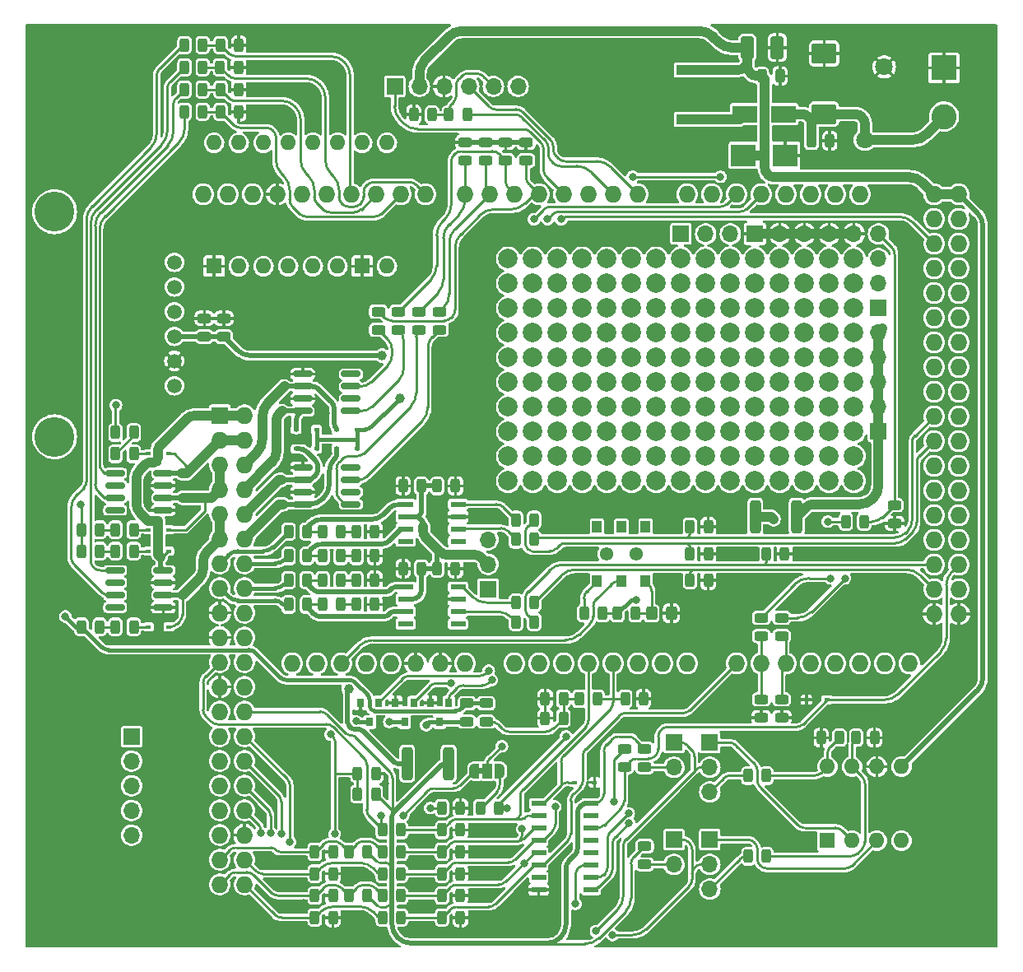
<source format=gtl>
%TF.GenerationSoftware,KiCad,Pcbnew,7.0.7*%
%TF.CreationDate,2024-01-30T18:09:48+01:00*%
%TF.ProjectId,v0.4.4c,76302e34-2e34-4632-9e6b-696361645f70,4c*%
%TF.SameCoordinates,Original*%
%TF.FileFunction,Copper,L1,Top*%
%TF.FilePolarity,Positive*%
%FSLAX46Y46*%
G04 Gerber Fmt 4.6, Leading zero omitted, Abs format (unit mm)*
G04 Created by KiCad (PCBNEW 7.0.7) date 2024-01-30 18:09:48*
%MOMM*%
%LPD*%
G01*
G04 APERTURE LIST*
G04 Aperture macros list*
%AMRoundRect*
0 Rectangle with rounded corners*
0 $1 Rounding radius*
0 $2 $3 $4 $5 $6 $7 $8 $9 X,Y pos of 4 corners*
0 Add a 4 corners polygon primitive as box body*
4,1,4,$2,$3,$4,$5,$6,$7,$8,$9,$2,$3,0*
0 Add four circle primitives for the rounded corners*
1,1,$1+$1,$2,$3*
1,1,$1+$1,$4,$5*
1,1,$1+$1,$6,$7*
1,1,$1+$1,$8,$9*
0 Add four rect primitives between the rounded corners*
20,1,$1+$1,$2,$3,$4,$5,0*
20,1,$1+$1,$4,$5,$6,$7,0*
20,1,$1+$1,$6,$7,$8,$9,0*
20,1,$1+$1,$8,$9,$2,$3,0*%
%AMFreePoly0*
4,1,19,0.550000,-0.750000,0.000000,-0.750000,0.000000,-0.744911,-0.071157,-0.744911,-0.207708,-0.704816,-0.327430,-0.627875,-0.420627,-0.520320,-0.479746,-0.390866,-0.500000,-0.250000,-0.500000,0.250000,-0.479746,0.390866,-0.420627,0.520320,-0.327430,0.627875,-0.207708,0.704816,-0.071157,0.744911,0.000000,0.744911,0.000000,0.750000,0.550000,0.750000,0.550000,-0.750000,0.550000,-0.750000,
$1*%
%AMFreePoly1*
4,1,19,0.000000,0.744911,0.071157,0.744911,0.207708,0.704816,0.327430,0.627875,0.420627,0.520320,0.479746,0.390866,0.500000,0.250000,0.500000,-0.250000,0.479746,-0.390866,0.420627,-0.520320,0.327430,-0.627875,0.207708,-0.704816,0.071157,-0.744911,0.000000,-0.744911,0.000000,-0.750000,-0.550000,-0.750000,-0.550000,0.750000,0.000000,0.750000,0.000000,0.744911,0.000000,0.744911,
$1*%
G04 Aperture macros list end*
%TA.AperFunction,SMDPad,CuDef*%
%ADD10RoundRect,0.243750X-0.243750X-0.456250X0.243750X-0.456250X0.243750X0.456250X-0.243750X0.456250X0*%
%TD*%
%TA.AperFunction,SMDPad,CuDef*%
%ADD11RoundRect,0.243750X0.243750X0.456250X-0.243750X0.456250X-0.243750X-0.456250X0.243750X-0.456250X0*%
%TD*%
%TA.AperFunction,SMDPad,CuDef*%
%ADD12RoundRect,0.250000X1.025000X-0.787500X1.025000X0.787500X-1.025000X0.787500X-1.025000X-0.787500X0*%
%TD*%
%TA.AperFunction,SMDPad,CuDef*%
%ADD13R,0.600000X0.450000*%
%TD*%
%TA.AperFunction,SMDPad,CuDef*%
%ADD14RoundRect,0.243750X0.456250X-0.243750X0.456250X0.243750X-0.456250X0.243750X-0.456250X-0.243750X0*%
%TD*%
%TA.AperFunction,SMDPad,CuDef*%
%ADD15RoundRect,0.243750X-0.456250X0.243750X-0.456250X-0.243750X0.456250X-0.243750X0.456250X0.243750X0*%
%TD*%
%TA.AperFunction,SMDPad,CuDef*%
%ADD16RoundRect,0.150000X0.825000X0.150000X-0.825000X0.150000X-0.825000X-0.150000X0.825000X-0.150000X0*%
%TD*%
%TA.AperFunction,ComponentPad*%
%ADD17O,1.727200X1.727200*%
%TD*%
%TA.AperFunction,SMDPad,CuDef*%
%ADD18R,1.500000X0.600000*%
%TD*%
%TA.AperFunction,ComponentPad*%
%ADD19R,1.700000X1.700000*%
%TD*%
%TA.AperFunction,ComponentPad*%
%ADD20O,1.700000X1.700000*%
%TD*%
%TA.AperFunction,SMDPad,CuDef*%
%ADD21RoundRect,0.150000X-0.825000X-0.150000X0.825000X-0.150000X0.825000X0.150000X-0.825000X0.150000X0*%
%TD*%
%TA.AperFunction,SMDPad,CuDef*%
%ADD22R,1.550000X0.600000*%
%TD*%
%TA.AperFunction,SMDPad,CuDef*%
%ADD23R,2.500000X1.800000*%
%TD*%
%TA.AperFunction,SMDPad,CuDef*%
%ADD24R,2.500000X2.300000*%
%TD*%
%TA.AperFunction,SMDPad,CuDef*%
%ADD25R,1.000000X1.150000*%
%TD*%
%TA.AperFunction,ComponentPad*%
%ADD26C,1.381000*%
%TD*%
%TA.AperFunction,SMDPad,CuDef*%
%ADD27R,4.600000X1.100000*%
%TD*%
%TA.AperFunction,SMDPad,CuDef*%
%ADD28R,9.400000X10.800000*%
%TD*%
%TA.AperFunction,ComponentPad*%
%ADD29R,1.600000X1.600000*%
%TD*%
%TA.AperFunction,ComponentPad*%
%ADD30O,1.600000X1.600000*%
%TD*%
%TA.AperFunction,ComponentPad*%
%ADD31R,2.600000X2.600000*%
%TD*%
%TA.AperFunction,ComponentPad*%
%ADD32C,2.600000*%
%TD*%
%TA.AperFunction,SMDPad,CuDef*%
%ADD33R,0.800000X0.900000*%
%TD*%
%TA.AperFunction,ComponentPad*%
%ADD34C,1.500000*%
%TD*%
%TA.AperFunction,ComponentPad*%
%ADD35C,4.100000*%
%TD*%
%TA.AperFunction,SMDPad,CuDef*%
%ADD36RoundRect,0.249999X-0.412501X-0.925001X0.412501X-0.925001X0.412501X0.925001X-0.412501X0.925001X0*%
%TD*%
%TA.AperFunction,ComponentPad*%
%ADD37C,1.800000*%
%TD*%
%TA.AperFunction,ComponentPad*%
%ADD38R,1.727200X1.727200*%
%TD*%
%TA.AperFunction,SMDPad,CuDef*%
%ADD39RoundRect,0.249999X-0.325001X-0.450001X0.325001X-0.450001X0.325001X0.450001X-0.325001X0.450001X0*%
%TD*%
%TA.AperFunction,ComponentPad*%
%ADD40C,2.000000*%
%TD*%
%TA.AperFunction,SMDPad,CuDef*%
%ADD41RoundRect,0.249999X0.312501X1.450001X-0.312501X1.450001X-0.312501X-1.450001X0.312501X-1.450001X0*%
%TD*%
%TA.AperFunction,SMDPad,CuDef*%
%ADD42RoundRect,0.249999X-0.312501X-1.450001X0.312501X-1.450001X0.312501X1.450001X-0.312501X1.450001X0*%
%TD*%
%TA.AperFunction,SMDPad,CuDef*%
%ADD43FreePoly0,0.000000*%
%TD*%
%TA.AperFunction,SMDPad,CuDef*%
%ADD44R,1.000000X1.500000*%
%TD*%
%TA.AperFunction,SMDPad,CuDef*%
%ADD45FreePoly1,0.000000*%
%TD*%
%TA.AperFunction,ViaPad*%
%ADD46C,0.800000*%
%TD*%
%TA.AperFunction,ViaPad*%
%ADD47C,1.000000*%
%TD*%
%TA.AperFunction,Conductor*%
%ADD48C,1.000000*%
%TD*%
%TA.AperFunction,Conductor*%
%ADD49C,0.250000*%
%TD*%
%TA.AperFunction,Conductor*%
%ADD50C,0.500000*%
%TD*%
%TA.AperFunction,Conductor*%
%ADD51C,0.400000*%
%TD*%
G04 APERTURE END LIST*
%TA.AperFunction,EtchedComponent*%
G36*
X157588000Y-116632000D02*
G01*
X157088000Y-116632000D01*
X157088000Y-116032000D01*
X157588000Y-116032000D01*
X157588000Y-116632000D01*
G37*
%TD.AperFunction*%
D10*
X140262500Y-131400000D03*
X142137500Y-131400000D03*
X144662500Y-116600000D03*
X146537500Y-116600000D03*
X140262500Y-126900000D03*
X142137500Y-126900000D03*
X140262500Y-129150000D03*
X142137500Y-129150000D03*
X140262500Y-124650000D03*
X142137500Y-124650000D03*
X153362500Y-126900000D03*
X155237500Y-126900000D03*
X153362500Y-129150000D03*
X155237500Y-129150000D03*
X153362500Y-124650000D03*
X155237500Y-124650000D03*
D11*
X197837500Y-112900000D03*
X195962500Y-112900000D03*
D12*
X192659000Y-48750000D03*
X192659000Y-42525000D03*
D11*
X146437500Y-94200000D03*
X144562500Y-94200000D03*
X146437500Y-91700000D03*
X144562500Y-91700000D03*
X121637500Y-93700000D03*
X119762500Y-93700000D03*
X121637500Y-101500000D03*
X119762500Y-101500000D03*
X121637500Y-83700000D03*
X119762500Y-83700000D03*
X121637500Y-91500000D03*
X119762500Y-91500000D03*
D13*
X125250000Y-83700000D03*
X123150000Y-83700000D03*
D10*
X130525000Y-43942000D03*
X132400000Y-43942000D03*
D11*
X118137500Y-93700000D03*
X116262500Y-93700000D03*
X118137500Y-101500000D03*
X116262500Y-101500000D03*
D10*
X141062500Y-94200000D03*
X142937500Y-94200000D03*
X137562500Y-94200000D03*
X139437500Y-94200000D03*
X137562500Y-91700000D03*
X139437500Y-91700000D03*
D11*
X132437500Y-46228000D03*
X130562500Y-46228000D03*
X180737500Y-96700000D03*
X178862500Y-96700000D03*
D10*
X160962500Y-101000000D03*
X162837500Y-101000000D03*
X160962500Y-99000000D03*
X162837500Y-99000000D03*
D11*
X121637500Y-81500000D03*
X119762500Y-81500000D03*
X118137500Y-91500000D03*
X116262500Y-91500000D03*
D10*
X141062500Y-99200000D03*
X142937500Y-99200000D03*
X137562500Y-99200000D03*
X139437500Y-99200000D03*
X137562500Y-96700000D03*
X139437500Y-96700000D03*
X163962500Y-110900000D03*
X165837500Y-110900000D03*
D11*
X169337500Y-108900000D03*
X167462500Y-108900000D03*
D14*
X151000000Y-70937500D03*
X151000000Y-69062500D03*
X153100000Y-70937500D03*
X153100000Y-69062500D03*
X155700000Y-53537500D03*
X155700000Y-51662500D03*
D15*
X157800000Y-51662500D03*
X157800000Y-53537500D03*
D14*
X155900000Y-111237500D03*
X155900000Y-109362500D03*
D11*
X152337500Y-48800000D03*
X150462500Y-48800000D03*
X155937500Y-48800000D03*
X154062500Y-48800000D03*
D16*
X143975000Y-79305000D03*
X143975000Y-78035000D03*
X143975000Y-76765000D03*
X143975000Y-75495000D03*
X139025000Y-75495000D03*
X139025000Y-76765000D03*
X139025000Y-78035000D03*
X139025000Y-79305000D03*
D13*
X125250000Y-93700000D03*
X123150000Y-93700000D03*
X125250000Y-101500000D03*
X123150000Y-101500000D03*
D11*
X149137500Y-126900000D03*
X147262500Y-126900000D03*
D15*
X172100000Y-114062500D03*
X172100000Y-115937500D03*
D10*
X143762500Y-124650000D03*
X145637500Y-124650000D03*
X143762500Y-129150000D03*
X145637500Y-129150000D03*
D11*
X149137500Y-122400000D03*
X147262500Y-122400000D03*
D14*
X174200000Y-125937500D03*
X174200000Y-124062500D03*
D11*
X149137500Y-129150000D03*
X147262500Y-129150000D03*
X149137500Y-124650000D03*
X147262500Y-124650000D03*
D17*
X137940000Y-105260000D03*
X145560000Y-105260000D03*
X148100000Y-105260000D03*
X203980000Y-57000000D03*
X206520000Y-57000000D03*
X160800000Y-105260000D03*
X163340000Y-105260000D03*
X165880000Y-105260000D03*
X168420000Y-105260000D03*
X170960000Y-105260000D03*
X173500000Y-105260000D03*
X176040000Y-105260000D03*
X178580000Y-105260000D03*
X183660000Y-105260000D03*
X186200000Y-105260000D03*
X188740000Y-105260000D03*
X191280000Y-105260000D03*
X193820000Y-105260000D03*
X196360000Y-105260000D03*
X198900000Y-105260000D03*
X201440000Y-105260000D03*
X133876000Y-57000000D03*
X173500000Y-57000000D03*
X170960000Y-57000000D03*
X168420000Y-57000000D03*
X165880000Y-57000000D03*
X163340000Y-57000000D03*
X160800000Y-57000000D03*
X158260000Y-57000000D03*
X155720000Y-57000000D03*
X151656000Y-57000000D03*
X149116000Y-57000000D03*
X146576000Y-57000000D03*
X144036000Y-57000000D03*
X141496000Y-57000000D03*
X138956000Y-57000000D03*
X178580000Y-57000000D03*
X181120000Y-57000000D03*
X183660000Y-57000000D03*
X186200000Y-57000000D03*
X188740000Y-57000000D03*
X191280000Y-57000000D03*
X193820000Y-57000000D03*
X196360000Y-57000000D03*
X203980000Y-59540000D03*
X206520000Y-59540000D03*
X203980000Y-62080000D03*
X206520000Y-62080000D03*
X203980000Y-64620000D03*
X206520000Y-64620000D03*
X203980000Y-67160000D03*
X206520000Y-67160000D03*
X203980000Y-69700000D03*
X206520000Y-69700000D03*
X203980000Y-72240000D03*
X206520000Y-72240000D03*
X203980000Y-74780000D03*
X206520000Y-74780000D03*
X203980000Y-77320000D03*
X206520000Y-77320000D03*
X203980000Y-79860000D03*
X206520000Y-79860000D03*
X203980000Y-82400000D03*
X206520000Y-82400000D03*
X203980000Y-84940000D03*
X206520000Y-84940000D03*
X203980000Y-87480000D03*
X206520000Y-87480000D03*
X203980000Y-90020000D03*
X206520000Y-90020000D03*
X203980000Y-92560000D03*
X206520000Y-92560000D03*
X203980000Y-95100000D03*
X206520000Y-95100000D03*
X203980000Y-97640000D03*
X206520000Y-97640000D03*
X136416000Y-57000000D03*
X150640000Y-105260000D03*
X153180000Y-105260000D03*
X203980000Y-100180000D03*
X206520000Y-100180000D03*
X140480000Y-105260000D03*
X143020000Y-105260000D03*
X128796000Y-57000000D03*
X131336000Y-57000000D03*
X155720000Y-105260000D03*
D10*
X153362500Y-131400000D03*
X155237500Y-131400000D03*
D15*
X128900000Y-69762500D03*
X128900000Y-71637500D03*
X130900000Y-69762500D03*
X130900000Y-71637500D03*
D18*
X163300000Y-119655000D03*
X163300000Y-120925000D03*
X163300000Y-122195000D03*
X163300000Y-123465000D03*
X163300000Y-124735000D03*
X163300000Y-126005000D03*
X163300000Y-127275000D03*
X163300000Y-128545000D03*
X168700000Y-128545000D03*
X168700000Y-127275000D03*
X168700000Y-126005000D03*
X168700000Y-124735000D03*
X168700000Y-123465000D03*
X168700000Y-122195000D03*
X168700000Y-120925000D03*
X168700000Y-119655000D03*
D13*
X140450000Y-83200000D03*
X138350000Y-83200000D03*
X144650000Y-83200000D03*
X142550000Y-83200000D03*
D11*
X155237500Y-122400000D03*
X153362500Y-122400000D03*
D10*
X141062500Y-96700000D03*
X142937500Y-96700000D03*
D19*
X148480000Y-45900000D03*
D20*
X151020000Y-45900000D03*
X153560000Y-45900000D03*
X156100000Y-45900000D03*
X158640000Y-45900000D03*
X161180000Y-45900000D03*
D15*
X188300000Y-100562500D03*
X188300000Y-102437500D03*
D13*
X140450000Y-81200000D03*
X138350000Y-81200000D03*
D15*
X188300000Y-108962500D03*
X188300000Y-110837500D03*
X186200000Y-108962500D03*
X186200000Y-110837500D03*
D11*
X146437500Y-99200000D03*
X144562500Y-99200000D03*
X146437500Y-96700000D03*
X144562500Y-96700000D03*
D13*
X125250000Y-91500000D03*
X123150000Y-91500000D03*
X192950000Y-109000000D03*
X190850000Y-109000000D03*
D11*
X186737500Y-116800000D03*
X184862500Y-116800000D03*
X186737500Y-125100000D03*
X184862500Y-125100000D03*
D10*
X167962500Y-100100000D03*
X169837500Y-100100000D03*
D11*
X173275000Y-100100000D03*
X171400000Y-100100000D03*
D14*
X148900000Y-70937500D03*
X148900000Y-69062500D03*
X146800000Y-70937500D03*
X146800000Y-69062500D03*
X159900000Y-53537500D03*
X159900000Y-51662500D03*
D15*
X162000000Y-51662500D03*
X162000000Y-53537500D03*
D14*
X186200000Y-102437500D03*
X186200000Y-100562500D03*
D21*
X119725000Y-95695000D03*
X119725000Y-96965000D03*
X119725000Y-98235000D03*
X119725000Y-99505000D03*
X124675000Y-99505000D03*
X124675000Y-98235000D03*
X124675000Y-96965000D03*
X124675000Y-95695000D03*
X119725000Y-85695000D03*
X119725000Y-86965000D03*
X119725000Y-88235000D03*
X119725000Y-89505000D03*
X124675000Y-89505000D03*
X124675000Y-88235000D03*
X124675000Y-86965000D03*
X124675000Y-85695000D03*
D22*
X155000000Y-101205000D03*
X155000000Y-99935000D03*
X155000000Y-98665000D03*
X155000000Y-97395000D03*
X149600000Y-97395000D03*
X149600000Y-98665000D03*
X149600000Y-99935000D03*
X149600000Y-101205000D03*
D16*
X143975000Y-88905000D03*
X143975000Y-87635000D03*
X143975000Y-86365000D03*
X143975000Y-85095000D03*
X139025000Y-85095000D03*
X139025000Y-86365000D03*
X139025000Y-87635000D03*
X139025000Y-88905000D03*
D23*
X184500000Y-48750000D03*
X188500000Y-48750000D03*
D24*
X184350000Y-53000000D03*
X188650000Y-53000000D03*
D25*
X174300000Y-96825000D03*
X171800000Y-96825000D03*
X169300000Y-96825000D03*
X174300000Y-91175000D03*
X171800000Y-91175000D03*
X169300000Y-91175000D03*
D26*
X173300000Y-94000000D03*
X170300000Y-94000000D03*
D27*
X179775000Y-49290000D03*
X179775000Y-46750000D03*
D28*
X170625000Y-46750000D03*
D27*
X179775000Y-44210000D03*
D10*
X149362500Y-95500000D03*
X151237500Y-95500000D03*
D11*
X154737500Y-95500000D03*
X152862500Y-95500000D03*
D10*
X149362500Y-87000000D03*
X151237500Y-87000000D03*
D11*
X154737500Y-87000000D03*
X152862500Y-87000000D03*
D13*
X144650000Y-81200000D03*
X142550000Y-81200000D03*
D29*
X193000000Y-123500000D03*
D30*
X195540000Y-123500000D03*
X198080000Y-123500000D03*
X200620000Y-123500000D03*
X200620000Y-115880000D03*
X198080000Y-115880000D03*
X195540000Y-115880000D03*
X193000000Y-115880000D03*
D31*
X205000000Y-44000000D03*
D32*
X205000000Y-49000000D03*
D33*
X154050000Y-109300000D03*
X152150000Y-109300000D03*
X153100000Y-111300000D03*
X146850000Y-109300000D03*
X144950000Y-109300000D03*
X145900000Y-111300000D03*
X150450000Y-109300000D03*
X148550000Y-109300000D03*
X149500000Y-111300000D03*
D34*
X125820000Y-76700000D03*
X125820000Y-74160000D03*
X125820000Y-71620000D03*
X125820000Y-69080000D03*
X125820000Y-66540000D03*
X125820000Y-64000000D03*
D35*
X113500000Y-81950000D03*
X113500000Y-58800000D03*
D19*
X198255000Y-81400000D03*
D20*
X198255000Y-78860000D03*
X198255000Y-76320000D03*
X198255000Y-73780000D03*
X198255000Y-71240000D03*
D11*
X180737500Y-94000000D03*
X178862500Y-94000000D03*
D10*
X178862500Y-91200000D03*
X180737500Y-91200000D03*
D36*
X184771500Y-41910000D03*
X187846500Y-41910000D03*
D37*
X196850000Y-51400000D03*
X198850000Y-43900000D03*
D10*
X191362500Y-51500000D03*
X193237500Y-51500000D03*
X186260500Y-44831000D03*
X188135500Y-44831000D03*
D19*
X158100000Y-97600000D03*
D20*
X158100000Y-95060000D03*
X158100000Y-92520000D03*
D19*
X180900000Y-113400000D03*
D20*
X180900000Y-115940000D03*
X180900000Y-118480000D03*
D19*
X177200000Y-113400000D03*
D20*
X177200000Y-115940000D03*
D19*
X177200000Y-123400000D03*
D20*
X177200000Y-125940000D03*
D14*
X174200000Y-115937500D03*
X174200000Y-114062500D03*
D10*
X130562500Y-48514000D03*
X132437500Y-48514000D03*
D11*
X149137500Y-131400000D03*
X147262500Y-131400000D03*
D38*
X130500000Y-79740000D03*
D17*
X133040000Y-79740000D03*
X130500000Y-82280000D03*
X133040000Y-82280000D03*
X130500000Y-84820000D03*
X133040000Y-84820000D03*
X130500000Y-87360000D03*
X133040000Y-87360000D03*
X130500000Y-89900000D03*
X133040000Y-89900000D03*
X130500000Y-92440000D03*
X133040000Y-92440000D03*
X130500000Y-94980000D03*
X133040000Y-94980000D03*
X130500000Y-97520000D03*
X133040000Y-97520000D03*
X130500000Y-100060000D03*
X133040000Y-100060000D03*
X130500000Y-102600000D03*
X133040000Y-102600000D03*
X130500000Y-105140000D03*
X133040000Y-105140000D03*
X130500000Y-107680000D03*
X133040000Y-107680000D03*
X130500000Y-110220000D03*
X133040000Y-110220000D03*
X130500000Y-112760000D03*
X133040000Y-112760000D03*
X130500000Y-115300000D03*
X133040000Y-115300000D03*
X130500000Y-117840000D03*
X133040000Y-117840000D03*
X130500000Y-120380000D03*
X133040000Y-120380000D03*
X130500000Y-122920000D03*
X133040000Y-122920000D03*
X130500000Y-125460000D03*
X133040000Y-125460000D03*
X130500000Y-128000000D03*
X133040000Y-128000000D03*
D19*
X180900000Y-123400000D03*
D20*
X180900000Y-125940000D03*
X180900000Y-128480000D03*
D22*
X155000000Y-92705000D03*
X155000000Y-91435000D03*
X155000000Y-90165000D03*
X155000000Y-88895000D03*
X149600000Y-88895000D03*
X149600000Y-90165000D03*
X149600000Y-91435000D03*
X149600000Y-92705000D03*
D10*
X160962500Y-90500000D03*
X162837500Y-90500000D03*
X160962500Y-92500000D03*
X162837500Y-92500000D03*
D11*
X132437500Y-41656000D03*
X130562500Y-41656000D03*
X146537500Y-118700000D03*
X144662500Y-118700000D03*
D10*
X141062500Y-91700000D03*
X142937500Y-91700000D03*
D11*
X165837500Y-108900000D03*
X163962500Y-108900000D03*
D10*
X126862500Y-48514000D03*
X128737500Y-48514000D03*
X126862500Y-46228000D03*
X128737500Y-46228000D03*
X126862500Y-41656000D03*
X128737500Y-41656000D03*
X126862500Y-43942000D03*
X128737500Y-43942000D03*
D29*
X129900000Y-64400000D03*
D30*
X132440000Y-64400000D03*
X134980000Y-64400000D03*
X137520000Y-64400000D03*
X140060000Y-64400000D03*
X142600000Y-64400000D03*
D29*
X145140000Y-64400000D03*
D30*
X147680000Y-64400000D03*
X147680000Y-51700000D03*
X145140000Y-51700000D03*
X142600000Y-51700000D03*
X140060000Y-51700000D03*
X137520000Y-51700000D03*
X134980000Y-51700000D03*
X132440000Y-51700000D03*
X129900000Y-51700000D03*
D14*
X157900000Y-111237500D03*
X157900000Y-109362500D03*
D10*
X192362500Y-112900000D03*
X194237500Y-112900000D03*
X186725000Y-94000000D03*
X188600000Y-94000000D03*
D39*
X174900000Y-100100000D03*
X176950000Y-100100000D03*
D19*
X121412000Y-112776000D03*
D20*
X121412000Y-115316000D03*
X121412000Y-117856000D03*
X121412000Y-120396000D03*
X121412000Y-122936000D03*
D19*
X177935000Y-61080000D03*
D20*
X180475000Y-61080000D03*
X183015000Y-61080000D03*
D19*
X198255000Y-68700000D03*
D20*
X198255000Y-66160000D03*
X198255000Y-63620000D03*
X198255000Y-61080000D03*
D19*
X185555000Y-61080000D03*
D20*
X188095000Y-61080000D03*
X190635000Y-61080000D03*
X193175000Y-61080000D03*
X195715000Y-61080000D03*
D40*
X160155000Y-63620000D03*
X162695000Y-63620000D03*
X165235000Y-63620000D03*
X167775000Y-63620000D03*
X170315000Y-63620000D03*
X172855000Y-63620000D03*
X175395000Y-63620000D03*
X177935000Y-63620000D03*
X180475000Y-63620000D03*
X183015000Y-63620000D03*
X185555000Y-63620000D03*
X188095000Y-63620000D03*
X190635000Y-63620000D03*
X193175000Y-63620000D03*
X195715000Y-63620000D03*
X160155000Y-66160000D03*
X162695000Y-66160000D03*
X165235000Y-66160000D03*
X167775000Y-66160000D03*
X170315000Y-66160000D03*
X172855000Y-66160000D03*
X175395000Y-66160000D03*
X177935000Y-66160000D03*
X180475000Y-66160000D03*
X183015000Y-66160000D03*
X185555000Y-66160000D03*
X188095000Y-66160000D03*
X190635000Y-66160000D03*
X193175000Y-66160000D03*
X195715000Y-66160000D03*
X160155000Y-68700000D03*
X162695000Y-68700000D03*
X165235000Y-68700000D03*
X167775000Y-68700000D03*
X170315000Y-68700000D03*
X172855000Y-68700000D03*
X175395000Y-68700000D03*
X177935000Y-68700000D03*
X180475000Y-68700000D03*
X183015000Y-68700000D03*
X185555000Y-68700000D03*
X188095000Y-68700000D03*
X190635000Y-68700000D03*
X193175000Y-68700000D03*
X195715000Y-68700000D03*
X160155000Y-71240000D03*
X162695000Y-71240000D03*
X165235000Y-71240000D03*
X167775000Y-71240000D03*
X170315000Y-71240000D03*
X172855000Y-71240000D03*
X175395000Y-71240000D03*
X177935000Y-71240000D03*
X180475000Y-71240000D03*
X183015000Y-71240000D03*
X185555000Y-71240000D03*
X188095000Y-71240000D03*
X190635000Y-71240000D03*
X193175000Y-71240000D03*
X195715000Y-71240000D03*
X160155000Y-73780000D03*
X162695000Y-73780000D03*
X165235000Y-73780000D03*
X167775000Y-73780000D03*
X170315000Y-73780000D03*
X172855000Y-73780000D03*
X175395000Y-73780000D03*
X177935000Y-73780000D03*
X180475000Y-73780000D03*
X183015000Y-73780000D03*
X185555000Y-73780000D03*
X188095000Y-73780000D03*
X190635000Y-73780000D03*
X193175000Y-73780000D03*
X195715000Y-73780000D03*
X160155000Y-76320000D03*
X162695000Y-76320000D03*
X165235000Y-76320000D03*
X167775000Y-76320000D03*
X170315000Y-76320000D03*
X172855000Y-76320000D03*
X175395000Y-76320000D03*
X177935000Y-76320000D03*
X180475000Y-76320000D03*
X183015000Y-76320000D03*
X185555000Y-76320000D03*
X188095000Y-76320000D03*
X190635000Y-76320000D03*
X193175000Y-76320000D03*
X195715000Y-76320000D03*
X160155000Y-78860000D03*
X162695000Y-78860000D03*
X165235000Y-78860000D03*
X167775000Y-78860000D03*
X170315000Y-78860000D03*
X172855000Y-78860000D03*
X175395000Y-78860000D03*
X177935000Y-78860000D03*
X180475000Y-78860000D03*
X183015000Y-78860000D03*
X185555000Y-78860000D03*
X188095000Y-78860000D03*
X190635000Y-78860000D03*
X193175000Y-78860000D03*
X195715000Y-78860000D03*
X160155000Y-81400000D03*
X162695000Y-81400000D03*
X165235000Y-81400000D03*
X167775000Y-81400000D03*
X170315000Y-81400000D03*
X172855000Y-81400000D03*
X175395000Y-81400000D03*
X177935000Y-81400000D03*
X180475000Y-81400000D03*
X183015000Y-81400000D03*
X185555000Y-81400000D03*
X188095000Y-81400000D03*
X190635000Y-81400000D03*
X193175000Y-81400000D03*
X195715000Y-81400000D03*
X160155000Y-83940000D03*
X162695000Y-83940000D03*
X165235000Y-83940000D03*
X167775000Y-83940000D03*
X170315000Y-83940000D03*
X172855000Y-83940000D03*
X175395000Y-83940000D03*
X177935000Y-83940000D03*
X180475000Y-83940000D03*
X183015000Y-83940000D03*
X185555000Y-83940000D03*
X188095000Y-83940000D03*
X190635000Y-83940000D03*
X193175000Y-83940000D03*
X195715000Y-83940000D03*
X160155000Y-86480000D03*
X162695000Y-86480000D03*
X165235000Y-86480000D03*
X167775000Y-86480000D03*
X170315000Y-86480000D03*
X172855000Y-86480000D03*
X175395000Y-86480000D03*
X177935000Y-86480000D03*
X180475000Y-86480000D03*
X183015000Y-86480000D03*
X185555000Y-86480000D03*
X188095000Y-86480000D03*
X190635000Y-86480000D03*
X193175000Y-86480000D03*
X195715000Y-86480000D03*
D10*
X172200000Y-108900000D03*
X174075000Y-108900000D03*
D41*
X154029500Y-115570000D03*
X149754500Y-115570000D03*
D42*
X185568500Y-90170000D03*
X189843500Y-90170000D03*
D13*
X166950000Y-117500000D03*
X169050000Y-117500000D03*
D14*
X199898000Y-90853500D03*
X199898000Y-88978500D03*
D11*
X196771500Y-90678000D03*
X194896500Y-90678000D03*
D10*
X153362500Y-120142000D03*
X155237500Y-120142000D03*
D43*
X156688000Y-116332000D03*
D44*
X157988000Y-116332000D03*
D45*
X159288000Y-116332000D03*
D11*
X159179500Y-120142000D03*
X157304500Y-120142000D03*
D46*
X172974000Y-55200000D03*
X159500000Y-124600000D03*
X141400000Y-79500000D03*
X137668000Y-84074000D03*
X162300000Y-109800000D03*
X141200000Y-84000000D03*
X193000000Y-94000000D03*
X184000000Y-94000000D03*
X153200000Y-108200000D03*
X147701000Y-91567000D03*
X139100000Y-123300000D03*
X137033000Y-49000000D03*
X137033000Y-46500000D03*
X137033000Y-43688000D03*
X147800000Y-98900000D03*
X202700000Y-108300000D03*
X175000000Y-117500000D03*
X184500000Y-119200000D03*
X191500000Y-128500000D03*
X176000000Y-133000000D03*
X198000000Y-128100000D03*
X194000000Y-118900000D03*
X164200000Y-117300000D03*
X170900000Y-128700000D03*
X175514000Y-128651000D03*
X165800000Y-121800000D03*
X190100000Y-99300000D03*
X169200000Y-114300000D03*
X169290000Y-42950000D03*
X171830000Y-42950000D03*
X174370000Y-42950000D03*
X166750000Y-45490000D03*
X169290000Y-45490000D03*
X171830000Y-45490000D03*
X174370000Y-45490000D03*
X166750000Y-48030000D03*
X169290000Y-48030000D03*
X171830000Y-48030000D03*
X174370000Y-48030000D03*
X166750000Y-50570000D03*
X169290000Y-50570000D03*
X171830000Y-50570000D03*
X174370000Y-50570000D03*
X166750000Y-42950000D03*
X144200000Y-121000000D03*
X180251552Y-99568000D03*
X147508736Y-117602000D03*
X150749000Y-107442000D03*
X136800000Y-109250000D03*
X138600000Y-128100000D03*
X136300000Y-112700000D03*
X156210000Y-118618000D03*
X159500000Y-126700000D03*
X165100000Y-127800000D03*
X137400000Y-115300000D03*
X126500000Y-90400000D03*
X127500000Y-89500000D03*
X144780000Y-127000000D03*
X128800000Y-85700000D03*
X144947746Y-110303094D03*
X127600000Y-94400000D03*
X158800000Y-122400000D03*
X158600000Y-129000000D03*
X127600000Y-92900000D03*
X138684000Y-84074000D03*
X140843000Y-86995000D03*
X138700000Y-125800000D03*
X162200000Y-113500000D03*
X140900000Y-78600000D03*
X139100000Y-129900000D03*
X128800000Y-87000000D03*
X166878000Y-106934000D03*
X165000000Y-120000000D03*
X161792500Y-125792500D03*
X161600000Y-122300000D03*
X173300000Y-98700000D03*
D47*
X143752645Y-107866047D03*
D46*
X187452000Y-90424000D03*
D47*
X147200000Y-73600000D03*
D46*
X193040000Y-90678000D03*
X119800000Y-78700000D03*
D47*
X149000000Y-78000000D03*
D46*
X114600000Y-100425000D03*
X116150000Y-88950000D03*
X158475164Y-106965007D03*
X162814000Y-59563000D03*
X165608000Y-59563000D03*
X154304442Y-107314791D03*
X158159977Y-106015965D03*
X182000000Y-55200000D03*
X142299998Y-122800000D03*
X141899518Y-112574434D03*
X167100000Y-130000000D03*
X172600000Y-121700000D03*
X172552644Y-120701110D03*
X193300000Y-96500000D03*
X194800000Y-96500000D03*
X164211000Y-59563000D03*
X137700000Y-123600000D03*
X136800000Y-122800002D03*
X147066000Y-120904000D03*
X149352000Y-120904000D03*
X151712856Y-111599925D03*
X135700000Y-122700000D03*
X169200000Y-132800000D03*
X170900000Y-133199990D03*
X134700000Y-122699998D03*
X144505459Y-111199981D03*
X147929818Y-111289564D03*
X171000000Y-119500000D03*
X166111347Y-112771347D03*
X152146000Y-120142000D03*
X160075000Y-120142000D03*
X159512000Y-113792000D03*
D48*
X185555000Y-61080000D02*
X195715000Y-61080000D01*
D49*
X166069107Y-59309005D02*
G75*
G03*
X165715554Y-59455446I-7J-499995D01*
G01*
X201794801Y-59894773D02*
G75*
G03*
X200380573Y-59309000I-1414201J-1414227D01*
G01*
X201794787Y-59894787D02*
X203980000Y-62080000D01*
X166069107Y-59309000D02*
X200380573Y-59309000D01*
X165608000Y-59563000D02*
X165715554Y-59455446D01*
D50*
X155700000Y-51662500D02*
X162000000Y-51662500D01*
D49*
X168100000Y-126005000D02*
G75*
G03*
X167100000Y-127005000I0J-1000000D01*
G01*
X168100000Y-126005000D02*
X168700000Y-126005000D01*
X167100000Y-130000000D02*
X167100000Y-127005000D01*
X117221000Y-94695000D02*
G75*
G03*
X118221000Y-95695000I1000000J0D01*
G01*
X118221000Y-95695000D02*
X119725000Y-95695000D01*
X124514214Y-51885786D02*
X117806787Y-58593213D01*
X126862500Y-43942000D02*
X125392893Y-45411607D01*
X125100000Y-46118714D02*
X125100000Y-50471573D01*
X117806773Y-58593199D02*
G75*
G03*
X117221000Y-60007427I1414227J-1414201D01*
G01*
X124514228Y-51885800D02*
G75*
G03*
X125100000Y-50471573I-1414228J1414200D01*
G01*
X117221000Y-60007427D02*
X117221000Y-94695000D01*
X125392886Y-45411600D02*
G75*
G03*
X125100000Y-46118714I707114J-707100D01*
G01*
X183984786Y-58800990D02*
G75*
G03*
X184691893Y-58508107I14J999990D01*
G01*
X165387214Y-58801000D02*
X183984786Y-58801000D01*
X164211000Y-59563000D02*
X164680107Y-59093893D01*
X165387214Y-58801010D02*
G75*
G03*
X164680107Y-59093893I-14J-999990D01*
G01*
X184691893Y-58508107D02*
X186200000Y-57000000D01*
X181952786Y-58292990D02*
G75*
G03*
X182659893Y-58000107I14J999990D01*
G01*
X163791107Y-58585893D02*
X162814000Y-59563000D01*
X181952786Y-58293000D02*
X164498214Y-58293000D01*
X183660000Y-57000000D02*
X182659893Y-58000107D01*
X164498214Y-58293010D02*
G75*
G03*
X163791107Y-58585893I-14J-999990D01*
G01*
X182000000Y-55200000D02*
X172974000Y-55200000D01*
X119625000Y-95695000D02*
X119042364Y-95695000D01*
X145255714Y-128071000D02*
X145769286Y-128071000D01*
X145255714Y-128071010D02*
G75*
G03*
X144548607Y-128363893I-14J-999990D01*
G01*
X143762500Y-129150000D02*
X144548607Y-128363893D01*
X142976393Y-128363893D02*
X143762500Y-129150000D01*
X142976400Y-128363886D02*
G75*
G03*
X142269286Y-128071000I-707100J-707114D01*
G01*
X146476400Y-128363886D02*
G75*
G03*
X145769286Y-128071000I-707100J-707114D01*
G01*
X140350000Y-129150000D02*
X141136107Y-128363893D01*
X140262500Y-129150000D02*
X140350000Y-129150000D01*
X141843214Y-128071010D02*
G75*
G03*
X141136107Y-128363893I-14J-999990D01*
G01*
X141843214Y-128071000D02*
X142269286Y-128071000D01*
X146476393Y-128363893D02*
X147262500Y-129150000D01*
X137700000Y-117834214D02*
X137700000Y-123600000D01*
X147046107Y-131400000D02*
X147262500Y-131400000D01*
X142224927Y-130266000D02*
X144876573Y-130266000D01*
X136147107Y-131107107D02*
X133040000Y-128000000D01*
X140262500Y-131400000D02*
X140426500Y-131400000D01*
X146290787Y-130851787D02*
X146692554Y-131253554D01*
X140262500Y-131400000D02*
X136854214Y-131400000D01*
X140262500Y-131400000D02*
X140810714Y-130851786D01*
X146290801Y-130851773D02*
G75*
G03*
X144876573Y-130266000I-1414201J-1414227D01*
G01*
X146692551Y-131253557D02*
G75*
G03*
X147046107Y-131400000I353549J353557D01*
G01*
X142224927Y-130266020D02*
G75*
G03*
X140810715Y-130851787I-27J-1999980D01*
G01*
X136147100Y-131107114D02*
G75*
G03*
X136854214Y-131400000I707100J707114D01*
G01*
X167462500Y-108900000D02*
X165837500Y-108900000D01*
X159080384Y-111530393D02*
X159525098Y-111975107D01*
X160232205Y-112268000D02*
X164055286Y-112268000D01*
X157900000Y-111237500D02*
X158373277Y-111237500D01*
X164762393Y-111975107D02*
X165837500Y-110900000D01*
X165837500Y-110900000D02*
X165837500Y-108900000D01*
X159525096Y-111975109D02*
G75*
G03*
X160232205Y-112268000I707104J707109D01*
G01*
X164055286Y-112267990D02*
G75*
G03*
X164762393Y-111975107I14J999990D01*
G01*
X159080395Y-111530382D02*
G75*
G03*
X158373277Y-111237500I-707095J-707118D01*
G01*
X153362500Y-126900000D02*
X154239607Y-126022893D01*
X149137500Y-126900000D02*
X153362500Y-126900000D01*
X163750000Y-123465000D02*
X164707107Y-122507893D01*
X163300000Y-123465000D02*
X163750000Y-123465000D01*
X160877893Y-125437107D02*
X162850000Y-123465000D01*
X154946714Y-125730000D02*
X160170786Y-125730000D01*
X162850000Y-123465000D02*
X163300000Y-123465000D01*
X165000000Y-121800786D02*
X165000000Y-120000000D01*
X154946714Y-125730010D02*
G75*
G03*
X154239607Y-126022893I-14J-999990D01*
G01*
X164707114Y-122507900D02*
G75*
G03*
X165000000Y-121800786I-707114J707100D01*
G01*
X160170786Y-125729990D02*
G75*
G03*
X160877893Y-125437107I14J999990D01*
G01*
X153362500Y-129150000D02*
X154203607Y-128308893D01*
X159861893Y-127723107D02*
X161792500Y-125792500D01*
X154910714Y-128016000D02*
X159154786Y-128016000D01*
X162850000Y-124735000D02*
X163300000Y-124735000D01*
X149137500Y-129150000D02*
X153362500Y-129150000D01*
X161792500Y-125792500D02*
X162850000Y-124735000D01*
X159154786Y-128015990D02*
G75*
G03*
X159861893Y-127723107I14J999990D01*
G01*
X154910714Y-128016010D02*
G75*
G03*
X154203607Y-128308893I-14J-999990D01*
G01*
X142224927Y-125766000D02*
X144876573Y-125766000D01*
X147046107Y-126900000D02*
X147262500Y-126900000D01*
X146290787Y-126351787D02*
X146692554Y-126753554D01*
X133040000Y-125460000D02*
X134187107Y-126607107D01*
X140262500Y-126900000D02*
X140810714Y-126351786D01*
X140262500Y-126900000D02*
X140400000Y-126900000D01*
X134894214Y-126900000D02*
X140262500Y-126900000D01*
X142224927Y-125766020D02*
G75*
G03*
X140810715Y-126351787I-27J-1999980D01*
G01*
X146290801Y-126351773D02*
G75*
G03*
X144876573Y-125766000I-1414201J-1414227D01*
G01*
X134187100Y-126607114D02*
G75*
G03*
X134894214Y-126900000I707100J707114D01*
G01*
X146692551Y-126753557D02*
G75*
G03*
X147046107Y-126900000I353549J353557D01*
G01*
X131461107Y-127038893D02*
X130500000Y-128000000D01*
X140262500Y-129150000D02*
X136507818Y-129150000D01*
X133275390Y-126746000D02*
X132168214Y-126746000D01*
X135800711Y-128857107D02*
X133982497Y-127038893D01*
X132168214Y-126746010D02*
G75*
G03*
X131461107Y-127038893I-14J-999990D01*
G01*
X135800702Y-128857116D02*
G75*
G03*
X136507818Y-129150000I707098J707116D01*
G01*
X133982502Y-127038888D02*
G75*
G03*
X133275390Y-126746000I-707102J-707112D01*
G01*
X146476393Y-123863893D02*
X147262500Y-124650000D01*
X143762500Y-124650000D02*
X144548607Y-123863893D01*
X142976393Y-123863893D02*
X143762500Y-124650000D01*
X140350000Y-124650000D02*
X141136107Y-123863893D01*
X145255714Y-123571000D02*
X145769286Y-123571000D01*
X132168214Y-124206000D02*
X135798893Y-124206000D01*
X136657107Y-124650000D02*
X140262500Y-124650000D01*
X136152447Y-124352447D02*
X136303554Y-124503554D01*
X130500000Y-125460000D02*
X131461107Y-124498893D01*
X141843214Y-123571000D02*
X142269286Y-123571000D01*
X140262500Y-124650000D02*
X140350000Y-124650000D01*
X136303551Y-124503557D02*
G75*
G03*
X136657107Y-124650000I353549J353557D01*
G01*
X141843214Y-123571010D02*
G75*
G03*
X141136107Y-123863893I-14J-999990D01*
G01*
X145255714Y-123571010D02*
G75*
G03*
X144548607Y-123863893I-14J-999990D01*
G01*
X142976400Y-123863886D02*
G75*
G03*
X142269286Y-123571000I-707100J-707114D01*
G01*
X146476400Y-123863886D02*
G75*
G03*
X145769286Y-123571000I-707100J-707114D01*
G01*
X136152450Y-124352444D02*
G75*
G03*
X135798893Y-124206000I-353550J-353556D01*
G01*
X132168214Y-124206010D02*
G75*
G03*
X131461107Y-124498893I-14J-999990D01*
G01*
X162850000Y-122195000D02*
X163300000Y-122195000D01*
X161600000Y-122300000D02*
X161600000Y-122921553D01*
X149137500Y-124650000D02*
X153362500Y-124650000D01*
X161766893Y-123278107D02*
X162850000Y-122195000D01*
X161453553Y-123275107D02*
X161163000Y-123565660D01*
X154148607Y-123863893D02*
X153362500Y-124650000D01*
X161059786Y-123571000D02*
X154855714Y-123571000D01*
X154855714Y-123571010D02*
G75*
G03*
X154148607Y-123863893I-14J-999990D01*
G01*
X161059786Y-123570990D02*
G75*
G03*
X161766893Y-123278107I14J999990D01*
G01*
X161453576Y-123275130D02*
G75*
G03*
X161600000Y-122921553I-353576J353530D01*
G01*
X166950000Y-117500000D02*
X166319214Y-117500000D01*
X163750000Y-119655000D02*
X163300000Y-119655000D01*
X170667107Y-109932893D02*
X165892893Y-114707107D01*
X170960000Y-105260000D02*
X170960000Y-109225786D01*
X165612107Y-117792893D02*
X163750000Y-119655000D01*
X169337500Y-108900000D02*
X172200000Y-108900000D01*
X165600000Y-115414214D02*
X165600000Y-117805000D01*
X165892886Y-114707100D02*
G75*
G03*
X165600000Y-115414214I707114J-707100D01*
G01*
X166319214Y-117500010D02*
G75*
G03*
X165612107Y-117792893I-14J-999990D01*
G01*
X170667114Y-109932900D02*
G75*
G03*
X170960000Y-109225786I-707114J707100D01*
G01*
X162282107Y-120925000D02*
X163300000Y-120925000D01*
X160900000Y-121300000D02*
X154876714Y-121300000D01*
X149137500Y-122400000D02*
X153362500Y-122400000D01*
X161400000Y-118922214D02*
X161400000Y-120800000D01*
X153362500Y-122400000D02*
X154169607Y-121592893D01*
X161492893Y-121300000D02*
X160900000Y-121300000D01*
X161846447Y-121153553D02*
X161928554Y-121071446D01*
X168420000Y-105260000D02*
X168420000Y-111073786D01*
X168127107Y-111780893D02*
X161692893Y-118215107D01*
X160900000Y-121300000D02*
G75*
G03*
X161400000Y-120800000I0J500000D01*
G01*
X161692886Y-118215100D02*
G75*
G03*
X161400000Y-118922214I707114J-707100D01*
G01*
X162282107Y-120925005D02*
G75*
G03*
X161928554Y-121071446I-7J-499995D01*
G01*
X161492893Y-121299995D02*
G75*
G03*
X161846447Y-121153553I7J499995D01*
G01*
X168127114Y-111780900D02*
G75*
G03*
X168420000Y-111073786I-707114J707100D01*
G01*
X154876714Y-121300010D02*
G75*
G03*
X154169607Y-121592893I-14J-999990D01*
G01*
D48*
X202810787Y-55830787D02*
X203980000Y-57000000D01*
D50*
X143650001Y-111339498D02*
X143650001Y-107968691D01*
D48*
X155456237Y-40200010D02*
X179821583Y-40200010D01*
D51*
X172800000Y-98700000D02*
X173300000Y-98700000D01*
D49*
X169837500Y-100100000D02*
X171400000Y-100100000D01*
D50*
X128900000Y-71637500D02*
X130900000Y-71637500D01*
D48*
X186550000Y-53000000D02*
X186550000Y-45120500D01*
D50*
X125820000Y-71620000D02*
X128882500Y-71620000D01*
D48*
X184350000Y-53000000D02*
X186550000Y-53000000D01*
X151020000Y-45900000D02*
X151020000Y-44636247D01*
X179775000Y-44210000D02*
X183771500Y-44210000D01*
D50*
X133690927Y-73600000D02*
X146634315Y-73600000D01*
X128882500Y-71620000D02*
X128900000Y-71637500D01*
D48*
X151605787Y-43222033D02*
X154042024Y-40785796D01*
X184771500Y-43831000D02*
X184771500Y-41910000D01*
D50*
X130900000Y-71637500D02*
X132276714Y-73014214D01*
D48*
X186550000Y-45120500D02*
X186260500Y-44831000D01*
X181235797Y-40785797D02*
X181774214Y-41324214D01*
D49*
X194896500Y-90678000D02*
X193040000Y-90678000D01*
D50*
X144006940Y-111903544D02*
X143796447Y-111693051D01*
D48*
X186260500Y-44831000D02*
X185771500Y-44831000D01*
X184771500Y-43210000D02*
X184771500Y-41910000D01*
D50*
X146634315Y-73600000D02*
X147200000Y-73600000D01*
D48*
X183188427Y-41910000D02*
X184771500Y-41910000D01*
D50*
X209000000Y-106671573D02*
X209000000Y-60308427D01*
D48*
X185568500Y-90170000D02*
X187198000Y-90170000D01*
X187550000Y-55245000D02*
X201396573Y-55245000D01*
D50*
X200620000Y-115880000D02*
X208414214Y-108085786D01*
D48*
X186550000Y-53000000D02*
X186550000Y-54245000D01*
D50*
X144842892Y-112049991D02*
X144360494Y-112049991D01*
D51*
X171400000Y-100100000D02*
X172800000Y-98700000D01*
D50*
X208414213Y-58894213D02*
X206520000Y-57000000D01*
X148423561Y-115423553D02*
X145196445Y-112196437D01*
D48*
X187198000Y-90170000D02*
X187452000Y-90424000D01*
X206520000Y-57000000D02*
X203980000Y-57000000D01*
D50*
X143650001Y-107968691D02*
X143752645Y-107866047D01*
X149754500Y-115570000D02*
X148777115Y-115570000D01*
D48*
X183771500Y-44210000D02*
G75*
G03*
X184771500Y-43210000I0J1000000D01*
G01*
D50*
X145196451Y-112196431D02*
G75*
G03*
X144842892Y-112049991I-353551J-353569D01*
G01*
D48*
X184771500Y-43831000D02*
G75*
G03*
X185771500Y-44831000I1000000J0D01*
G01*
X186550000Y-54245000D02*
G75*
G03*
X187550000Y-55245000I1000000J0D01*
G01*
X181235803Y-40785791D02*
G75*
G03*
X179821583Y-40200010I-1414203J-1414209D01*
G01*
X202810801Y-55830773D02*
G75*
G03*
X201396573Y-55245000I-1414201J-1414227D01*
G01*
D50*
X148423554Y-115423560D02*
G75*
G03*
X148777115Y-115570000I353546J353560D01*
G01*
D48*
X155456237Y-40200034D02*
G75*
G03*
X154042024Y-40785796I-37J-1999966D01*
G01*
D50*
X132276700Y-73014228D02*
G75*
G03*
X133690927Y-73600000I1414200J1414228D01*
G01*
X208999980Y-60308427D02*
G75*
G03*
X208414212Y-58894214I-1999980J27D01*
G01*
X143650002Y-111339498D02*
G75*
G03*
X143796447Y-111693051I499998J-2D01*
G01*
X144006945Y-111903539D02*
G75*
G03*
X144360494Y-112049991I353555J353539D01*
G01*
X208414228Y-108085800D02*
G75*
G03*
X209000000Y-106671573I-1414228J1414200D01*
G01*
D48*
X181774200Y-41324228D02*
G75*
G03*
X183188427Y-41910000I1414200J1414228D01*
G01*
X151605763Y-43222009D02*
G75*
G03*
X151020000Y-44636247I1414237J-1414191D01*
G01*
X196850000Y-51400000D02*
X201771573Y-51400000D01*
D51*
X148600001Y-78399999D02*
X149000000Y-78000000D01*
X145630107Y-108410105D02*
X144478941Y-107258939D01*
D48*
X188500000Y-48750000D02*
X190362500Y-48750000D01*
D51*
X144650000Y-81200000D02*
X145385786Y-81200000D01*
X143771834Y-106966046D02*
X137380260Y-106966046D01*
D49*
X119762500Y-81500000D02*
X119762500Y-78737500D01*
D51*
X146092893Y-80907107D02*
X148600001Y-78399999D01*
X116262500Y-101500000D02*
X115675000Y-101500000D01*
X145923000Y-109650001D02*
X145923000Y-109117212D01*
X144650000Y-83200000D02*
X144650000Y-81450000D01*
X140450000Y-81200000D02*
X140450000Y-83200000D01*
X115675000Y-101500000D02*
X114600000Y-100425000D01*
X133449387Y-103863601D02*
X119040315Y-103863601D01*
X154698285Y-110150001D02*
X146423000Y-110150001D01*
D49*
X119762500Y-78737500D02*
X119800000Y-78700000D01*
D48*
X191362500Y-51500000D02*
X191362500Y-49750000D01*
D49*
X116262500Y-91500000D02*
X116262500Y-89062500D01*
X116262500Y-91500000D02*
X116262500Y-93700000D01*
D48*
X203185787Y-50814213D02*
X205000000Y-49000000D01*
D51*
X118333208Y-103570708D02*
X116262500Y-101500000D01*
X155900000Y-109362500D02*
X157900000Y-109362500D01*
X155900000Y-109362500D02*
X155405392Y-109857108D01*
D49*
X116262500Y-89062500D02*
X116150000Y-88950000D01*
D51*
X144650000Y-82200000D02*
X140450000Y-82200000D01*
D48*
X196850000Y-49750000D02*
X196850000Y-51400000D01*
D51*
X136673153Y-106673153D02*
X134156494Y-104156494D01*
D48*
X192362500Y-48750000D02*
X192659000Y-48750000D01*
X192659000Y-48750000D02*
X195850000Y-48750000D01*
X191362500Y-49750000D02*
G75*
G03*
X190362500Y-48750000I-1000000J0D01*
G01*
D51*
X154698285Y-110149961D02*
G75*
G03*
X155405392Y-109857108I15J1000061D01*
G01*
D48*
X196850000Y-49750000D02*
G75*
G03*
X195850000Y-48750000I-1000000J0D01*
G01*
D51*
X145922991Y-109117212D02*
G75*
G03*
X145630106Y-108410106I-999991J12D01*
G01*
D48*
X192362500Y-48750000D02*
G75*
G03*
X191362500Y-49750000I0J-1000000D01*
G01*
D51*
X145385786Y-81199990D02*
G75*
G03*
X146092893Y-80907107I14J999990D01*
G01*
X134156500Y-104156488D02*
G75*
G03*
X133449387Y-103863601I-707100J-707112D01*
G01*
X145922999Y-109650001D02*
G75*
G03*
X146423000Y-110150001I500001J1D01*
G01*
X136673164Y-106673142D02*
G75*
G03*
X137380260Y-106966046I707136J707142D01*
G01*
X144478914Y-107258966D02*
G75*
G03*
X143771834Y-106966046I-707114J-707034D01*
G01*
D48*
X201771573Y-51399980D02*
G75*
G03*
X203185786Y-50814212I27J1999980D01*
G01*
D51*
X118333201Y-103570715D02*
G75*
G03*
X119040315Y-103863601I707099J707115D01*
G01*
D49*
X142937500Y-94200000D02*
X144562500Y-94200000D01*
X142937500Y-91700000D02*
X144562500Y-91700000D01*
X118137500Y-93700000D02*
X119762500Y-93700000D01*
X123150000Y-93700000D02*
X121637500Y-93700000D01*
X123150000Y-101500000D02*
X121637500Y-101500000D01*
X119762500Y-101500000D02*
X118137500Y-101500000D01*
D48*
X122873552Y-84771448D02*
X122339340Y-85305660D01*
D49*
X124579290Y-94295710D02*
X124404290Y-94295710D01*
D48*
X126985658Y-80179340D02*
X124296447Y-82868551D01*
X123650001Y-84625001D02*
X123227106Y-84625001D01*
X124150001Y-83222104D02*
X124150001Y-84125001D01*
X122339340Y-89827340D02*
X123087000Y-90575000D01*
D50*
X124404290Y-95324290D02*
X124775000Y-95695000D01*
D48*
X124150000Y-90575000D02*
X124150000Y-94041420D01*
D49*
X125175000Y-93700000D02*
X124579290Y-94295710D01*
D48*
X121900000Y-86366320D02*
X121900000Y-88766680D01*
X123087000Y-90575000D02*
X124150000Y-90575000D01*
D50*
X124404290Y-94295710D02*
X124404290Y-95324290D01*
D48*
X124150000Y-94041420D02*
X124404290Y-94295710D01*
D49*
X125250000Y-93700000D02*
X125175000Y-93700000D01*
D48*
X130500000Y-79740000D02*
X128046318Y-79740000D01*
X133040000Y-79740000D02*
X130500000Y-79740000D01*
X122339330Y-85305650D02*
G75*
G03*
X121900000Y-86366320I1060670J-1060650D01*
G01*
X128046318Y-79740013D02*
G75*
G03*
X126985658Y-80179340I-18J-1499987D01*
G01*
X124296445Y-82868549D02*
G75*
G03*
X124150001Y-83222104I353555J-353551D01*
G01*
X121900015Y-88766680D02*
G75*
G03*
X122339340Y-89827340I1499985J-20D01*
G01*
X123227106Y-84625005D02*
G75*
G03*
X122873552Y-84771448I-6J-499995D01*
G01*
X123650001Y-84625001D02*
G75*
G03*
X124150001Y-84125001I-1J500001D01*
G01*
D50*
X124775000Y-85695000D02*
X126605000Y-85695000D01*
D48*
X130500000Y-82280000D02*
X127085000Y-85695000D01*
X127085000Y-85695000D02*
X126605000Y-85695000D01*
D49*
X125250000Y-83700000D02*
X125800000Y-83700000D01*
X125800000Y-83700000D02*
X127085000Y-84985000D01*
X127085000Y-84985000D02*
X127085000Y-85695000D01*
D48*
X133040000Y-82280000D02*
X130500000Y-82280000D01*
D49*
X119762500Y-83700000D02*
X121637500Y-81825000D01*
X121637500Y-81825000D02*
X121637500Y-81500000D01*
X119762500Y-91500000D02*
X118137500Y-91500000D01*
D48*
X130500000Y-87360000D02*
X129625000Y-88235000D01*
D49*
X125250000Y-91500000D02*
X127000000Y-91500000D01*
X127000000Y-91500000D02*
X128935000Y-89565000D01*
D48*
X130500000Y-87360000D02*
X130500000Y-84820000D01*
X129625000Y-88235000D02*
X126665000Y-88235000D01*
D50*
X124775000Y-88235000D02*
X126665000Y-88235000D01*
D49*
X128935000Y-89565000D02*
X128935000Y-88235000D01*
D48*
X130500000Y-89900000D02*
X130500000Y-92440000D01*
X130500000Y-92440000D02*
X129217340Y-93722660D01*
D50*
X126565000Y-98235000D02*
X126650000Y-98150000D01*
D49*
X126092893Y-101207107D02*
X126357107Y-100942893D01*
D50*
X124775000Y-98235000D02*
X126565000Y-98235000D01*
D49*
X125250000Y-101500000D02*
X125385786Y-101500000D01*
D48*
X128338660Y-96561340D02*
X126700000Y-98200000D01*
D49*
X126650000Y-100235786D02*
X126650000Y-98150000D01*
D48*
X128778000Y-94783320D02*
X128778000Y-95500680D01*
D49*
X125385786Y-101499990D02*
G75*
G03*
X126092893Y-101207107I14J999990D01*
G01*
D48*
X129217330Y-93722650D02*
G75*
G03*
X128778000Y-94783320I1060670J-1060650D01*
G01*
X128338670Y-96561350D02*
G75*
G03*
X128778000Y-95500680I-1060670J1060650D01*
G01*
D49*
X126357114Y-100942900D02*
G75*
G03*
X126650000Y-100235786I-707114J707100D01*
G01*
D48*
X183960000Y-49290000D02*
X184500000Y-48750000D01*
X179775000Y-49290000D02*
X183960000Y-49290000D01*
X136300000Y-83478680D02*
X136300000Y-80314214D01*
X136592893Y-79607107D02*
X136900000Y-79300000D01*
D50*
X138642893Y-79587107D02*
X138925000Y-79305000D01*
X138925000Y-79305000D02*
X138920000Y-79300000D01*
D48*
X133040000Y-87360000D02*
X135860660Y-84539340D01*
D50*
X138920000Y-79300000D02*
X136900000Y-79300000D01*
X138350000Y-81200000D02*
X138350000Y-80294214D01*
X138642886Y-79587100D02*
G75*
G03*
X138350000Y-80294214I707114J-707100D01*
G01*
D48*
X136592886Y-79607100D02*
G75*
G03*
X136300000Y-80314214I707114J-707100D01*
G01*
X135860670Y-84539350D02*
G75*
G03*
X136300000Y-83478680I-1060670J1060650D01*
G01*
D50*
X137005000Y-88905000D02*
X137000000Y-88900000D01*
X142550000Y-83925000D02*
X142335786Y-84139214D01*
X142550000Y-83200000D02*
X142550000Y-83925000D01*
X139666573Y-88905000D02*
X137005000Y-88905000D01*
X141750000Y-85553427D02*
X141750000Y-86821573D01*
D48*
X133040000Y-92440000D02*
X136580000Y-88900000D01*
X136580000Y-88900000D02*
X137000000Y-88900000D01*
D50*
X141164213Y-88235787D02*
X141080786Y-88319214D01*
X141164227Y-88235801D02*
G75*
G03*
X141750000Y-86821573I-1414227J1414201D01*
G01*
X142335772Y-84139200D02*
G75*
G03*
X141750000Y-85553427I1414228J-1414200D01*
G01*
X139666573Y-88904980D02*
G75*
G03*
X141080785Y-88319213I27J1999980D01*
G01*
D49*
X164800000Y-52385786D02*
X164800000Y-52099557D01*
X164507107Y-51392450D02*
X161667550Y-48552893D01*
X173500000Y-57000000D02*
X170685786Y-54185786D01*
X160960443Y-48260000D02*
X158874214Y-48260000D01*
X165307107Y-53307107D02*
X165092893Y-53092893D01*
X156100000Y-45900000D02*
X158167107Y-47967107D01*
X169271573Y-53600000D02*
X166014214Y-53600000D01*
X164800030Y-52099557D02*
G75*
G03*
X164507106Y-51392451I-1000030J-43D01*
G01*
X164800010Y-52385786D02*
G75*
G03*
X165092893Y-53092893I999990J-14D01*
G01*
X165307100Y-53307114D02*
G75*
G03*
X166014214Y-53600000I707100J707114D01*
G01*
X161667528Y-48552915D02*
G75*
G03*
X160960443Y-48260000I-707128J-707085D01*
G01*
X170685800Y-54185772D02*
G75*
G03*
X169271573Y-53600000I-1414200J-1414228D01*
G01*
X158167100Y-47967114D02*
G75*
G03*
X158874214Y-48260000I707100J707114D01*
G01*
X131412607Y-42506107D02*
X130562500Y-41656000D01*
X144036000Y-57000000D02*
X143891000Y-56855000D01*
X141891000Y-42799000D02*
X132119714Y-42799000D01*
X143891000Y-56855000D02*
X143891000Y-44799000D01*
X128737500Y-41656000D02*
X130562500Y-41656000D01*
X131412600Y-42506114D02*
G75*
G03*
X132119714Y-42799000I707100J707114D01*
G01*
X143891000Y-44799000D02*
G75*
G03*
X141891000Y-42799000I-2000000J0D01*
G01*
X131412607Y-47078107D02*
X130562500Y-46228000D01*
X131483474Y-47146260D02*
X131412607Y-47078107D01*
X132021412Y-47369073D02*
X131828585Y-47330720D01*
X144302786Y-58859000D02*
X141823214Y-58859000D01*
X140208000Y-57243786D02*
X140208000Y-56541429D01*
X136811000Y-47371000D02*
X132119714Y-47371000D01*
X132119714Y-47371000D02*
X132021412Y-47369073D01*
X139622213Y-55127215D02*
X139396786Y-54901788D01*
X131828585Y-47330720D02*
X131646946Y-47255485D01*
X141116107Y-58566107D02*
X140500893Y-57950893D01*
X146576000Y-57000000D02*
X145009893Y-58566107D01*
X131646946Y-47255485D02*
X131483474Y-47146260D01*
X138811000Y-53487575D02*
X138811000Y-49371000D01*
X128737500Y-46228000D02*
X130562500Y-46228000D01*
X140207979Y-56541429D02*
G75*
G03*
X139622213Y-55127215I-1999979J29D01*
G01*
X144302786Y-58858990D02*
G75*
G03*
X145009893Y-58566107I14J999990D01*
G01*
X138811018Y-53487575D02*
G75*
G03*
X139396786Y-54901788I1999982J-25D01*
G01*
X141116100Y-58566114D02*
G75*
G03*
X141823214Y-58859000I707100J707114D01*
G01*
X138811000Y-49371000D02*
G75*
G03*
X136811000Y-47371000I-2000000J0D01*
G01*
X140208010Y-57243786D02*
G75*
G03*
X140500893Y-57950893I999990J-14D01*
G01*
X126706500Y-41656000D02*
X124292893Y-44069607D01*
X116478107Y-87221893D02*
X115785786Y-87914214D01*
X115200000Y-89328427D02*
X115200000Y-94370786D01*
X116771000Y-59657427D02*
X116771000Y-86514786D01*
X126862500Y-41656000D02*
X126706500Y-41656000D01*
X119064214Y-98235000D02*
X119625000Y-98235000D01*
X115492893Y-95077893D02*
X118357107Y-97942107D01*
X123414214Y-52185786D02*
X117356786Y-58243214D01*
X124000000Y-44776714D02*
X124000000Y-50771573D01*
X123414228Y-52185800D02*
G75*
G03*
X124000000Y-50771573I-1414228J1414200D01*
G01*
X118357100Y-97942114D02*
G75*
G03*
X119064214Y-98235000I707100J707114D01*
G01*
X115785772Y-87914200D02*
G75*
G03*
X115200000Y-89328427I1414228J-1414200D01*
G01*
X124292886Y-44069600D02*
G75*
G03*
X124000000Y-44776714I707114J-707100D01*
G01*
X116478114Y-87221900D02*
G75*
G03*
X116771000Y-86514786I-707114J707100D01*
G01*
X115200010Y-94370786D02*
G75*
G03*
X115492893Y-95077893I999990J-14D01*
G01*
X117356772Y-58243200D02*
G75*
G03*
X116771000Y-59657427I1414228J-1414200D01*
G01*
X155365999Y-91344999D02*
X159393285Y-91344999D01*
X160100392Y-91637892D02*
X160962500Y-92500000D01*
X155000000Y-91435000D02*
X155275998Y-91435000D01*
X155275998Y-91435000D02*
X155365999Y-91344999D01*
X160100399Y-91637885D02*
G75*
G03*
X159393285Y-91344999I-707099J-707115D01*
G01*
X159650393Y-89187893D02*
X160962500Y-90500000D01*
X155000000Y-88895000D02*
X158943286Y-88895000D01*
X159650400Y-89187886D02*
G75*
G03*
X158943286Y-88895000I-707100J-707114D01*
G01*
X141062500Y-94200000D02*
X139437500Y-94200000D01*
D50*
X149125000Y-91435000D02*
X147888893Y-92671107D01*
X139437500Y-93967250D02*
X139437500Y-94200000D01*
X149600000Y-91435000D02*
X149125000Y-91435000D01*
X147181786Y-92964000D02*
X141062070Y-92964000D01*
X140001410Y-93403340D02*
X139437500Y-93967250D01*
X141062070Y-92963980D02*
G75*
G03*
X140001411Y-93403341I30J-1500020D01*
G01*
X147181786Y-92963990D02*
G75*
G03*
X147888893Y-92671107I14J999990D01*
G01*
D49*
X141062500Y-91700000D02*
X139437500Y-91700000D01*
D50*
X139895660Y-90863340D02*
X139437500Y-91321500D01*
X139437500Y-91321500D02*
X139437500Y-91700000D01*
X149600000Y-88895000D02*
X148946320Y-88895000D01*
X147885660Y-89334340D02*
X147235340Y-89984660D01*
X146174680Y-90424000D02*
X140956320Y-90424000D01*
X148946320Y-88895015D02*
G75*
G03*
X147885660Y-89334340I-20J-1499985D01*
G01*
X146174680Y-90423985D02*
G75*
G03*
X147235340Y-89984660I20J1499985D01*
G01*
X140956320Y-90424015D02*
G75*
G03*
X139895660Y-90863340I-20J-1499985D01*
G01*
D51*
X135985441Y-93277059D02*
X137562500Y-91700000D01*
X130500000Y-94980000D02*
X131324261Y-94155739D01*
X132384921Y-93716399D02*
X134924781Y-93716399D01*
X134924781Y-93716385D02*
G75*
G03*
X135985441Y-93277059I19J1499985D01*
G01*
X132384921Y-93716415D02*
G75*
G03*
X131324261Y-94155739I-21J-1499985D01*
G01*
X133040000Y-94980000D02*
X136161180Y-94980000D01*
X137221840Y-94540660D02*
X137562500Y-94200000D01*
X136161180Y-94979985D02*
G75*
G03*
X137221840Y-94540660I20J1499985D01*
G01*
D49*
X137960893Y-58260893D02*
X138716107Y-59016107D01*
X136856787Y-54901789D02*
X137082214Y-55127216D01*
X137668000Y-56541429D02*
X137668000Y-57553786D01*
X130562500Y-48514000D02*
X131920607Y-49872107D01*
X128737500Y-48514000D02*
X130562500Y-48514000D01*
X132627714Y-50165000D02*
X135271000Y-50165000D01*
X139423214Y-59309000D02*
X146392786Y-59309000D01*
X147099893Y-59016107D02*
X149116000Y-57000000D01*
X136271000Y-51165000D02*
X136271000Y-53487575D01*
X138716100Y-59016114D02*
G75*
G03*
X139423214Y-59309000I707100J707114D01*
G01*
X137668010Y-57553786D02*
G75*
G03*
X137960893Y-58260893I999990J-14D01*
G01*
X131920600Y-49872114D02*
G75*
G03*
X132627714Y-50165000I707100J707114D01*
G01*
X136271000Y-51165000D02*
G75*
G03*
X135271000Y-50165000I-1000000J0D01*
G01*
X137667979Y-56541429D02*
G75*
G03*
X137082214Y-55127216I-1999979J29D01*
G01*
X146392786Y-59308990D02*
G75*
G03*
X147099893Y-59016107I14J999990D01*
G01*
X136271018Y-53487575D02*
G75*
G03*
X136856787Y-54901789I1999982J-25D01*
G01*
X128737500Y-43942000D02*
X130525000Y-43942000D01*
X149994786Y-55753000D02*
X146337214Y-55753000D01*
X144995107Y-57944497D02*
X144939497Y-58000107D01*
X145288000Y-56802214D02*
X145288000Y-57237390D01*
X142748000Y-57243786D02*
X142748000Y-56541429D01*
X142162214Y-55127216D02*
X141936787Y-54901789D01*
X141351000Y-53487575D02*
X141351000Y-47085000D01*
X144232390Y-58293000D02*
X143797214Y-58293000D01*
X151656000Y-57000000D02*
X150701893Y-56045893D01*
X145630107Y-56045893D02*
X145580893Y-56095107D01*
X139351000Y-45085000D02*
X132082214Y-45085000D01*
X131375107Y-44792107D02*
X130525000Y-43942000D01*
X143090107Y-58000107D02*
X143040893Y-57950893D01*
X145580886Y-56095100D02*
G75*
G03*
X145288000Y-56802214I707114J-707100D01*
G01*
X131375100Y-44792114D02*
G75*
G03*
X132082214Y-45085000I707100J707114D01*
G01*
X150701900Y-56045886D02*
G75*
G03*
X149994786Y-55753000I-707100J-707114D01*
G01*
X142748010Y-57243786D02*
G75*
G03*
X143040893Y-57950893I999990J-14D01*
G01*
X146337214Y-55753010D02*
G75*
G03*
X145630107Y-56045893I-14J-999990D01*
G01*
X143090100Y-58000114D02*
G75*
G03*
X143797214Y-58293000I707100J707114D01*
G01*
X141351018Y-53487575D02*
G75*
G03*
X141936787Y-54901789I1999982J-25D01*
G01*
X142747979Y-56541429D02*
G75*
G03*
X142162214Y-55127216I-1999979J29D01*
G01*
X144995112Y-57944502D02*
G75*
G03*
X145288000Y-57237390I-707112J707102D01*
G01*
X144232390Y-58292993D02*
G75*
G03*
X144939497Y-58000107I10J999993D01*
G01*
X141351000Y-47085000D02*
G75*
G03*
X139351000Y-45085000I-2000000J0D01*
G01*
X126862500Y-50271573D02*
X126862500Y-48514000D01*
X118121000Y-84751786D02*
X118121000Y-60669927D01*
X118706787Y-59255713D02*
X126276714Y-51685786D01*
X119725000Y-85695000D02*
X118650000Y-85695000D01*
X118650000Y-85695000D02*
X118413893Y-85458893D01*
X118121010Y-84751786D02*
G75*
G03*
X118413893Y-85458893I999990J-14D01*
G01*
X118706773Y-59255699D02*
G75*
G03*
X118121000Y-60669927I1414227J-1414201D01*
G01*
X126276728Y-51685800D02*
G75*
G03*
X126862500Y-50271573I-1414228J1414200D01*
G01*
X125114214Y-51985786D02*
X118256786Y-58843214D01*
X119725000Y-88235000D02*
X118650000Y-88235000D01*
X117671000Y-86841786D02*
X117671000Y-60257427D01*
X118650000Y-88235000D02*
X117963893Y-87548893D01*
X125992893Y-47097607D02*
X126862500Y-46228000D01*
X125700000Y-50571573D02*
X125700000Y-47804714D01*
X125992886Y-47097600D02*
G75*
G03*
X125700000Y-47804714I707114J-707100D01*
G01*
X117671010Y-86841786D02*
G75*
G03*
X117963893Y-87548893I999990J-14D01*
G01*
X118256772Y-58843200D02*
G75*
G03*
X117671000Y-60257427I1414228J-1414200D01*
G01*
X125114228Y-51985800D02*
G75*
G03*
X125700000Y-50571573I-1414228J1414200D01*
G01*
X155285787Y-61114213D02*
X157267214Y-59132786D01*
X161875787Y-57961213D02*
X162837000Y-57000000D01*
X148151714Y-70000000D02*
X153585786Y-70000000D01*
X162837000Y-57000000D02*
X163340000Y-57000000D01*
X146800000Y-69062500D02*
X147444607Y-69707107D01*
X158681427Y-58547000D02*
X160461573Y-58547000D01*
X162292893Y-55952893D02*
X163340000Y-57000000D01*
X162000000Y-53537500D02*
X162000000Y-55245786D01*
X154292893Y-69707107D02*
X154407107Y-69592893D01*
X154700000Y-68885786D02*
X154700000Y-62528427D01*
X162000010Y-55245786D02*
G75*
G03*
X162292893Y-55952893I999990J-14D01*
G01*
X153585786Y-69999990D02*
G75*
G03*
X154292893Y-69707107I14J999990D01*
G01*
X147444600Y-69707114D02*
G75*
G03*
X148151714Y-70000000I707100J707114D01*
G01*
X158681427Y-58547020D02*
G75*
G03*
X157267215Y-59132787I-27J-1999980D01*
G01*
X160461573Y-58546980D02*
G75*
G03*
X161875786Y-57961212I27J1999980D01*
G01*
X154407114Y-69592900D02*
G75*
G03*
X154700000Y-68885786I-707114J707100D01*
G01*
X155285773Y-61114199D02*
G75*
G03*
X154700000Y-62528427I1414227J-1414201D01*
G01*
X144075000Y-86365000D02*
X144850786Y-86365000D01*
X152339340Y-71698160D02*
X153100000Y-70937500D01*
X151900000Y-78901573D02*
X151900000Y-72758820D01*
X145557893Y-86072107D02*
X151314214Y-80315786D01*
X152339330Y-71698150D02*
G75*
G03*
X151900000Y-72758820I1060670J-1060650D01*
G01*
X144850786Y-86364990D02*
G75*
G03*
X145557893Y-86072107I14J999990D01*
G01*
X151314228Y-80315800D02*
G75*
G03*
X151900000Y-78901573I-1414228J1414200D01*
G01*
X154050000Y-109300000D02*
X154050000Y-109014214D01*
X158208726Y-107231445D02*
X158475164Y-106965007D01*
X155539876Y-107524338D02*
X157501619Y-107524338D01*
X154342893Y-108307107D02*
X154832769Y-107817231D01*
X154342886Y-108307100D02*
G75*
G03*
X154050000Y-109014214I707114J-707100D01*
G01*
X155539876Y-107524310D02*
G75*
G03*
X154832769Y-107817231I24J-999990D01*
G01*
X157501619Y-107524340D02*
G75*
G03*
X158208726Y-107231445I-19J1000040D01*
G01*
X164300000Y-52885786D02*
X164300000Y-52235953D01*
X164007107Y-51528846D02*
X161571154Y-49092893D01*
X167231573Y-54100000D02*
X165514214Y-54100000D01*
X164807107Y-53807107D02*
X164592893Y-53592893D01*
X170960000Y-57000000D02*
X168645786Y-54685786D01*
X160864047Y-48800000D02*
X155937500Y-48800000D01*
X164300010Y-52885786D02*
G75*
G03*
X164592893Y-53592893I999990J-14D01*
G01*
X161571130Y-49092917D02*
G75*
G03*
X160864047Y-48800000I-707130J-707083D01*
G01*
X168645800Y-54685772D02*
G75*
G03*
X167231573Y-54100000I-1414200J-1414228D01*
G01*
X164300033Y-52235953D02*
G75*
G03*
X164007107Y-51528846I-1000033J-47D01*
G01*
X164807100Y-53807114D02*
G75*
G03*
X165514214Y-54100000I707100J707114D01*
G01*
X188300000Y-108962500D02*
X188300000Y-105700000D01*
X188300000Y-105700000D02*
X188740000Y-105260000D01*
X188740000Y-102877500D02*
X188300000Y-102437500D01*
X188740000Y-105260000D02*
X188740000Y-102877500D01*
X186200000Y-108375000D02*
X186200000Y-105260000D01*
X186200000Y-105260000D02*
X186200000Y-104038686D01*
X186200000Y-104038686D02*
X186200000Y-102437500D01*
X186200000Y-108962500D02*
X186200000Y-108375000D01*
X166892893Y-118667109D02*
X167557107Y-118002895D01*
X158845893Y-130009107D02*
X162850000Y-126005000D01*
X153362500Y-131400000D02*
X154167607Y-130594893D01*
X149137500Y-131400000D02*
X153362500Y-131400000D01*
X162850000Y-126005000D02*
X163300000Y-126005000D01*
X168142893Y-114057107D02*
X171532086Y-110667914D01*
X182796401Y-106123599D02*
X183660000Y-105260000D01*
X154874714Y-130302000D02*
X158138786Y-130302000D01*
X172239193Y-110375021D02*
X178130765Y-110375021D01*
X163750000Y-126005000D02*
X166307107Y-123447893D01*
X178837872Y-110082128D02*
X182796401Y-106123599D01*
X166600000Y-122740786D02*
X166600000Y-119374216D01*
X163300000Y-126005000D02*
X163750000Y-126005000D01*
X167850000Y-117295788D02*
X167850000Y-114764214D01*
X166307114Y-123447900D02*
G75*
G03*
X166600000Y-122740786I-707114J707100D01*
G01*
X158138786Y-130301990D02*
G75*
G03*
X158845893Y-130009107I14J999990D01*
G01*
X172239193Y-110375010D02*
G75*
G03*
X171532086Y-110667914I7J-999990D01*
G01*
X167557113Y-118002901D02*
G75*
G03*
X167850000Y-117295788I-707113J707101D01*
G01*
X154874714Y-130302010D02*
G75*
G03*
X154167607Y-130594893I-14J-999990D01*
G01*
X166892885Y-118667101D02*
G75*
G03*
X166600000Y-119374216I707115J-707099D01*
G01*
X178130765Y-110374990D02*
G75*
G03*
X178837872Y-110082128I35J999990D01*
G01*
X168142886Y-114057100D02*
G75*
G03*
X167850000Y-114764214I707114J-707100D01*
G01*
X169202893Y-98672107D02*
X170757107Y-97117893D01*
X143020000Y-105260000D02*
X144822826Y-103457174D01*
X167462399Y-102285601D02*
X168617107Y-101130893D01*
X171464214Y-96825000D02*
X171800000Y-96825000D01*
X168910000Y-100423786D02*
X168910000Y-99379214D01*
X146237039Y-102871388D02*
X166048185Y-102871388D01*
X171464214Y-96825010D02*
G75*
G03*
X170757107Y-97117893I-14J-999990D01*
G01*
X169202886Y-98672100D02*
G75*
G03*
X168910000Y-99379214I707114J-707100D01*
G01*
X168617114Y-101130900D02*
G75*
G03*
X168910000Y-100423786I-707114J707100D01*
G01*
X146237039Y-102871420D02*
G75*
G03*
X144822827Y-103457175I-39J-1999980D01*
G01*
X166048185Y-102871380D02*
G75*
G03*
X167462398Y-102285600I15J1999980D01*
G01*
X199898000Y-88978500D02*
X198637840Y-90238660D01*
X199898000Y-63137214D02*
X199898000Y-88978500D01*
X198255000Y-61080000D02*
X199605107Y-62430107D01*
X197577180Y-90678000D02*
X196771500Y-90678000D01*
X199897990Y-63137214D02*
G75*
G03*
X199605107Y-62430107I-999990J14D01*
G01*
X197577180Y-90677985D02*
G75*
G03*
X198637840Y-90238660I20J1499985D01*
G01*
X183660000Y-57000000D02*
X183660000Y-57005000D01*
X154592893Y-52925107D02*
X154647107Y-52870893D01*
X154300000Y-58071573D02*
X154300000Y-53632214D01*
X160192893Y-56392893D02*
X160800000Y-57000000D01*
X153385787Y-59814213D02*
X153714214Y-59485786D01*
X148900000Y-69062500D02*
X152214214Y-65748286D01*
X155354214Y-52578000D02*
X158526286Y-52578000D01*
X152800000Y-64334073D02*
X152800000Y-61228427D01*
X159233393Y-52870893D02*
X159900000Y-53537500D01*
X159900000Y-53537500D02*
X159900000Y-55685786D01*
X152214228Y-65748300D02*
G75*
G03*
X152800000Y-64334073I-1414228J1414200D01*
G01*
X159233400Y-52870886D02*
G75*
G03*
X158526286Y-52578000I-707100J-707114D01*
G01*
X153385773Y-59814199D02*
G75*
G03*
X152800000Y-61228427I1414227J-1414201D01*
G01*
X154592886Y-52925100D02*
G75*
G03*
X154300000Y-53632214I707114J-707100D01*
G01*
X159900010Y-55685786D02*
G75*
G03*
X160192893Y-56392893I999990J-14D01*
G01*
X155354214Y-52578010D02*
G75*
G03*
X154647107Y-52870893I-14J-999990D01*
G01*
X153714228Y-59485800D02*
G75*
G03*
X154300000Y-58071573I-1414228J1414200D01*
G01*
X157800000Y-53537500D02*
X157800000Y-56540000D01*
X153100000Y-69062500D02*
X153514214Y-68648286D01*
X157800000Y-56540000D02*
X158260000Y-57000000D01*
X154100000Y-67234073D02*
X154100000Y-61988427D01*
X154685787Y-60574213D02*
X158260000Y-57000000D01*
X153514228Y-68648300D02*
G75*
G03*
X154100000Y-67234073I-1414228J1414200D01*
G01*
X154685773Y-60574199D02*
G75*
G03*
X154100000Y-61988427I1414227J-1414201D01*
G01*
X155720000Y-57630648D02*
X155720000Y-57000000D01*
X155700000Y-53537500D02*
X155700000Y-56980000D01*
X155700000Y-56980000D02*
X155720000Y-57000000D01*
X151000000Y-69062500D02*
X152914214Y-67148286D01*
X154085787Y-60093288D02*
X155134214Y-59044861D01*
X153500000Y-65734073D02*
X153500000Y-61507502D01*
X152914228Y-67148300D02*
G75*
G03*
X153500000Y-65734073I-1414228J1414200D01*
G01*
X154085786Y-60093287D02*
G75*
G03*
X153500000Y-61507502I1414214J-1414213D01*
G01*
X155134190Y-59044837D02*
G75*
G03*
X155720000Y-57630648I-1414190J1414237D01*
G01*
X178862500Y-91200000D02*
X178862500Y-92000000D01*
X201992893Y-81847107D02*
X203980000Y-79860000D01*
X178700000Y-92162500D02*
X178700000Y-92300000D01*
X201700000Y-90540680D02*
X201700000Y-82554214D01*
X178862500Y-92000000D02*
X178700000Y-92162500D01*
X178700000Y-92300000D02*
X199940680Y-92300000D01*
X163037500Y-92300000D02*
X178700000Y-92300000D01*
X201001340Y-91860660D02*
X201260660Y-91601340D01*
X162837500Y-92500000D02*
X163037500Y-92300000D01*
X201992886Y-81847100D02*
G75*
G03*
X201700000Y-82554214I707114J-707100D01*
G01*
X201260670Y-91601350D02*
G75*
G03*
X201700000Y-90540680I-1060670J1060650D01*
G01*
X199940680Y-92299985D02*
G75*
G03*
X201001340Y-91860660I20J1499985D01*
G01*
X165118607Y-93433107D02*
X165358821Y-93192893D01*
X199977091Y-92900000D02*
X178600000Y-92900000D01*
X202200000Y-84594214D02*
X202200000Y-90677091D01*
X166065928Y-92900000D02*
X178600000Y-92900000D01*
X162675000Y-93726000D02*
X164411500Y-93726000D01*
X203980000Y-82400000D02*
X202492893Y-83887107D01*
X178862500Y-94000000D02*
X178862500Y-93200000D01*
X178862500Y-93200000D02*
X178600000Y-92937500D01*
X201760660Y-91737751D02*
X201037751Y-92460660D01*
X162837500Y-90500000D02*
X162217893Y-91119607D01*
X178600000Y-92937500D02*
X178600000Y-92900000D01*
X161925000Y-91826714D02*
X161925000Y-92976000D01*
X164411500Y-93726000D02*
G75*
G03*
X165118607Y-93433107I0J1000000D01*
G01*
X161925000Y-92976000D02*
G75*
G03*
X162675000Y-93726000I750000J0D01*
G01*
X199977091Y-92899993D02*
G75*
G03*
X201037751Y-92460660I9J1499993D01*
G01*
X201760665Y-91737756D02*
G75*
G03*
X202200000Y-90677091I-1060665J1060656D01*
G01*
X162217886Y-91119600D02*
G75*
G03*
X161925000Y-91826714I707114J-707100D01*
G01*
X166065928Y-92900020D02*
G75*
G03*
X165358821Y-93192893I-28J-999980D01*
G01*
X202492886Y-83887100D02*
G75*
G03*
X202200000Y-84594214I707114J-707100D01*
G01*
X152799423Y-107314791D02*
X154304442Y-107314791D01*
X150450000Y-109300000D02*
X150450000Y-109250000D01*
X150450000Y-109250000D02*
X152092316Y-107607684D01*
X152799423Y-107314810D02*
G75*
G03*
X152092316Y-107607684I-23J-999990D01*
G01*
X157912981Y-106262961D02*
X158159977Y-106015965D01*
X149958360Y-106555854D02*
X157205874Y-106555854D01*
X146850000Y-109300000D02*
X146850000Y-109250000D01*
X146850000Y-109250000D02*
X149251253Y-106848747D01*
X149958360Y-106555839D02*
G75*
G03*
X149251253Y-106848747I40J-1000061D01*
G01*
X157205874Y-106555849D02*
G75*
G03*
X157912981Y-106262961I26J999949D01*
G01*
X186600000Y-95100000D02*
X165811927Y-95100000D01*
X164397713Y-95685787D02*
X162217893Y-97865607D01*
X203980000Y-95100000D02*
X186600000Y-95100000D01*
X162217893Y-100380393D02*
X162837500Y-101000000D01*
X186600000Y-94925000D02*
X186600000Y-95100000D01*
X161925000Y-98572714D02*
X161925000Y-99673286D01*
X186725000Y-94800000D02*
X186600000Y-94925000D01*
X186725000Y-94000000D02*
X186725000Y-94800000D01*
X161925010Y-99673286D02*
G75*
G03*
X162217893Y-100380393I999990J-14D01*
G01*
X165811927Y-95100020D02*
G75*
G03*
X164397714Y-95685788I-27J-1999980D01*
G01*
X162217886Y-97865600D02*
G75*
G03*
X161925000Y-98572714I707114J-707100D01*
G01*
X167065927Y-95600000D02*
X179100000Y-95600000D01*
X179100000Y-95662500D02*
X179100000Y-95600000D01*
X179100000Y-95600000D02*
X201111573Y-95600000D01*
X178862500Y-96700000D02*
X178862500Y-95900000D01*
X178862500Y-95900000D02*
X179100000Y-95662500D01*
X162837500Y-99000000D02*
X165651714Y-96185786D01*
X202525787Y-96185787D02*
X203980000Y-97640000D01*
X202525801Y-96185773D02*
G75*
G03*
X201111573Y-95600000I-1414201J-1414227D01*
G01*
X167065927Y-95600020D02*
G75*
G03*
X165651715Y-96185787I-27J-1999980D01*
G01*
X142937500Y-96700000D02*
X144562500Y-96700000D01*
X144662500Y-116600000D02*
X144662500Y-118700000D01*
X142299998Y-122800000D02*
X142299998Y-116600000D01*
X142299998Y-116600000D02*
X144662500Y-116600000D01*
X142299998Y-116600000D02*
X142299998Y-113182021D01*
X142153551Y-112828467D02*
X141899518Y-112574434D01*
X142299983Y-113182021D02*
G75*
G03*
X142153550Y-112828468I-499983J21D01*
G01*
X195540000Y-115880000D02*
X195540000Y-113736714D01*
X196850000Y-123635786D02*
X196850000Y-117604214D01*
X168735786Y-128545000D02*
X168700000Y-128545000D01*
X196557107Y-116897107D02*
X195540000Y-115880000D01*
X195832893Y-113029607D02*
X195962500Y-112900000D01*
X186737500Y-125100000D02*
X195385786Y-125100000D01*
X170900000Y-123814214D02*
X170900000Y-126380786D01*
X196092893Y-124807107D02*
X196557107Y-124342893D01*
X170607107Y-127087893D02*
X169442893Y-128252107D01*
X172600000Y-121700000D02*
X171192893Y-123107107D01*
X195385786Y-125099990D02*
G75*
G03*
X196092893Y-124807107I14J999990D01*
G01*
X196849990Y-117604214D02*
G75*
G03*
X196557107Y-116897107I-999990J14D01*
G01*
X195832886Y-113029600D02*
G75*
G03*
X195540000Y-113736714I707114J-707100D01*
G01*
X196557114Y-124342900D02*
G75*
G03*
X196850000Y-123635786I-707114J707100D01*
G01*
X170607114Y-127087900D02*
G75*
G03*
X170900000Y-126380786I-707114J707100D01*
G01*
X168735786Y-128544990D02*
G75*
G03*
X169442893Y-128252107I14J999990D01*
G01*
X171192886Y-123107100D02*
G75*
G03*
X170900000Y-123814214I707114J-707100D01*
G01*
X192372893Y-116507107D02*
X193000000Y-115880000D01*
X170017893Y-126982107D02*
X170107107Y-126892893D01*
X193292893Y-113844607D02*
X194237500Y-112900000D01*
X168700000Y-127275000D02*
X169310786Y-127275000D01*
X193000000Y-115880000D02*
X193000000Y-114551714D01*
X170692893Y-122560861D02*
X172552644Y-120701110D01*
X186737500Y-116800000D02*
X191665786Y-116800000D01*
X170400000Y-126185786D02*
X170400000Y-123267968D01*
X169310786Y-127274990D02*
G75*
G03*
X170017893Y-126982107I14J999990D01*
G01*
X191665786Y-116799990D02*
G75*
G03*
X192372893Y-116507107I14J999990D01*
G01*
X170692909Y-122560877D02*
G75*
G03*
X170400000Y-123267968I707091J-707123D01*
G01*
X170107114Y-126892900D02*
G75*
G03*
X170400000Y-126185786I-707114J707100D01*
G01*
X193292886Y-113844600D02*
G75*
G03*
X193000000Y-114551714I707114J-707100D01*
G01*
X176600000Y-111800000D02*
X189785786Y-111800000D01*
X175600000Y-114062000D02*
X175600000Y-112800000D01*
X173389714Y-115062000D02*
X174600000Y-115062000D01*
X205817787Y-95802213D02*
X206520000Y-95100000D01*
X172100000Y-115937500D02*
X172682607Y-115354893D01*
X205232000Y-102639573D02*
X205232000Y-97216427D01*
X190492893Y-111507107D02*
X193000000Y-109000000D01*
X200285787Y-108414213D02*
X204646214Y-104053786D01*
X168700000Y-122195000D02*
X169285786Y-122195000D01*
X172100000Y-119380786D02*
X172100000Y-115937500D01*
X193000000Y-109000000D02*
X198871573Y-109000000D01*
X169992893Y-121902107D02*
X171807107Y-120087893D01*
X204646228Y-104053800D02*
G75*
G03*
X205232000Y-102639573I-1414228J1414200D01*
G01*
X174600000Y-115062000D02*
G75*
G03*
X175600000Y-114062000I0J1000000D01*
G01*
X171807114Y-120087900D02*
G75*
G03*
X172100000Y-119380786I-707114J707100D01*
G01*
X205817773Y-95802199D02*
G75*
G03*
X205232000Y-97216427I1414227J-1414201D01*
G01*
X176600000Y-111800000D02*
G75*
G03*
X175600000Y-112800000I0J-1000000D01*
G01*
X189785786Y-111799990D02*
G75*
G03*
X190492893Y-111507107I14J999990D01*
G01*
X173389714Y-115062010D02*
G75*
G03*
X172682607Y-115354893I-14J-999990D01*
G01*
X198871573Y-108999980D02*
G75*
G03*
X200285786Y-108414212I27J1999980D01*
G01*
X169285786Y-122194990D02*
G75*
G03*
X169992893Y-121902107I14J999990D01*
G01*
X174900000Y-97839214D02*
X174900000Y-100100000D01*
X174300000Y-96825000D02*
X174607107Y-97132107D01*
X173275000Y-100100000D02*
X174900000Y-100100000D01*
X174899990Y-97839214D02*
G75*
G03*
X174607107Y-97132107I-999990J14D01*
G01*
X123150000Y-83700000D02*
X121637500Y-83700000D01*
X123150000Y-91500000D02*
X121637500Y-91500000D01*
X142937500Y-99200000D02*
X144562500Y-99200000D01*
X154355393Y-47707107D02*
X154520107Y-47542393D01*
X154813000Y-46835286D02*
X154813000Y-45807713D01*
X152337500Y-48800000D02*
X154062500Y-48800000D01*
X157609893Y-44869893D02*
X158640000Y-45900000D01*
X154062500Y-48800000D02*
X154062500Y-48414214D01*
X155105893Y-45100606D02*
X155336606Y-44869893D01*
X156043713Y-44577000D02*
X156902786Y-44577000D01*
X155105887Y-45100600D02*
G75*
G03*
X154813000Y-45807713I707113J-707100D01*
G01*
X154355386Y-47707100D02*
G75*
G03*
X154062500Y-48414214I707114J-707100D01*
G01*
X154520114Y-47542400D02*
G75*
G03*
X154813000Y-46835286I-707114J707100D01*
G01*
X157609900Y-44869886D02*
G75*
G03*
X156902786Y-44577000I-707100J-707114D01*
G01*
X156043713Y-44577009D02*
G75*
G03*
X155336606Y-44869893I-13J-999991D01*
G01*
X186200000Y-100562500D02*
X189676714Y-97085786D01*
X191090927Y-96500000D02*
X193300000Y-96500000D01*
X191090927Y-96500020D02*
G75*
G03*
X189676715Y-97085787I-27J-1999980D01*
G01*
X191323287Y-99976713D02*
X194800000Y-96500000D01*
X188300000Y-100562500D02*
X189909073Y-100562500D01*
X189909073Y-100562480D02*
G75*
G03*
X191323286Y-99976712I27J1999980D01*
G01*
X155000000Y-99935000D02*
X159069073Y-99935000D01*
X160483287Y-100520787D02*
X160962500Y-101000000D01*
X160483301Y-100520773D02*
G75*
G03*
X159069073Y-99935000I-1414201J-1414227D01*
G01*
X155475000Y-97395000D02*
X156494214Y-98414214D01*
X157908427Y-99000000D02*
X160962500Y-99000000D01*
X155000000Y-97395000D02*
X155475000Y-97395000D01*
X156494200Y-98414228D02*
G75*
G03*
X157908427Y-99000000I1414200J1414228D01*
G01*
D50*
X147971446Y-100081447D02*
X147742339Y-100310554D01*
D49*
X141062500Y-99200000D02*
X139437500Y-99200000D01*
D50*
X139437500Y-99432500D02*
X139437500Y-99200000D01*
X147388786Y-100457000D02*
X140876214Y-100457000D01*
X149600000Y-99935000D02*
X148325000Y-99935000D01*
X140169107Y-100164107D02*
X139437500Y-99432500D01*
X147388786Y-100456990D02*
G75*
G03*
X147742339Y-100310554I14J499990D01*
G01*
X140169100Y-100164114D02*
G75*
G03*
X140876214Y-100457000I707100J707114D01*
G01*
X148325000Y-99935000D02*
G75*
G03*
X147971446Y-100081447I0J-500000D01*
G01*
X149600000Y-97395000D02*
X148532107Y-97395000D01*
D49*
X141062500Y-96700000D02*
X139437500Y-96700000D01*
D50*
X148178553Y-97541447D02*
X147949446Y-97770554D01*
X139437500Y-97019500D02*
X139437500Y-96700000D01*
X140042107Y-97624107D02*
X139437500Y-97019500D01*
X147595893Y-97917000D02*
X140749214Y-97917000D01*
X140042100Y-97624114D02*
G75*
G03*
X140749214Y-97917000I707100J707114D01*
G01*
X148532107Y-97395005D02*
G75*
G03*
X148178553Y-97541447I-7J-499995D01*
G01*
X147595893Y-97916995D02*
G75*
G03*
X147949446Y-97770554I7J499995D01*
G01*
D51*
X137181840Y-97080660D02*
X137562500Y-96700000D01*
X133040000Y-97520000D02*
X136121180Y-97520000D01*
X136121180Y-97519985D02*
G75*
G03*
X137181840Y-97080660I20J1499985D01*
G01*
X136975000Y-99200000D02*
X137562500Y-99200000D01*
X136851494Y-99076494D02*
X136975000Y-99200000D01*
X132384921Y-98783601D02*
X136144387Y-98783601D01*
X130500000Y-97520000D02*
X131324261Y-98344261D01*
X136851500Y-99076488D02*
G75*
G03*
X136144387Y-98783601I-707100J-707112D01*
G01*
X131324250Y-98344272D02*
G75*
G03*
X132384921Y-98783601I1060650J1060672D01*
G01*
D49*
X168255393Y-97869607D02*
X169300000Y-96825000D01*
X167962500Y-100100000D02*
X167962500Y-98576714D01*
X168255386Y-97869600D02*
G75*
G03*
X167962500Y-98576714I707114J-707100D01*
G01*
X143095107Y-88612107D02*
X142786893Y-88303893D01*
X142786893Y-84526223D02*
X143073223Y-84239893D01*
X143975000Y-88905000D02*
X143802214Y-88905000D01*
X143780330Y-83947000D02*
X144598788Y-83947000D01*
X145305895Y-83654107D02*
X150114214Y-78845788D01*
X142494000Y-87596786D02*
X142494000Y-85233330D01*
X150700000Y-77431575D02*
X150700000Y-71651714D01*
X150992893Y-70944607D02*
X151000000Y-70937500D01*
X144598788Y-83946991D02*
G75*
G03*
X145305894Y-83654106I12J999991D01*
G01*
X150992886Y-70944600D02*
G75*
G03*
X150700000Y-71651714I707114J-707100D01*
G01*
X143095100Y-88612114D02*
G75*
G03*
X143802214Y-88905000I707100J707114D01*
G01*
X150114227Y-78845801D02*
G75*
G03*
X150700000Y-77431575I-1414227J1414201D01*
G01*
X143780330Y-83947021D02*
G75*
G03*
X143073223Y-84239893I-30J-999979D01*
G01*
X142494010Y-87596786D02*
G75*
G03*
X142786893Y-88303893I999990J-14D01*
G01*
X142786878Y-84526208D02*
G75*
G03*
X142494000Y-85233330I707122J-707092D01*
G01*
X148960660Y-70998160D02*
X148900000Y-70937500D01*
X144080000Y-79300000D02*
X145059180Y-79300000D01*
X144075000Y-79305000D02*
X144080000Y-79300000D01*
X146119840Y-78860660D02*
X148960660Y-76019840D01*
X149400000Y-74959180D02*
X149400000Y-72058820D01*
X149399985Y-72058820D02*
G75*
G03*
X148960660Y-70998160I-1499985J20D01*
G01*
X145059180Y-79299985D02*
G75*
G03*
X146119840Y-78860660I20J1499985D01*
G01*
X148960670Y-76019850D02*
G75*
G03*
X149400000Y-74959180I-1060670J1060650D01*
G01*
X147760660Y-71898160D02*
X146800000Y-70937500D01*
X144075000Y-76765000D02*
X144990680Y-76765000D01*
X146051340Y-76325660D02*
X147760660Y-74616340D01*
X148200000Y-73555680D02*
X148200000Y-72958820D01*
X147760670Y-74616350D02*
G75*
G03*
X148200000Y-73555680I-1060670J1060650D01*
G01*
X144990680Y-76764985D02*
G75*
G03*
X146051340Y-76325660I20J1499985D01*
G01*
X148199985Y-72958820D02*
G75*
G03*
X147760660Y-71898160I-1499985J20D01*
G01*
X165880000Y-57000000D02*
X164092893Y-55212893D01*
X163800000Y-54505786D02*
X163800000Y-52372363D01*
X161727637Y-50300000D02*
X150828427Y-50300000D01*
X163507107Y-51665256D02*
X162434744Y-50592893D01*
X148480000Y-47951573D02*
X148480000Y-45900000D01*
X149414213Y-49714213D02*
X149065786Y-49365786D01*
X148480020Y-47951573D02*
G75*
G03*
X149065787Y-49365785I1999980J-27D01*
G01*
X163800026Y-52372363D02*
G75*
G03*
X163507107Y-51665256I-1000026J-37D01*
G01*
X149414199Y-49714227D02*
G75*
G03*
X150828427Y-50300000I1414201J1414227D01*
G01*
X162434725Y-50592912D02*
G75*
G03*
X161727637Y-50300000I-707125J-707088D01*
G01*
X163800010Y-54505786D02*
G75*
G03*
X164092893Y-55212893I999990J-14D01*
G01*
D50*
X151237500Y-89802500D02*
X151237500Y-87000000D01*
D48*
X151692893Y-92292893D02*
X153207097Y-93807097D01*
D50*
X151237500Y-95500000D02*
X151237500Y-97665000D01*
X150875000Y-90165000D02*
X151400000Y-90690000D01*
D48*
X151400000Y-91585786D02*
X151400000Y-91200000D01*
D50*
X151400000Y-90690000D02*
X151400000Y-91200000D01*
X152862500Y-95500000D02*
X152862500Y-93737500D01*
X151237500Y-87000000D02*
X152862500Y-87000000D01*
X152862500Y-93737500D02*
X153000000Y-93600000D01*
D48*
X156725776Y-94099990D02*
X153914204Y-94099990D01*
X158100000Y-95060000D02*
X157432883Y-94392883D01*
D50*
X150237500Y-98665000D02*
X149600000Y-98665000D01*
X149600000Y-90165000D02*
X150875000Y-90165000D01*
X150875000Y-90165000D02*
X151237500Y-89802500D01*
X152862500Y-95500000D02*
X151237500Y-95500000D01*
D48*
X151400010Y-91585786D02*
G75*
G03*
X151692893Y-92292893I999990J-14D01*
G01*
X153207097Y-93807097D02*
G75*
G03*
X153914204Y-94099990I707103J707097D01*
G01*
X157432897Y-94392869D02*
G75*
G03*
X156725776Y-94099990I-707097J-707131D01*
G01*
D50*
X150237500Y-98665000D02*
G75*
G03*
X151237500Y-97665000I0J1000000D01*
G01*
X142250000Y-79037214D02*
X142250000Y-80485786D01*
D48*
X137135000Y-76765000D02*
X135459786Y-78440214D01*
D50*
X137135000Y-76765000D02*
X139977786Y-76765000D01*
X142542893Y-81192893D02*
X142550000Y-81200000D01*
D48*
X134288213Y-83571787D02*
X133040000Y-84820000D01*
X134874000Y-79854427D02*
X134874000Y-82157573D01*
D50*
X140684893Y-77057893D02*
X141957107Y-78330107D01*
D48*
X134288227Y-83571801D02*
G75*
G03*
X134874000Y-82157573I-1414227J1414201D01*
G01*
D50*
X142250010Y-80485786D02*
G75*
G03*
X142542893Y-81192893I999990J-14D01*
G01*
D48*
X135459772Y-78440200D02*
G75*
G03*
X134874000Y-79854427I1414228J-1414200D01*
G01*
D50*
X142249990Y-79037214D02*
G75*
G03*
X141957107Y-78330107I-999990J14D01*
G01*
X140684900Y-77057886D02*
G75*
G03*
X139977786Y-76765000I-707100J-707114D01*
G01*
X138925000Y-86365000D02*
X138890000Y-86400000D01*
X139442893Y-83492893D02*
X140296107Y-84346107D01*
X138890000Y-86400000D02*
X136800000Y-86400000D01*
X140589000Y-85053214D02*
X140589000Y-85261786D01*
D48*
X136540000Y-86400000D02*
X136800000Y-86400000D01*
D50*
X139485786Y-86365000D02*
X138925000Y-86365000D01*
X140296107Y-85968893D02*
X140192893Y-86072107D01*
X138350000Y-83200000D02*
X138735786Y-83200000D01*
D48*
X133040000Y-89900000D02*
X136540000Y-86400000D01*
D50*
X140588990Y-85053214D02*
G75*
G03*
X140296107Y-84346107I-999990J14D01*
G01*
X139485786Y-86364990D02*
G75*
G03*
X140192893Y-86072107I14J999990D01*
G01*
X139442900Y-83492886D02*
G75*
G03*
X138735786Y-83200000I-707100J-707114D01*
G01*
X140296114Y-85968900D02*
G75*
G03*
X140589000Y-85261786I-707114J707100D01*
G01*
D49*
X133040000Y-112760000D02*
X137407107Y-117127107D01*
X137699990Y-117834214D02*
G75*
G03*
X137407107Y-117127107I-999990J14D01*
G01*
X136800000Y-119474214D02*
X136800000Y-122800002D01*
X133040000Y-115300000D02*
X136507107Y-118767107D01*
X136799990Y-119474214D02*
G75*
G03*
X136507107Y-118767107I-999990J14D01*
G01*
X156688000Y-116332000D02*
X155202893Y-117817107D01*
X130261149Y-111506000D02*
X141442189Y-111506000D01*
X145892893Y-121030393D02*
X147262500Y-122400000D01*
X129061854Y-110720919D02*
X129554042Y-111213107D01*
X130500000Y-105140000D02*
X129061854Y-106578146D01*
X147066000Y-122203500D02*
X147262500Y-122400000D01*
X147066000Y-120904000D02*
X147066000Y-122203500D01*
X154495786Y-118110000D02*
X152560214Y-118110000D01*
X128768961Y-107285253D02*
X128768961Y-110013812D01*
X151853107Y-118402893D02*
X149352000Y-120904000D01*
X142149296Y-111798893D02*
X145307107Y-114956704D01*
X145600000Y-115663811D02*
X145600000Y-120323286D01*
X129061870Y-106578162D02*
G75*
G03*
X128768961Y-107285253I707130J-707138D01*
G01*
X129554018Y-111213131D02*
G75*
G03*
X130261149Y-111506000I707082J707131D01*
G01*
X152560214Y-118110010D02*
G75*
G03*
X151853107Y-118402893I-14J-999990D01*
G01*
X145600010Y-120323286D02*
G75*
G03*
X145892893Y-121030393I999990J-14D01*
G01*
X154495786Y-118109990D02*
G75*
G03*
X155202893Y-117817107I14J999990D01*
G01*
X128768964Y-110013812D02*
G75*
G03*
X129061854Y-110720919I1000036J12D01*
G01*
X142149301Y-111798888D02*
G75*
G03*
X141442189Y-111506000I-707101J-707112D01*
G01*
X145599992Y-115663811D02*
G75*
G03*
X145307107Y-114956704I-999992J11D01*
G01*
D51*
X153100000Y-111300000D02*
X155837500Y-111300000D01*
X155837500Y-111300000D02*
X155900000Y-111237500D01*
X152012781Y-111300000D02*
X151712856Y-111599925D01*
X153100000Y-111300000D02*
X152012781Y-111300000D01*
D49*
X194506893Y-122466893D02*
X195540000Y-123500000D01*
X185801000Y-116315214D02*
X185801000Y-117314786D01*
X180900000Y-113400000D02*
X182885786Y-113400000D01*
X183592893Y-113692893D02*
X185508107Y-115608107D01*
X186093893Y-118021893D02*
X189953107Y-121881107D01*
X190660214Y-122174000D02*
X193799786Y-122174000D01*
X183592900Y-113692886D02*
G75*
G03*
X182885786Y-113400000I-707100J-707114D01*
G01*
X185800990Y-116315214D02*
G75*
G03*
X185508107Y-115608107I-999990J14D01*
G01*
X194506900Y-122466886D02*
G75*
G03*
X193799786Y-122174000I-707100J-707114D01*
G01*
X189953100Y-121881114D02*
G75*
G03*
X190660214Y-122174000I707100J707114D01*
G01*
X185801010Y-117314786D02*
G75*
G03*
X186093893Y-118021893I999990J-14D01*
G01*
X186801000Y-126365000D02*
X194800786Y-126365000D01*
X195507893Y-126072107D02*
X198080000Y-123500000D01*
X180900000Y-123400000D02*
X184801000Y-123400000D01*
X185801000Y-124400000D02*
X185801000Y-125365000D01*
X185801000Y-124400000D02*
G75*
G03*
X184801000Y-123400000I-1000000J0D01*
G01*
X194800786Y-126364990D02*
G75*
G03*
X195507893Y-126072107I14J999990D01*
G01*
X185801000Y-125365000D02*
G75*
G03*
X186801000Y-126365000I1000000J0D01*
G01*
X133040000Y-117840000D02*
X135407107Y-120207107D01*
X135700000Y-120914214D02*
X135700000Y-122700000D01*
X169200000Y-132800000D02*
X171414213Y-130585787D01*
X179318959Y-116318959D02*
X179318959Y-114833173D01*
X180112132Y-115940000D02*
X180900000Y-115940000D01*
X172000000Y-129171573D02*
X172000000Y-124052132D01*
X177885786Y-113400000D02*
X177200000Y-113400000D01*
X179026066Y-114126066D02*
X178592893Y-113692893D01*
X172292893Y-123345025D02*
X179405025Y-116232893D01*
X178592900Y-113692886D02*
G75*
G03*
X177885786Y-113400000I-707100J-707114D01*
G01*
X180112132Y-115940023D02*
G75*
G03*
X179405025Y-116232893I-32J-999977D01*
G01*
X171414227Y-130585801D02*
G75*
G03*
X172000000Y-129171573I-1414227J1414201D01*
G01*
X179318990Y-114833173D02*
G75*
G03*
X179026066Y-114126066I-999990J-27D01*
G01*
X135699990Y-120914214D02*
G75*
G03*
X135407107Y-120207107I-999990J14D01*
G01*
X172292877Y-123345009D02*
G75*
G03*
X172000000Y-124052132I707123J-707091D01*
G01*
X180070000Y-125940000D02*
X180900000Y-125940000D01*
X133040000Y-120380000D02*
X134407107Y-121747107D01*
X172930583Y-133199990D02*
X170900000Y-133199990D01*
X178777107Y-128181893D02*
X174344796Y-132614204D01*
X134700000Y-122454214D02*
X134700000Y-122699998D01*
X177200000Y-123400000D02*
X178070000Y-123400000D01*
X179070000Y-124400000D02*
X179070000Y-127474786D01*
X178777114Y-128181900D02*
G75*
G03*
X179070000Y-127474786I-707114J707100D01*
G01*
X172930583Y-133199980D02*
G75*
G03*
X174344795Y-132614203I17J1999980D01*
G01*
X180070000Y-125940000D02*
G75*
G03*
X179070000Y-126940000I0J-1000000D01*
G01*
X134699990Y-122454214D02*
G75*
G03*
X134407107Y-121747107I-999990J14D01*
G01*
X179070000Y-124400000D02*
G75*
G03*
X178070000Y-123400000I-1000000J0D01*
G01*
X182994214Y-116800000D02*
X184862500Y-116800000D01*
X180900000Y-118480000D02*
X182287107Y-117092893D01*
X182994214Y-116800010D02*
G75*
G03*
X182287107Y-117092893I-14J-999990D01*
G01*
X180900000Y-128480000D02*
X183987107Y-125392893D01*
X184694214Y-125100000D02*
X184862500Y-125100000D01*
X184694214Y-125100010D02*
G75*
G03*
X183987107Y-125392893I-14J-999990D01*
G01*
X177197500Y-115937500D02*
X177200000Y-115940000D01*
X174200000Y-115937500D02*
X177197500Y-115937500D01*
X174200000Y-125937500D02*
X177197500Y-125937500D01*
X177197500Y-125937500D02*
X177200000Y-125940000D01*
D51*
X145900000Y-111300000D02*
X144605478Y-111300000D01*
X144605478Y-111300000D02*
X144505459Y-111199981D01*
X149500000Y-111300000D02*
X147940254Y-111300000D01*
X147940254Y-111300000D02*
X147929818Y-111289564D01*
D49*
X171000000Y-115162500D02*
X172100000Y-114062500D01*
X171000000Y-119500000D02*
X171000000Y-115162500D01*
X145648896Y-129150000D02*
X145637500Y-129150000D01*
X145637500Y-124650000D02*
X146571054Y-125583554D01*
D50*
X148346447Y-120621045D02*
X153251046Y-115716446D01*
D49*
X173230393Y-113092893D02*
X174200000Y-114062500D01*
X146537500Y-118700000D02*
X148233746Y-120396246D01*
X147607727Y-130302000D02*
X147008003Y-130302000D01*
X168700000Y-119655000D02*
X169000000Y-119655000D01*
X147876447Y-125876447D02*
X148200000Y-126200000D01*
X146654449Y-130155553D02*
X145648896Y-129150000D01*
D50*
X167300000Y-120655000D02*
X167300000Y-124285786D01*
X148200000Y-132050000D02*
X148200000Y-120974599D01*
X153604599Y-115570000D02*
X154029500Y-115570000D01*
X168700000Y-119655000D02*
X168300000Y-119655000D01*
D49*
X172800000Y-129398561D02*
X172800000Y-125876714D01*
X148200000Y-126200000D02*
X148200000Y-129709727D01*
X148200000Y-132100000D02*
X148200000Y-129709727D01*
X133040000Y-110220000D02*
X140792600Y-110220000D01*
X170292893Y-113607107D02*
X170807107Y-113092893D01*
X148233746Y-117041980D02*
X148233746Y-120733746D01*
D50*
X166116000Y-126298214D02*
X166116000Y-132050000D01*
X167007107Y-124992893D02*
X166408893Y-125591107D01*
X164116000Y-134050000D02*
X150200000Y-134050000D01*
D49*
X173092893Y-125169607D02*
X174200000Y-124062500D01*
X146924607Y-125730000D02*
X147522893Y-125730000D01*
X150368000Y-134100000D02*
X150250000Y-134100000D01*
X169512775Y-133514213D02*
X172214214Y-130812774D01*
X150200000Y-134100000D02*
X168098561Y-134100000D01*
X148053553Y-130063281D02*
X147961280Y-130155554D01*
X171514214Y-112800000D02*
X172523286Y-112800000D01*
X144377429Y-112771449D02*
X147940853Y-116334873D01*
X143818919Y-112625002D02*
X144023876Y-112625002D01*
X170000000Y-118655000D02*
X170000000Y-114314214D01*
X148233746Y-120396246D02*
X148233746Y-120733746D01*
X141499707Y-110512893D02*
X143465367Y-112478555D01*
X171514214Y-112800010D02*
G75*
G03*
X170807107Y-113092893I-14J-999990D01*
G01*
X147876450Y-125876444D02*
G75*
G03*
X147522893Y-125730000I-353550J-353556D01*
G01*
D50*
X168300000Y-119655000D02*
G75*
G03*
X167300000Y-120655000I0J-1000000D01*
G01*
D49*
X147607727Y-130302019D02*
G75*
G03*
X147961280Y-130155554I-27J500019D01*
G01*
D50*
X167007114Y-124992900D02*
G75*
G03*
X167300000Y-124285786I-707114J707100D01*
G01*
X164116000Y-134050000D02*
G75*
G03*
X166116000Y-132050000I0J2000000D01*
G01*
D49*
X141499707Y-110512893D02*
G75*
G03*
X140792600Y-110220000I-707107J-707107D01*
G01*
X169000000Y-119655000D02*
G75*
G03*
X170000000Y-118655000I0J1000000D01*
G01*
X143465356Y-112478566D02*
G75*
G03*
X143818919Y-112625002I353544J353566D01*
G01*
X173092886Y-125169600D02*
G75*
G03*
X172800000Y-125876714I707114J-707100D01*
G01*
X148200000Y-132100000D02*
G75*
G03*
X150200000Y-134100000I2000000J0D01*
G01*
D50*
X166408886Y-125591100D02*
G75*
G03*
X166116000Y-126298214I707114J-707100D01*
G01*
X148200000Y-132050000D02*
G75*
G03*
X150200000Y-134050000I2000000J0D01*
G01*
D49*
X148233746Y-117041980D02*
G75*
G03*
X147940852Y-116334874I-1000046J-20D01*
G01*
X172214234Y-130812794D02*
G75*
G03*
X172800000Y-129398561I-1414234J1414194D01*
G01*
X148053539Y-130063267D02*
G75*
G03*
X148200000Y-129709727I-353539J353567D01*
G01*
D50*
X148346448Y-120621046D02*
G75*
G03*
X148200000Y-120974599I353552J-353554D01*
G01*
X153604599Y-115570000D02*
G75*
G03*
X153251047Y-115716447I1J-500000D01*
G01*
D49*
X146571051Y-125583557D02*
G75*
G03*
X146924607Y-125730000I353549J353557D01*
G01*
X173230400Y-113092886D02*
G75*
G03*
X172523286Y-112800000I-707100J-707114D01*
G01*
X146654448Y-130155554D02*
G75*
G03*
X147008003Y-130302000I353552J353554D01*
G01*
X170292886Y-113607100D02*
G75*
G03*
X170000000Y-114314214I707114J-707100D01*
G01*
X168098561Y-134099972D02*
G75*
G03*
X169512775Y-133514213I39J1999972D01*
G01*
X144377441Y-112771437D02*
G75*
G03*
X144023876Y-112625002I-353541J-353563D01*
G01*
X153362500Y-120142000D02*
X152146000Y-120142000D01*
X159179500Y-120142000D02*
X159179500Y-119703194D01*
X159179500Y-119703194D02*
X166111347Y-112771347D01*
X160075000Y-120142000D02*
X159179500Y-120142000D01*
D48*
X198255000Y-81400000D02*
X198255000Y-78860000D01*
X198680000Y-70815000D02*
X198255000Y-71240000D01*
X198255000Y-71240000D02*
X198255000Y-73780000D01*
X190820607Y-89192893D02*
X189843500Y-90170000D01*
X198255000Y-81400000D02*
X198255000Y-86900000D01*
X198255000Y-78860000D02*
X198255000Y-76320000D01*
X196255000Y-88900000D02*
X191527714Y-88900000D01*
X198255000Y-73780000D02*
X198255000Y-76320000D01*
X196255000Y-88900000D02*
G75*
G03*
X198255000Y-86900000I0J2000000D01*
G01*
X191527714Y-88900010D02*
G75*
G03*
X190820607Y-89192893I-14J-999990D01*
G01*
D49*
X159288000Y-116332000D02*
X159288000Y-117744286D01*
X158995107Y-118451393D02*
X157304500Y-120142000D01*
X158995114Y-118451400D02*
G75*
G03*
X159288000Y-117744286I-707114J707100D01*
G01*
X157988000Y-115730214D02*
X157988000Y-116332000D01*
X159512000Y-113792000D02*
X158280893Y-115023107D01*
X158280886Y-115023100D02*
G75*
G03*
X157988000Y-115730214I707114J-707100D01*
G01*
%TA.AperFunction,Conductor*%
G36*
X154244836Y-39519685D02*
G01*
X154290591Y-39572489D01*
X154300535Y-39641647D01*
X154271510Y-39705203D01*
X154236250Y-39733357D01*
X154127751Y-39791349D01*
X154040507Y-39837981D01*
X154040491Y-39837990D01*
X153815812Y-39988112D01*
X153815796Y-39988123D01*
X153606882Y-40159571D01*
X153575802Y-40190650D01*
X153511346Y-40255107D01*
X153455570Y-40310880D01*
X153455566Y-40310886D01*
X151130873Y-42635578D01*
X151130869Y-42635582D01*
X151111433Y-42655017D01*
X151111329Y-42655073D01*
X150979529Y-42786879D01*
X150979522Y-42786887D01*
X150808084Y-42995792D01*
X150657956Y-43220481D01*
X150657942Y-43220505D01*
X150530560Y-43458832D01*
X150530554Y-43458844D01*
X150427138Y-43708526D01*
X150348700Y-43967121D01*
X150348697Y-43967132D01*
X150295980Y-44232187D01*
X150295978Y-44232199D01*
X150269497Y-44501141D01*
X150269500Y-44614289D01*
X150269500Y-45040261D01*
X150249815Y-45107300D01*
X150229040Y-45131897D01*
X150203235Y-45155421D01*
X150080327Y-45318178D01*
X149989422Y-45500739D01*
X149989417Y-45500752D01*
X149933602Y-45696917D01*
X149914785Y-45899999D01*
X149914785Y-45900000D01*
X149933602Y-46103082D01*
X149989417Y-46299247D01*
X149989422Y-46299260D01*
X150080327Y-46481821D01*
X150203237Y-46644581D01*
X150353958Y-46781980D01*
X150353960Y-46781982D01*
X150425073Y-46826013D01*
X150527363Y-46889348D01*
X150717544Y-46963024D01*
X150918024Y-47000500D01*
X150918026Y-47000500D01*
X151121974Y-47000500D01*
X151121976Y-47000500D01*
X151322456Y-46963024D01*
X151512637Y-46889348D01*
X151686041Y-46781981D01*
X151836764Y-46644579D01*
X151959673Y-46481821D01*
X152050582Y-46299250D01*
X152106397Y-46103083D01*
X152125215Y-45900000D01*
X152120764Y-45851970D01*
X152106397Y-45696917D01*
X152090296Y-45640330D01*
X152050582Y-45500750D01*
X152049444Y-45498465D01*
X151985411Y-45369869D01*
X151959673Y-45318179D01*
X151836764Y-45155421D01*
X151831681Y-45150787D01*
X151810960Y-45131897D01*
X151774680Y-45072185D01*
X151770500Y-45040261D01*
X151770500Y-44718480D01*
X151770501Y-44718445D01*
X151770500Y-44715114D01*
X151770502Y-44715110D01*
X151770500Y-44638664D01*
X151770691Y-44633800D01*
X151772630Y-44609158D01*
X151785114Y-44450478D01*
X151788155Y-44431279D01*
X151829371Y-44259587D01*
X151835376Y-44241102D01*
X151902944Y-44077969D01*
X151911773Y-44060642D01*
X152004022Y-43910100D01*
X152015453Y-43894363D01*
X152134604Y-43754850D01*
X152137878Y-43751308D01*
X154570979Y-41318207D01*
X154574542Y-41314914D01*
X154714385Y-41195479D01*
X154730101Y-41184061D01*
X154880662Y-41091799D01*
X154897967Y-41082982D01*
X155061100Y-41015413D01*
X155079603Y-41009402D01*
X155251278Y-40968190D01*
X155270478Y-40965149D01*
X155454100Y-40950701D01*
X155458966Y-40950510D01*
X155535104Y-40950511D01*
X155535109Y-40950510D01*
X179742704Y-40950510D01*
X179742709Y-40950511D01*
X179819149Y-40950510D01*
X179824015Y-40950701D01*
X179849566Y-40952711D01*
X180007333Y-40965127D01*
X180026538Y-40968169D01*
X180198218Y-41009383D01*
X180216721Y-41015396D01*
X180379834Y-41082959D01*
X180397166Y-41091789D01*
X180547708Y-41184041D01*
X180563446Y-41195474D01*
X180578125Y-41208011D01*
X180703176Y-41314814D01*
X180706752Y-41318120D01*
X181185421Y-41796788D01*
X181185432Y-41796800D01*
X181206249Y-41817617D01*
X181206280Y-41817674D01*
X181243522Y-41854915D01*
X181243522Y-41854916D01*
X181339070Y-41950463D01*
X181547977Y-42121904D01*
X181547981Y-42121907D01*
X181547984Y-42121909D01*
X181772679Y-42272042D01*
X181772680Y-42272042D01*
X181772681Y-42272043D01*
X182011020Y-42399435D01*
X182260698Y-42502851D01*
X182519310Y-42581297D01*
X182784366Y-42634016D01*
X183053313Y-42660502D01*
X183188437Y-42660500D01*
X183734500Y-42660500D01*
X183801539Y-42680185D01*
X183847294Y-42732989D01*
X183858500Y-42784500D01*
X183858500Y-42882865D01*
X183858501Y-42882884D01*
X183864908Y-42942481D01*
X183864910Y-42942488D01*
X183915202Y-43077327D01*
X183915203Y-43077328D01*
X183915204Y-43077331D01*
X183988062Y-43174658D01*
X183988214Y-43174861D01*
X184012630Y-43240326D01*
X183999431Y-43305465D01*
X183991362Y-43321303D01*
X183982267Y-43339152D01*
X183959463Y-43370538D01*
X183932038Y-43397963D01*
X183900653Y-43420766D01*
X183866100Y-43438372D01*
X183829202Y-43450361D01*
X183794384Y-43455875D01*
X183781140Y-43457973D01*
X183761744Y-43459500D01*
X182263434Y-43459500D01*
X182196395Y-43439815D01*
X182194574Y-43438623D01*
X182172740Y-43424034D01*
X182172739Y-43424033D01*
X182172738Y-43424033D01*
X182099676Y-43409500D01*
X182099674Y-43409500D01*
X177450326Y-43409500D01*
X177450323Y-43409500D01*
X177377264Y-43424032D01*
X177377260Y-43424033D01*
X177294399Y-43479399D01*
X177239033Y-43562260D01*
X177239032Y-43562264D01*
X177224500Y-43635321D01*
X177224500Y-44784678D01*
X177239032Y-44857735D01*
X177239033Y-44857739D01*
X177244655Y-44866153D01*
X177294399Y-44940601D01*
X177355456Y-44981397D01*
X177377260Y-44995966D01*
X177377264Y-44995967D01*
X177450321Y-45010499D01*
X177450324Y-45010500D01*
X177450326Y-45010500D01*
X182099676Y-45010500D01*
X182136207Y-45003233D01*
X182172740Y-44995966D01*
X182194545Y-44981396D01*
X182261222Y-44960520D01*
X182263434Y-44960500D01*
X183896697Y-44960500D01*
X183896698Y-44960500D01*
X184120656Y-44928298D01*
X184144540Y-44924865D01*
X184144540Y-44924864D01*
X184144546Y-44924864D01*
X184274193Y-44886796D01*
X184344061Y-44886796D01*
X184402839Y-44924570D01*
X184402840Y-44924570D01*
X184530547Y-45071952D01*
X184719785Y-45235927D01*
X184719791Y-45235931D01*
X184930420Y-45371294D01*
X184930428Y-45371298D01*
X184930432Y-45371301D01*
X184930435Y-45371302D01*
X184930438Y-45371304D01*
X185158202Y-45475321D01*
X185158208Y-45475323D01*
X185325411Y-45524417D01*
X185398454Y-45545864D01*
X185565571Y-45569892D01*
X185629127Y-45598917D01*
X185647190Y-45618318D01*
X185663668Y-45640330D01*
X185663674Y-45640336D01*
X185749810Y-45704816D01*
X185791682Y-45760749D01*
X185799500Y-45804083D01*
X185799500Y-47475500D01*
X185779815Y-47542539D01*
X185727011Y-47588294D01*
X185675500Y-47599500D01*
X183225323Y-47599500D01*
X183152264Y-47614032D01*
X183152260Y-47614033D01*
X183069399Y-47669399D01*
X183014033Y-47752260D01*
X183014032Y-47752264D01*
X182999500Y-47825321D01*
X182999500Y-48415500D01*
X182979815Y-48482539D01*
X182927011Y-48528294D01*
X182875500Y-48539500D01*
X182263434Y-48539500D01*
X182196395Y-48519815D01*
X182194574Y-48518623D01*
X182172740Y-48504034D01*
X182172739Y-48504033D01*
X182172738Y-48504033D01*
X182099676Y-48489500D01*
X182099674Y-48489500D01*
X177450326Y-48489500D01*
X177450323Y-48489500D01*
X177377264Y-48504032D01*
X177377260Y-48504033D01*
X177294399Y-48559399D01*
X177239033Y-48642260D01*
X177239032Y-48642264D01*
X177224500Y-48715321D01*
X177224500Y-49864678D01*
X177239032Y-49937735D01*
X177239033Y-49937739D01*
X177239034Y-49937740D01*
X177294399Y-50020601D01*
X177337209Y-50049205D01*
X177377260Y-50075966D01*
X177377264Y-50075967D01*
X177450321Y-50090499D01*
X177450324Y-50090500D01*
X177450326Y-50090500D01*
X182099676Y-50090500D01*
X182136207Y-50083233D01*
X182172740Y-50075966D01*
X182194545Y-50061396D01*
X182261222Y-50040520D01*
X182263434Y-50040500D01*
X183896295Y-50040500D01*
X183914265Y-50041809D01*
X183938023Y-50045289D01*
X183990068Y-50040735D01*
X183995470Y-50040500D01*
X184003704Y-50040500D01*
X184003709Y-50040500D01*
X184015327Y-50039141D01*
X184036276Y-50036693D01*
X184049028Y-50035577D01*
X184112797Y-50029999D01*
X184112805Y-50029996D01*
X184119866Y-50028539D01*
X184119878Y-50028598D01*
X184127243Y-50026965D01*
X184127229Y-50026906D01*
X184134246Y-50025241D01*
X184134255Y-50025241D01*
X184206423Y-49998974D01*
X184279334Y-49974814D01*
X184279343Y-49974807D01*
X184285882Y-49971760D01*
X184285908Y-49971816D01*
X184292690Y-49968532D01*
X184292663Y-49968478D01*
X184299106Y-49965240D01*
X184299117Y-49965237D01*
X184363283Y-49923034D01*
X184369886Y-49918962D01*
X184434983Y-49900500D01*
X185675500Y-49900500D01*
X185742539Y-49920185D01*
X185788294Y-49972989D01*
X185799500Y-50024500D01*
X185799499Y-51483180D01*
X185779814Y-51550220D01*
X185727010Y-51595974D01*
X185657852Y-51605918D01*
X185651308Y-51604797D01*
X185624678Y-51599500D01*
X185624674Y-51599500D01*
X183075326Y-51599500D01*
X183075323Y-51599500D01*
X183002264Y-51614032D01*
X183002260Y-51614033D01*
X182919399Y-51669399D01*
X182864033Y-51752260D01*
X182864032Y-51752264D01*
X182849500Y-51825321D01*
X182849500Y-54174678D01*
X182864032Y-54247735D01*
X182864033Y-54247739D01*
X182864034Y-54247740D01*
X182919399Y-54330601D01*
X183002259Y-54385966D01*
X183002260Y-54385966D01*
X183002264Y-54385967D01*
X183075321Y-54400499D01*
X183075324Y-54400500D01*
X183075326Y-54400500D01*
X185624675Y-54400500D01*
X185651577Y-54395148D01*
X185670562Y-54391372D01*
X185740154Y-54397599D01*
X185795332Y-54440461D01*
X185817493Y-54495341D01*
X185835135Y-54618045D01*
X185835136Y-54618048D01*
X185905676Y-54858291D01*
X185905678Y-54858297D01*
X186009695Y-55086061D01*
X186009705Y-55086079D01*
X186145068Y-55296708D01*
X186145072Y-55296714D01*
X186309047Y-55485952D01*
X186498285Y-55649927D01*
X186562882Y-55691441D01*
X186608636Y-55744245D01*
X186618580Y-55813403D01*
X186589555Y-55876959D01*
X186530777Y-55914733D01*
X186473058Y-55917644D01*
X186303237Y-55885900D01*
X186096763Y-55885900D01*
X185893806Y-55923839D01*
X185893803Y-55923839D01*
X185893803Y-55923840D01*
X185701277Y-55998424D01*
X185701271Y-55998427D01*
X185525729Y-56107118D01*
X185525727Y-56107120D01*
X185373144Y-56246217D01*
X185248715Y-56410988D01*
X185156683Y-56595812D01*
X185100177Y-56794412D01*
X185081127Y-56999999D01*
X185081127Y-57000000D01*
X185100177Y-57205587D01*
X185100177Y-57205589D01*
X185100178Y-57205592D01*
X185137308Y-57336090D01*
X185156685Y-57404194D01*
X185157680Y-57406763D01*
X185157790Y-57408080D01*
X185158251Y-57409698D01*
X185157934Y-57409788D01*
X185163537Y-57476386D01*
X185130823Y-57538124D01*
X185129731Y-57539229D01*
X184428535Y-58240427D01*
X184424023Y-58244516D01*
X184341182Y-58312499D01*
X184320972Y-58326004D01*
X184234546Y-58372199D01*
X184212086Y-58381501D01*
X184118309Y-58409946D01*
X184094470Y-58414688D01*
X183987725Y-58425201D01*
X183981644Y-58425500D01*
X183064898Y-58425500D01*
X182997859Y-58405815D01*
X182952104Y-58353011D01*
X182942160Y-58283853D01*
X182971185Y-58220297D01*
X182977206Y-58213830D01*
X183124461Y-58066574D01*
X183185780Y-58033092D01*
X183255472Y-58038076D01*
X183256933Y-58038632D01*
X183329067Y-58066577D01*
X183353806Y-58076161D01*
X183556763Y-58114100D01*
X183556765Y-58114100D01*
X183763235Y-58114100D01*
X183763237Y-58114100D01*
X183966194Y-58076161D01*
X184158725Y-58001574D01*
X184334272Y-57892880D01*
X184486857Y-57753780D01*
X184611285Y-57589011D01*
X184703318Y-57404184D01*
X184759822Y-57205592D01*
X184778873Y-57000000D01*
X184759822Y-56794408D01*
X184703318Y-56595816D01*
X184611285Y-56410989D01*
X184514740Y-56283143D01*
X184486855Y-56246217D01*
X184334272Y-56107120D01*
X184334270Y-56107118D01*
X184158728Y-55998427D01*
X184158722Y-55998424D01*
X184006982Y-55939640D01*
X183966194Y-55923839D01*
X183763237Y-55885900D01*
X183556763Y-55885900D01*
X183353806Y-55923839D01*
X183353803Y-55923839D01*
X183353803Y-55923840D01*
X183161277Y-55998424D01*
X183161271Y-55998427D01*
X182985729Y-56107118D01*
X182985727Y-56107120D01*
X182833144Y-56246217D01*
X182708715Y-56410988D01*
X182616683Y-56595812D01*
X182560177Y-56794412D01*
X182541127Y-56999999D01*
X182541127Y-57000000D01*
X182560177Y-57205587D01*
X182560177Y-57205589D01*
X182560178Y-57205592D01*
X182581527Y-57280627D01*
X182616685Y-57404196D01*
X182617682Y-57406769D01*
X182617792Y-57408087D01*
X182618251Y-57409698D01*
X182617935Y-57409787D01*
X182623536Y-57476393D01*
X182590819Y-57538129D01*
X182589731Y-57539230D01*
X182396534Y-57732427D01*
X182392023Y-57736516D01*
X182309182Y-57804499D01*
X182288972Y-57818004D01*
X182202546Y-57864199D01*
X182180087Y-57873501D01*
X182124762Y-57890283D01*
X182054895Y-57890906D01*
X181995783Y-57853657D01*
X181966192Y-57790362D01*
X181975519Y-57721118D01*
X181989811Y-57696898D01*
X182071285Y-57589011D01*
X182163318Y-57404184D01*
X182219822Y-57205592D01*
X182238873Y-57000000D01*
X182219822Y-56794408D01*
X182163318Y-56595816D01*
X182071285Y-56410989D01*
X181974740Y-56283143D01*
X181946855Y-56246217D01*
X181794273Y-56107121D01*
X181794272Y-56107120D01*
X181719921Y-56061084D01*
X181690618Y-56042940D01*
X181643983Y-55990912D01*
X181634969Y-55934917D01*
X181589391Y-55962133D01*
X181519559Y-55959834D01*
X181513597Y-55957698D01*
X181426199Y-55923840D01*
X181426194Y-55923839D01*
X181223237Y-55885900D01*
X181016763Y-55885900D01*
X180813806Y-55923839D01*
X180813803Y-55923839D01*
X180813803Y-55923840D01*
X180621277Y-55998424D01*
X180621271Y-55998427D01*
X180445729Y-56107118D01*
X180445727Y-56107120D01*
X180293144Y-56246217D01*
X180168715Y-56410988D01*
X180076683Y-56595812D01*
X180020177Y-56794412D01*
X180001127Y-56999999D01*
X180001127Y-57000000D01*
X180020177Y-57205587D01*
X180020177Y-57205589D01*
X180020178Y-57205592D01*
X180057308Y-57336090D01*
X180076683Y-57404187D01*
X180168715Y-57589011D01*
X180266707Y-57718773D01*
X180291399Y-57784134D01*
X180276834Y-57852469D01*
X180227637Y-57902082D01*
X180167753Y-57917500D01*
X179532247Y-57917500D01*
X179465208Y-57897815D01*
X179419453Y-57845011D01*
X179409509Y-57775853D01*
X179433293Y-57718773D01*
X179531285Y-57589011D01*
X179623318Y-57404184D01*
X179679822Y-57205592D01*
X179698873Y-57000000D01*
X179679822Y-56794408D01*
X179623318Y-56595816D01*
X179531285Y-56410989D01*
X179434740Y-56283143D01*
X179406855Y-56246217D01*
X179254272Y-56107120D01*
X179254270Y-56107118D01*
X179078728Y-55998427D01*
X179078722Y-55998424D01*
X178926982Y-55939640D01*
X178886194Y-55923839D01*
X178683237Y-55885900D01*
X178476763Y-55885900D01*
X178273806Y-55923839D01*
X178273803Y-55923839D01*
X178273803Y-55923840D01*
X178081277Y-55998424D01*
X178081271Y-55998427D01*
X177905729Y-56107118D01*
X177905727Y-56107120D01*
X177753144Y-56246217D01*
X177628715Y-56410988D01*
X177536683Y-56595812D01*
X177480177Y-56794412D01*
X177461127Y-56999999D01*
X177461127Y-57000000D01*
X177480177Y-57205587D01*
X177480177Y-57205589D01*
X177480178Y-57205592D01*
X177517308Y-57336090D01*
X177536683Y-57404187D01*
X177628715Y-57589011D01*
X177726707Y-57718773D01*
X177751399Y-57784134D01*
X177736834Y-57852469D01*
X177687637Y-57902082D01*
X177627753Y-57917500D01*
X174452247Y-57917500D01*
X174385208Y-57897815D01*
X174339453Y-57845011D01*
X174329509Y-57775853D01*
X174353293Y-57718773D01*
X174451285Y-57589011D01*
X174543318Y-57404184D01*
X174599822Y-57205592D01*
X174618873Y-57000000D01*
X174599822Y-56794408D01*
X174543318Y-56595816D01*
X174451285Y-56410989D01*
X174354740Y-56283143D01*
X174326855Y-56246217D01*
X174174272Y-56107120D01*
X174174270Y-56107118D01*
X173998728Y-55998427D01*
X173998722Y-55998424D01*
X173846982Y-55939640D01*
X173806194Y-55923839D01*
X173603237Y-55885900D01*
X173507706Y-55885900D01*
X173440667Y-55866215D01*
X173394912Y-55813411D01*
X173384968Y-55744253D01*
X173413993Y-55680697D01*
X173425479Y-55669085D01*
X173464481Y-55634532D01*
X173464481Y-55634531D01*
X173464483Y-55634530D01*
X173468257Y-55629061D01*
X173522537Y-55585071D01*
X173570308Y-55575500D01*
X181403692Y-55575500D01*
X181470731Y-55595185D01*
X181505742Y-55629061D01*
X181507039Y-55630940D01*
X181509515Y-55634528D01*
X181509517Y-55634530D01*
X181627760Y-55739283D01*
X181627762Y-55739284D01*
X181628825Y-55740018D01*
X181629422Y-55740755D01*
X181633374Y-55744256D01*
X181632792Y-55744912D01*
X181672818Y-55794299D01*
X181678533Y-55846095D01*
X181718968Y-55819139D01*
X181785568Y-55817116D01*
X181921015Y-55850500D01*
X182078985Y-55850500D01*
X182232365Y-55812696D01*
X182267417Y-55794299D01*
X182372240Y-55739283D01*
X182490483Y-55634530D01*
X182580220Y-55504523D01*
X182636237Y-55356818D01*
X182655278Y-55200000D01*
X182650985Y-55164639D01*
X182636237Y-55043181D01*
X182603185Y-54956032D01*
X182580220Y-54895477D01*
X182490483Y-54765470D01*
X182372240Y-54660717D01*
X182372238Y-54660716D01*
X182372237Y-54660715D01*
X182232365Y-54587303D01*
X182078986Y-54549500D01*
X182078985Y-54549500D01*
X181921015Y-54549500D01*
X181921014Y-54549500D01*
X181767634Y-54587303D01*
X181627762Y-54660715D01*
X181509516Y-54765470D01*
X181507089Y-54768987D01*
X181505742Y-54770938D01*
X181451463Y-54814929D01*
X181403692Y-54824500D01*
X173570308Y-54824500D01*
X173503269Y-54804815D01*
X173468257Y-54770938D01*
X173464483Y-54765470D01*
X173346240Y-54660717D01*
X173346238Y-54660716D01*
X173346237Y-54660715D01*
X173206365Y-54587303D01*
X173052986Y-54549500D01*
X173052985Y-54549500D01*
X172895015Y-54549500D01*
X172895014Y-54549500D01*
X172741634Y-54587303D01*
X172601762Y-54660715D01*
X172601759Y-54660717D01*
X172601760Y-54660717D01*
X172494697Y-54755566D01*
X172483516Y-54765471D01*
X172393781Y-54895475D01*
X172393780Y-54895476D01*
X172335103Y-55050195D01*
X172333377Y-55049540D01*
X172303101Y-55101531D01*
X172240879Y-55133314D01*
X172171351Y-55126412D01*
X172130187Y-55099149D01*
X170988588Y-53957550D01*
X170988554Y-53957488D01*
X170939093Y-53908029D01*
X170856982Y-53825920D01*
X170648379Y-53659568D01*
X170648374Y-53659564D01*
X170527306Y-53583495D01*
X170422461Y-53517618D01*
X170182071Y-53401855D01*
X170182065Y-53401852D01*
X169985038Y-53332913D01*
X169930231Y-53313736D01*
X169930227Y-53313735D01*
X169930221Y-53313733D01*
X169670124Y-53254370D01*
X169670097Y-53254366D01*
X169404979Y-53224498D01*
X169404974Y-53224498D01*
X169271568Y-53224500D01*
X166017255Y-53224500D01*
X166011175Y-53224201D01*
X165904526Y-53213698D01*
X165880686Y-53208956D01*
X165786910Y-53180511D01*
X165764451Y-53171209D01*
X165678022Y-53125013D01*
X165657810Y-53111508D01*
X165575052Y-53043592D01*
X165570550Y-53039512D01*
X165360572Y-52829533D01*
X165356483Y-52825023D01*
X165288500Y-52742182D01*
X165274995Y-52721972D01*
X165228796Y-52635537D01*
X165219498Y-52613086D01*
X165216828Y-52604285D01*
X165197822Y-52541625D01*
X165191053Y-52519309D01*
X165186311Y-52495469D01*
X165175799Y-52388724D01*
X165175500Y-52382644D01*
X165175500Y-52163534D01*
X165175501Y-52163509D01*
X165175501Y-52153533D01*
X165175502Y-52153530D01*
X165175501Y-52150936D01*
X165175531Y-52150834D01*
X165175529Y-52099541D01*
X165175530Y-52099541D01*
X165175526Y-52009385D01*
X165151983Y-51830618D01*
X165105308Y-51656453D01*
X165102635Y-51650000D01*
X165036304Y-51489877D01*
X165036299Y-51489867D01*
X164978288Y-51389398D01*
X164946139Y-51333719D01*
X164946136Y-51333715D01*
X164946132Y-51333709D01*
X164836369Y-51190673D01*
X164836368Y-51190672D01*
X164831206Y-51185511D01*
X164831201Y-51185501D01*
X164759244Y-51113550D01*
X161909545Y-48263849D01*
X161908992Y-48263340D01*
X161869308Y-48223654D01*
X161856467Y-48213800D01*
X161726274Y-48113892D01*
X161726269Y-48113889D01*
X161726265Y-48113886D01*
X161605909Y-48044393D01*
X161570118Y-48023727D01*
X161570107Y-48023722D01*
X161403543Y-47954721D01*
X161229376Y-47908046D01*
X161229363Y-47908044D01*
X161050610Y-47884503D01*
X161050613Y-47884503D01*
X161027629Y-47884502D01*
X161027589Y-47884500D01*
X161023103Y-47884500D01*
X160960459Y-47884500D01*
X160906470Y-47884498D01*
X160906469Y-47884498D01*
X160897846Y-47884498D01*
X160897818Y-47884500D01*
X158877255Y-47884500D01*
X158871175Y-47884201D01*
X158764526Y-47873698D01*
X158740686Y-47868956D01*
X158646910Y-47840511D01*
X158624451Y-47831209D01*
X158538022Y-47785013D01*
X158517811Y-47771508D01*
X158435047Y-47703588D01*
X158430545Y-47699508D01*
X157159710Y-46428672D01*
X157126225Y-46367349D01*
X157130667Y-46305234D01*
X157129013Y-46304764D01*
X157130583Y-46299247D01*
X157186397Y-46103083D01*
X157205215Y-45900000D01*
X157200764Y-45851970D01*
X157186397Y-45696917D01*
X157170296Y-45640330D01*
X157130582Y-45500750D01*
X157129444Y-45498465D01*
X157065411Y-45369869D01*
X157039673Y-45318179D01*
X156927225Y-45169274D01*
X156902534Y-45103913D01*
X156917099Y-45035579D01*
X156966297Y-44985966D01*
X157034506Y-44970828D01*
X157062170Y-44975886D01*
X157130093Y-44996489D01*
X157152548Y-45005790D01*
X157238977Y-45051986D01*
X157259188Y-45065491D01*
X157341951Y-45133410D01*
X157346462Y-45137499D01*
X157580289Y-45371326D01*
X157613774Y-45432649D01*
X157609331Y-45494765D01*
X157610986Y-45495236D01*
X157553603Y-45696915D01*
X157553602Y-45696917D01*
X157534785Y-45899999D01*
X157534785Y-45900000D01*
X157553602Y-46103082D01*
X157609417Y-46299247D01*
X157609422Y-46299260D01*
X157700327Y-46481821D01*
X157823237Y-46644581D01*
X157973958Y-46781980D01*
X157973960Y-46781982D01*
X158045073Y-46826013D01*
X158147363Y-46889348D01*
X158337544Y-46963024D01*
X158538024Y-47000500D01*
X158538026Y-47000500D01*
X158741974Y-47000500D01*
X158741976Y-47000500D01*
X158942456Y-46963024D01*
X159132637Y-46889348D01*
X159306041Y-46781981D01*
X159456764Y-46644579D01*
X159579673Y-46481821D01*
X159670582Y-46299250D01*
X159726397Y-46103083D01*
X159745215Y-45900000D01*
X160074785Y-45900000D01*
X160093602Y-46103082D01*
X160149417Y-46299247D01*
X160149422Y-46299260D01*
X160240327Y-46481821D01*
X160363237Y-46644581D01*
X160513958Y-46781980D01*
X160513960Y-46781982D01*
X160585073Y-46826013D01*
X160687363Y-46889348D01*
X160877544Y-46963024D01*
X161078024Y-47000500D01*
X161078026Y-47000500D01*
X161281974Y-47000500D01*
X161281976Y-47000500D01*
X161482456Y-46963024D01*
X161672637Y-46889348D01*
X161846041Y-46781981D01*
X161996764Y-46644579D01*
X162119673Y-46481821D01*
X162210582Y-46299250D01*
X162266397Y-46103083D01*
X162285215Y-45900000D01*
X162280764Y-45851970D01*
X162266397Y-45696917D01*
X162250296Y-45640330D01*
X162210582Y-45500750D01*
X162209444Y-45498465D01*
X162145411Y-45369869D01*
X162119673Y-45318179D01*
X162037859Y-45209840D01*
X161996762Y-45155418D01*
X161846041Y-45018019D01*
X161846039Y-45018017D01*
X161672642Y-44910655D01*
X161672635Y-44910651D01*
X161536052Y-44857739D01*
X161482456Y-44836976D01*
X161281976Y-44799500D01*
X161078024Y-44799500D01*
X160877544Y-44836976D01*
X160877541Y-44836976D01*
X160877541Y-44836977D01*
X160687364Y-44910651D01*
X160687357Y-44910655D01*
X160513960Y-45018017D01*
X160513958Y-45018019D01*
X160363237Y-45155418D01*
X160240327Y-45318178D01*
X160149422Y-45500739D01*
X160149417Y-45500752D01*
X160093602Y-45696917D01*
X160074785Y-45899999D01*
X160074785Y-45900000D01*
X159745215Y-45900000D01*
X159740764Y-45851970D01*
X159726397Y-45696917D01*
X159710296Y-45640330D01*
X159670582Y-45500750D01*
X159669444Y-45498465D01*
X159605411Y-45369869D01*
X159579673Y-45318179D01*
X159497859Y-45209840D01*
X159456762Y-45155418D01*
X159306041Y-45018019D01*
X159306039Y-45018017D01*
X159132642Y-44910655D01*
X159132635Y-44910651D01*
X158996052Y-44857739D01*
X158942456Y-44836976D01*
X158741976Y-44799500D01*
X158538024Y-44799500D01*
X158386739Y-44827779D01*
X158337538Y-44836977D01*
X158247445Y-44871879D01*
X158177821Y-44877740D01*
X158116081Y-44845030D01*
X158114971Y-44843933D01*
X157913721Y-44642683D01*
X157913704Y-44642652D01*
X157828005Y-44556956D01*
X157811665Y-44540616D01*
X157764454Y-44504391D01*
X157668618Y-44430855D01*
X157668617Y-44430854D01*
X157668614Y-44430852D01*
X157512459Y-44340698D01*
X157345873Y-44271698D01*
X157345868Y-44271696D01*
X157345864Y-44271695D01*
X157171703Y-44225031D01*
X157171700Y-44225030D01*
X156992938Y-44201499D01*
X156992936Y-44201499D01*
X156902781Y-44201500D01*
X156010329Y-44201500D01*
X156010118Y-44201508D01*
X155953561Y-44201508D01*
X155774799Y-44225039D01*
X155774797Y-44225040D01*
X155600634Y-44271704D01*
X155434045Y-44340705D01*
X155434042Y-44340707D01*
X155277892Y-44430858D01*
X155277881Y-44430865D01*
X155134838Y-44540625D01*
X155118506Y-44556956D01*
X155118506Y-44556955D01*
X154876695Y-44798765D01*
X154876670Y-44798778D01*
X154776621Y-44898829D01*
X154776615Y-44898836D01*
X154666854Y-45041881D01*
X154624457Y-45115316D01*
X154573890Y-45163531D01*
X154505283Y-45176755D01*
X154440418Y-45150787D01*
X154418114Y-45128040D01*
X154413499Y-45121929D01*
X154255999Y-44978348D01*
X154255997Y-44978346D01*
X154074798Y-44866153D01*
X154074789Y-44866149D01*
X153876060Y-44789162D01*
X153876061Y-44789162D01*
X153710000Y-44758119D01*
X153710000Y-45276000D01*
X153690315Y-45343039D01*
X153637511Y-45388794D01*
X153586000Y-45400000D01*
X153534000Y-45400000D01*
X153466961Y-45380315D01*
X153421206Y-45327511D01*
X153410000Y-45276000D01*
X153410000Y-44758119D01*
X153243939Y-44789162D01*
X153045210Y-44866149D01*
X153045201Y-44866153D01*
X152864002Y-44978346D01*
X152864000Y-44978348D01*
X152706500Y-45121928D01*
X152578059Y-45292010D01*
X152483066Y-45482783D01*
X152483058Y-45482803D01*
X152424738Y-45687781D01*
X152418972Y-45749999D01*
X152418973Y-45750000D01*
X152936000Y-45750000D01*
X153003039Y-45769685D01*
X153048794Y-45822489D01*
X153060000Y-45874000D01*
X153060000Y-45926000D01*
X153040315Y-45993039D01*
X152987511Y-46038794D01*
X152936000Y-46050000D01*
X152418973Y-46050000D01*
X152424738Y-46112218D01*
X152483058Y-46317196D01*
X152483066Y-46317216D01*
X152578059Y-46507989D01*
X152706500Y-46678071D01*
X152864000Y-46821651D01*
X152864002Y-46821653D01*
X153045201Y-46933846D01*
X153045207Y-46933849D01*
X153243936Y-47010836D01*
X153410000Y-47041879D01*
X153410000Y-46524000D01*
X153429685Y-46456961D01*
X153482489Y-46411206D01*
X153534000Y-46400000D01*
X153586000Y-46400000D01*
X153653039Y-46419685D01*
X153698794Y-46472489D01*
X153710000Y-46524000D01*
X153710000Y-47041879D01*
X153876063Y-47010836D01*
X154074792Y-46933849D01*
X154074793Y-46933848D01*
X154236004Y-46834031D01*
X154303365Y-46815475D01*
X154370064Y-46836283D01*
X154414926Y-46889849D01*
X154423706Y-46959164D01*
X154419943Y-46975452D01*
X154393511Y-47062590D01*
X154384209Y-47085048D01*
X154338013Y-47171477D01*
X154324507Y-47191690D01*
X154256588Y-47274450D01*
X154252500Y-47278960D01*
X154197087Y-47334374D01*
X154126194Y-47405266D01*
X154126166Y-47405281D01*
X154026110Y-47505340D01*
X153916353Y-47648383D01*
X153833641Y-47791647D01*
X153783074Y-47839862D01*
X153739509Y-47852937D01*
X153712607Y-47855829D01*
X153579445Y-47905497D01*
X153465669Y-47990669D01*
X153380498Y-48104443D01*
X153371975Y-48127294D01*
X153339710Y-48213800D01*
X153330828Y-48237612D01*
X153324500Y-48296462D01*
X153324500Y-48300500D01*
X153304815Y-48367539D01*
X153252011Y-48413294D01*
X153200500Y-48424500D01*
X153199499Y-48424500D01*
X153132460Y-48404815D01*
X153086705Y-48352011D01*
X153075499Y-48300500D01*
X153075499Y-48296482D01*
X153075498Y-48296473D01*
X153075488Y-48296384D01*
X153069171Y-48237609D01*
X153058759Y-48209695D01*
X153043060Y-48167605D01*
X153019503Y-48104446D01*
X152934331Y-47990669D01*
X152850349Y-47927801D01*
X152820556Y-47905498D01*
X152820554Y-47905497D01*
X152687391Y-47855829D01*
X152687389Y-47855828D01*
X152687387Y-47855828D01*
X152628529Y-47849500D01*
X152046482Y-47849500D01*
X152046473Y-47849501D01*
X151987608Y-47855828D01*
X151854445Y-47905497D01*
X151740669Y-47990669D01*
X151655498Y-48104443D01*
X151646975Y-48127294D01*
X151614710Y-48213800D01*
X151605828Y-48237612D01*
X151599500Y-48296462D01*
X151599500Y-49303517D01*
X151599501Y-49303526D01*
X151605828Y-49362391D01*
X151649348Y-49479068D01*
X151655497Y-49495554D01*
X151740669Y-49609331D01*
X151827960Y-49674676D01*
X151861546Y-49699818D01*
X151859771Y-49702188D01*
X151898653Y-49741062D01*
X151913512Y-49809334D01*
X151889102Y-49874800D01*
X151833172Y-49916677D01*
X151789827Y-49924500D01*
X151093663Y-49924500D01*
X151026624Y-49904815D01*
X150980869Y-49852011D01*
X150970925Y-49782853D01*
X150999950Y-49719297D01*
X151018738Y-49701696D01*
X151094354Y-49644354D01*
X151184669Y-49525255D01*
X151239506Y-49386199D01*
X151239506Y-49386198D01*
X151250000Y-49298818D01*
X151250000Y-48950000D01*
X149675000Y-48950000D01*
X149675000Y-49144600D01*
X149655315Y-49211639D01*
X149602511Y-49257394D01*
X149533353Y-49267338D01*
X149469797Y-49238313D01*
X149463319Y-49232281D01*
X149332754Y-49101716D01*
X149329979Y-49098754D01*
X149193886Y-48943566D01*
X149188943Y-48937125D01*
X149160020Y-48893838D01*
X149075410Y-48767206D01*
X149071353Y-48760181D01*
X149017020Y-48650000D01*
X149675000Y-48650000D01*
X150312500Y-48650000D01*
X150312500Y-47800000D01*
X150612500Y-47800000D01*
X150612500Y-48650000D01*
X151250000Y-48650000D01*
X151250000Y-48301181D01*
X151239506Y-48213801D01*
X151239506Y-48213800D01*
X151184669Y-48074744D01*
X151094354Y-47955645D01*
X150975255Y-47865330D01*
X150836198Y-47810493D01*
X150748818Y-47800000D01*
X150612500Y-47800000D01*
X150312500Y-47800000D01*
X150176182Y-47800000D01*
X150088801Y-47810493D01*
X150088800Y-47810493D01*
X149949744Y-47865330D01*
X149830645Y-47955645D01*
X149740330Y-48074744D01*
X149685493Y-48213800D01*
X149685493Y-48213801D01*
X149675000Y-48301181D01*
X149675000Y-48650000D01*
X149017020Y-48650000D01*
X148997408Y-48610230D01*
X148980968Y-48576891D01*
X148977861Y-48569390D01*
X148955676Y-48504032D01*
X148912171Y-48375867D01*
X148910076Y-48368046D01*
X148870207Y-48167598D01*
X148869149Y-48159556D01*
X148855633Y-47953301D01*
X148855500Y-47949246D01*
X148855500Y-47124500D01*
X148875185Y-47057461D01*
X148927989Y-47011706D01*
X148979500Y-47000500D01*
X149354676Y-47000500D01*
X149354677Y-47000499D01*
X149427740Y-46985966D01*
X149510601Y-46930601D01*
X149565966Y-46847740D01*
X149580500Y-46774674D01*
X149580500Y-45025326D01*
X149580500Y-45025325D01*
X149580500Y-45025323D01*
X149580499Y-45025321D01*
X149565967Y-44952264D01*
X149565966Y-44952260D01*
X149558175Y-44940600D01*
X149510601Y-44869399D01*
X149427740Y-44814034D01*
X149427739Y-44814033D01*
X149427735Y-44814032D01*
X149354677Y-44799500D01*
X149354674Y-44799500D01*
X147605326Y-44799500D01*
X147605323Y-44799500D01*
X147532264Y-44814032D01*
X147532260Y-44814033D01*
X147449399Y-44869399D01*
X147394033Y-44952260D01*
X147394032Y-44952264D01*
X147379500Y-45025321D01*
X147379499Y-45025323D01*
X147379499Y-46774676D01*
X147379500Y-46774678D01*
X147394032Y-46847735D01*
X147394033Y-46847739D01*
X147401490Y-46858899D01*
X147449399Y-46930601D01*
X147517068Y-46975815D01*
X147532260Y-46985966D01*
X147532264Y-46985967D01*
X147605321Y-47000499D01*
X147605324Y-47000500D01*
X147605326Y-47000500D01*
X147980500Y-47000500D01*
X148047539Y-47020185D01*
X148093294Y-47072989D01*
X148104500Y-47124500D01*
X148104500Y-47985066D01*
X148104518Y-47985534D01*
X148104518Y-48084980D01*
X148134386Y-48350094D01*
X148134390Y-48350121D01*
X148193752Y-48610215D01*
X148193754Y-48610221D01*
X148193755Y-48610225D01*
X148212217Y-48662989D01*
X148281872Y-48862060D01*
X148281873Y-48862062D01*
X148397635Y-49102453D01*
X148397636Y-49102454D01*
X148539580Y-49328361D01*
X148539586Y-49328370D01*
X148705934Y-49536968D01*
X148748887Y-49579922D01*
X148748900Y-49579937D01*
X148800265Y-49631303D01*
X148845500Y-49676539D01*
X148845514Y-49676551D01*
X149112363Y-49943400D01*
X149112397Y-49943463D01*
X149243020Y-50074083D01*
X149451616Y-50240428D01*
X149451620Y-50240431D01*
X149677538Y-50382382D01*
X149917928Y-50498144D01*
X150169768Y-50586264D01*
X150169771Y-50586264D01*
X150169772Y-50586265D01*
X150429874Y-50645629D01*
X150429884Y-50645630D01*
X150429891Y-50645632D01*
X150695026Y-50675502D01*
X150828432Y-50675500D01*
X154993856Y-50675500D01*
X155060895Y-50695185D01*
X155106650Y-50747989D01*
X155116594Y-50817147D01*
X155087569Y-50880703D01*
X155039346Y-50914855D01*
X154974744Y-50940330D01*
X154855645Y-51030645D01*
X154765330Y-51149744D01*
X154710493Y-51288800D01*
X154710493Y-51288801D01*
X154700000Y-51376181D01*
X154700000Y-51512500D01*
X155726000Y-51512500D01*
X155793039Y-51532185D01*
X155838794Y-51584989D01*
X155850000Y-51636500D01*
X155850000Y-51688500D01*
X155830315Y-51755539D01*
X155777511Y-51801294D01*
X155726000Y-51812500D01*
X154700000Y-51812500D01*
X154700000Y-51948818D01*
X154710493Y-52036198D01*
X154710493Y-52036199D01*
X154765330Y-52175255D01*
X154769487Y-52182648D01*
X154766942Y-52184078D01*
X154786665Y-52235958D01*
X154772243Y-52304323D01*
X154725038Y-52352968D01*
X154588392Y-52431859D01*
X154445338Y-52541625D01*
X154425896Y-52561067D01*
X154363696Y-52623266D01*
X154363665Y-52623282D01*
X154263610Y-52723340D01*
X154153855Y-52866381D01*
X154153852Y-52866385D01*
X154153852Y-52866386D01*
X154063698Y-53022541D01*
X154006823Y-53159854D01*
X153994695Y-53189135D01*
X153948031Y-53363296D01*
X153948030Y-53363299D01*
X153924500Y-53542050D01*
X153924499Y-53542071D01*
X153924500Y-53594626D01*
X153924500Y-58069542D01*
X153924367Y-58073597D01*
X153910870Y-58279559D01*
X153909811Y-58287608D01*
X153869945Y-58488043D01*
X153867844Y-58495885D01*
X153802157Y-58689398D01*
X153799050Y-58696899D01*
X153708663Y-58880189D01*
X153704604Y-58887220D01*
X153644568Y-58977074D01*
X153595796Y-59050069D01*
X153591075Y-59057134D01*
X153586132Y-59063575D01*
X153450233Y-59218541D01*
X153447458Y-59221503D01*
X153156597Y-59512364D01*
X153156537Y-59512396D01*
X153025916Y-59643020D01*
X152859571Y-59851616D01*
X152859565Y-59851625D01*
X152717619Y-60077535D01*
X152717618Y-60077536D01*
X152601856Y-60317927D01*
X152513736Y-60569767D01*
X152513734Y-60569772D01*
X152454370Y-60829874D01*
X152454366Y-60829901D01*
X152424498Y-61095018D01*
X152424498Y-61095022D01*
X152424500Y-61197313D01*
X152424500Y-64332042D01*
X152424367Y-64336097D01*
X152410870Y-64542059D01*
X152409811Y-64550108D01*
X152369945Y-64750543D01*
X152367844Y-64758385D01*
X152302157Y-64951898D01*
X152299050Y-64959399D01*
X152208663Y-65142689D01*
X152204604Y-65149720D01*
X152091075Y-65319634D01*
X152086132Y-65326075D01*
X151950239Y-65481034D01*
X151947464Y-65483996D01*
X149143279Y-68288181D01*
X149081956Y-68321666D01*
X149055598Y-68324500D01*
X148396482Y-68324500D01*
X148396473Y-68324501D01*
X148337608Y-68330828D01*
X148204445Y-68380497D01*
X148090669Y-68465669D01*
X148005497Y-68579445D01*
X147966181Y-68684854D01*
X147924310Y-68740787D01*
X147858845Y-68765203D01*
X147790572Y-68750351D01*
X147741167Y-68700945D01*
X147733819Y-68684854D01*
X147717127Y-68640102D01*
X147694503Y-68579446D01*
X147609331Y-68465669D01*
X147511670Y-68392561D01*
X147495556Y-68380498D01*
X147495554Y-68380497D01*
X147362391Y-68330829D01*
X147362389Y-68330828D01*
X147362387Y-68330828D01*
X147303529Y-68324500D01*
X146296482Y-68324500D01*
X146296473Y-68324501D01*
X146237608Y-68330828D01*
X146104445Y-68380497D01*
X145990669Y-68465669D01*
X145905498Y-68579443D01*
X145855828Y-68712612D01*
X145849500Y-68771462D01*
X145849500Y-69353517D01*
X145849501Y-69353526D01*
X145855828Y-69412391D01*
X145905497Y-69545554D01*
X145990669Y-69659331D01*
X146104446Y-69744503D01*
X146237609Y-69794171D01*
X146296479Y-69800500D01*
X146955599Y-69800499D01*
X147022638Y-69820183D01*
X147043280Y-69836818D01*
X147144721Y-69938259D01*
X147144737Y-69938289D01*
X147194267Y-69987818D01*
X147227753Y-70049141D01*
X147222769Y-70118832D01*
X147180898Y-70174766D01*
X147115434Y-70199184D01*
X147106587Y-70199500D01*
X146296482Y-70199500D01*
X146296473Y-70199501D01*
X146237608Y-70205828D01*
X146104445Y-70255497D01*
X145990669Y-70340669D01*
X145905498Y-70454443D01*
X145855828Y-70587612D01*
X145849500Y-70646462D01*
X145849500Y-71228517D01*
X145849501Y-71228526D01*
X145855828Y-71287391D01*
X145877868Y-71346480D01*
X145905497Y-71420554D01*
X145990669Y-71534331D01*
X146104446Y-71619503D01*
X146237609Y-71669171D01*
X146296479Y-71675500D01*
X146955600Y-71675499D01*
X147022639Y-71695183D01*
X147043281Y-71711818D01*
X147493400Y-72161937D01*
X147496706Y-72165513D01*
X147603396Y-72290433D01*
X147614833Y-72306175D01*
X147696828Y-72439982D01*
X147705661Y-72457319D01*
X147765719Y-72602315D01*
X147771732Y-72620822D01*
X147808364Y-72773415D01*
X147811408Y-72792633D01*
X147817313Y-72867678D01*
X147802948Y-72936055D01*
X147753896Y-72985811D01*
X147685730Y-73001149D01*
X147627723Y-72982399D01*
X147527692Y-72919545D01*
X147527691Y-72919544D01*
X147527690Y-72919544D01*
X147473014Y-72900412D01*
X147368056Y-72863685D01*
X147200003Y-72844751D01*
X147199997Y-72844751D01*
X147031943Y-72863685D01*
X146872305Y-72919545D01*
X146872302Y-72919547D01*
X146729115Y-73009518D01*
X146729109Y-73009523D01*
X146675452Y-73063181D01*
X146614129Y-73096666D01*
X146587771Y-73099500D01*
X133760566Y-73099500D01*
X133760550Y-73099499D01*
X133692954Y-73099499D01*
X133688899Y-73099366D01*
X133499252Y-73086939D01*
X133491203Y-73085880D01*
X133306808Y-73049204D01*
X133298966Y-73047103D01*
X133120935Y-72986671D01*
X133113434Y-72983564D01*
X132944812Y-72900412D01*
X132937781Y-72896352D01*
X132781456Y-72791902D01*
X132775015Y-72786959D01*
X132632344Y-72661843D01*
X132629382Y-72659068D01*
X131886818Y-71916504D01*
X131853333Y-71855181D01*
X131850499Y-71828823D01*
X131850499Y-71346482D01*
X131850498Y-71346473D01*
X131849098Y-71333452D01*
X131844171Y-71287609D01*
X131844088Y-71287387D01*
X131822130Y-71228517D01*
X131794503Y-71154446D01*
X131709331Y-71040669D01*
X131640962Y-70989489D01*
X131595556Y-70955498D01*
X131595554Y-70955497D01*
X131462391Y-70905829D01*
X131462389Y-70905828D01*
X131462387Y-70905828D01*
X131403529Y-70899500D01*
X130396482Y-70899500D01*
X130396473Y-70899501D01*
X130337608Y-70905828D01*
X130204445Y-70955497D01*
X130090667Y-71040670D01*
X130055754Y-71087310D01*
X129999821Y-71129182D01*
X129956487Y-71137000D01*
X129843513Y-71137000D01*
X129776474Y-71117315D01*
X129744246Y-71087310D01*
X129709332Y-71040670D01*
X129688916Y-71025387D01*
X129643527Y-70991409D01*
X129595556Y-70955498D01*
X129595554Y-70955497D01*
X129462391Y-70905829D01*
X129462389Y-70905828D01*
X129462387Y-70905828D01*
X129403529Y-70899500D01*
X128396482Y-70899500D01*
X128396473Y-70899501D01*
X128337608Y-70905828D01*
X128204445Y-70955497D01*
X128115581Y-71022020D01*
X128090669Y-71040669D01*
X128072908Y-71064396D01*
X128068854Y-71069811D01*
X128012920Y-71111682D01*
X127969587Y-71119500D01*
X126760970Y-71119500D01*
X126693931Y-71099815D01*
X126657871Y-71064396D01*
X126655910Y-71061461D01*
X126530883Y-70909116D01*
X126378539Y-70784090D01*
X126378532Y-70784086D01*
X126204733Y-70691188D01*
X126204727Y-70691186D01*
X126016132Y-70633976D01*
X126016129Y-70633975D01*
X125820000Y-70614659D01*
X125623870Y-70633975D01*
X125435266Y-70691188D01*
X125261467Y-70784086D01*
X125261460Y-70784090D01*
X125109116Y-70909116D01*
X124984090Y-71061460D01*
X124984086Y-71061467D01*
X124891188Y-71235266D01*
X124833975Y-71423870D01*
X124814659Y-71620000D01*
X124833975Y-71816129D01*
X124837826Y-71828823D01*
X124885074Y-71984580D01*
X124891188Y-72004733D01*
X124984086Y-72178532D01*
X124984090Y-72178539D01*
X125109116Y-72330883D01*
X125261460Y-72455909D01*
X125261467Y-72455913D01*
X125435266Y-72548811D01*
X125435269Y-72548811D01*
X125435273Y-72548814D01*
X125623868Y-72606024D01*
X125820000Y-72625341D01*
X126016132Y-72606024D01*
X126204727Y-72548814D01*
X126378538Y-72455910D01*
X126530883Y-72330883D01*
X126655910Y-72178538D01*
X126657871Y-72175604D01*
X126659294Y-72174414D01*
X126659775Y-72173829D01*
X126659886Y-72173920D01*
X126711486Y-72130802D01*
X126760970Y-72120500D01*
X127943387Y-72120500D01*
X128010426Y-72140185D01*
X128042654Y-72170190D01*
X128090667Y-72234329D01*
X128090668Y-72234329D01*
X128090669Y-72234331D01*
X128204446Y-72319503D01*
X128337609Y-72369171D01*
X128396479Y-72375500D01*
X129403520Y-72375499D01*
X129462391Y-72369171D01*
X129595554Y-72319503D01*
X129709331Y-72234331D01*
X129744245Y-72187690D01*
X129800179Y-72145818D01*
X129843513Y-72138000D01*
X129956487Y-72138000D01*
X130023526Y-72157685D01*
X130055754Y-72187690D01*
X130090667Y-72234329D01*
X130090668Y-72234329D01*
X130090669Y-72234331D01*
X130204446Y-72319503D01*
X130337609Y-72369171D01*
X130396479Y-72375500D01*
X130878823Y-72375499D01*
X130945862Y-72395183D01*
X130966504Y-72411818D01*
X131873876Y-73319190D01*
X131873896Y-73319212D01*
X131887421Y-73332736D01*
X131887453Y-73332795D01*
X131922797Y-73368137D01*
X131922797Y-73368138D01*
X132022094Y-73467433D01*
X132241674Y-73642539D01*
X132479480Y-73791958D01*
X132732519Y-73913812D01*
X132997611Y-74006568D01*
X132997620Y-74006570D01*
X133271405Y-74069057D01*
X133271415Y-74069058D01*
X133271422Y-74069060D01*
X133550508Y-74100502D01*
X133690934Y-74100500D01*
X146587771Y-74100500D01*
X146654810Y-74120185D01*
X146675452Y-74136819D01*
X146729109Y-74190476D01*
X146729115Y-74190481D01*
X146872302Y-74280452D01*
X146872305Y-74280454D01*
X146872309Y-74280455D01*
X146872310Y-74280456D01*
X146903601Y-74291405D01*
X147031944Y-74336314D01*
X147205404Y-74355858D01*
X147269818Y-74382924D01*
X147309374Y-74440519D01*
X147311511Y-74510356D01*
X147279202Y-74566759D01*
X145787550Y-76058410D01*
X145783974Y-76061716D01*
X145659066Y-76168396D01*
X145643324Y-76179833D01*
X145509517Y-76261828D01*
X145492180Y-76270661D01*
X145347184Y-76330719D01*
X145328678Y-76336732D01*
X145202217Y-76367091D01*
X145132434Y-76363600D01*
X145085589Y-76334197D01*
X145038346Y-76286953D01*
X145038340Y-76286949D01*
X144947147Y-76240483D01*
X144896352Y-76192509D01*
X144879557Y-76124687D01*
X144902095Y-76058553D01*
X144947145Y-76019517D01*
X145038342Y-75973050D01*
X145128050Y-75883342D01*
X145185646Y-75770304D01*
X145185646Y-75770302D01*
X145185647Y-75770301D01*
X145197991Y-75692358D01*
X145200500Y-75676519D01*
X145200499Y-75313482D01*
X145185646Y-75219696D01*
X145128050Y-75106658D01*
X145128046Y-75106654D01*
X145128045Y-75106652D01*
X145038347Y-75016954D01*
X145038344Y-75016952D01*
X145038342Y-75016950D01*
X144929736Y-74961612D01*
X144925301Y-74959352D01*
X144831524Y-74944500D01*
X143118482Y-74944500D01*
X143041157Y-74956747D01*
X143024696Y-74959354D01*
X142911658Y-75016950D01*
X142911657Y-75016950D01*
X142911657Y-75016951D01*
X142911652Y-75016954D01*
X142821954Y-75106652D01*
X142821951Y-75106657D01*
X142764352Y-75219698D01*
X142749500Y-75313475D01*
X142749500Y-75676517D01*
X142759266Y-75738178D01*
X142764354Y-75770304D01*
X142821950Y-75883342D01*
X142821952Y-75883344D01*
X142821954Y-75883347D01*
X142911652Y-75973045D01*
X142911654Y-75973046D01*
X142911658Y-75973050D01*
X143002851Y-76019515D01*
X143053647Y-76067490D01*
X143070442Y-76135311D01*
X143047904Y-76201446D01*
X143002852Y-76240484D01*
X142911658Y-76286950D01*
X142911657Y-76286951D01*
X142911652Y-76286954D01*
X142821954Y-76376652D01*
X142821951Y-76376657D01*
X142764352Y-76489698D01*
X142749500Y-76583475D01*
X142749500Y-76946517D01*
X142760292Y-77014657D01*
X142764354Y-77040304D01*
X142821950Y-77153342D01*
X142821952Y-77153344D01*
X142821954Y-77153347D01*
X142911652Y-77243045D01*
X142911654Y-77243046D01*
X142911658Y-77243050D01*
X143002851Y-77289515D01*
X143053647Y-77337490D01*
X143070442Y-77405311D01*
X143047904Y-77471446D01*
X143002852Y-77510484D01*
X142911658Y-77556950D01*
X142911657Y-77556950D01*
X142911657Y-77556951D01*
X142911652Y-77556954D01*
X142821954Y-77646652D01*
X142821951Y-77646657D01*
X142821950Y-77646658D01*
X142808884Y-77672302D01*
X142764352Y-77759698D01*
X142749500Y-77853475D01*
X142749500Y-78170656D01*
X142729815Y-78237695D01*
X142677011Y-78283450D01*
X142607853Y-78293394D01*
X142544297Y-78264369D01*
X142518115Y-78232657D01*
X142500298Y-78201797D01*
X142500295Y-78201794D01*
X142500294Y-78201791D01*
X142412445Y-78087303D01*
X142380559Y-78045747D01*
X142311017Y-77976204D01*
X142264425Y-77929610D01*
X142264424Y-77929609D01*
X142261679Y-77926864D01*
X142261662Y-77926849D01*
X141092459Y-76757645D01*
X141092457Y-76757642D01*
X141077109Y-76742294D01*
X141077093Y-76742265D01*
X140969267Y-76634439D01*
X140969262Y-76634435D01*
X140969261Y-76634435D01*
X140969260Y-76634433D01*
X140813208Y-76514693D01*
X140718387Y-76459950D01*
X140642868Y-76416349D01*
X140626713Y-76409658D01*
X140461137Y-76341076D01*
X140461132Y-76341074D01*
X140461128Y-76341073D01*
X140271141Y-76290169D01*
X140271138Y-76290168D01*
X140119830Y-76270250D01*
X140055933Y-76241984D01*
X140017461Y-76183660D01*
X140016629Y-76113795D01*
X140053701Y-76054572D01*
X140062381Y-76047540D01*
X140171792Y-75966791D01*
X140252346Y-75857645D01*
X140297149Y-75729604D01*
X140297149Y-75729600D01*
X140300000Y-75699206D01*
X140300000Y-75645000D01*
X137750001Y-75645000D01*
X137750001Y-75699196D01*
X137752851Y-75729606D01*
X137797653Y-75857645D01*
X137878207Y-75966792D01*
X137978390Y-76040730D01*
X138020640Y-76096377D01*
X138026099Y-76166034D01*
X137993031Y-76227583D01*
X137931937Y-76261484D01*
X137904756Y-76264500D01*
X137749886Y-76264500D01*
X137682847Y-76244815D01*
X137657256Y-76222936D01*
X137649749Y-76214501D01*
X137637326Y-76200541D01*
X137637325Y-76200540D01*
X137637323Y-76200538D01*
X137493616Y-76099915D01*
X137493614Y-76099914D01*
X137493612Y-76099913D01*
X137330566Y-76035138D01*
X137330562Y-76035137D01*
X137156971Y-76009710D01*
X136982203Y-76025001D01*
X136815667Y-76080185D01*
X136815656Y-76080190D01*
X136666347Y-76172286D01*
X136666343Y-76172289D01*
X134966458Y-77872172D01*
X134966405Y-77872200D01*
X134833533Y-78005074D01*
X134662090Y-78213984D01*
X134511957Y-78438679D01*
X134511954Y-78438686D01*
X134384564Y-78677020D01*
X134384563Y-78677024D01*
X134281152Y-78926688D01*
X134281151Y-78926690D01*
X134219712Y-79129235D01*
X134181415Y-79187673D01*
X134117603Y-79216130D01*
X134048536Y-79205570D01*
X133996142Y-79159346D01*
X133993010Y-79153775D01*
X133991287Y-79150992D01*
X133970512Y-79123482D01*
X133869334Y-78989500D01*
X133866855Y-78986217D01*
X133714272Y-78847120D01*
X133714270Y-78847118D01*
X133538728Y-78738427D01*
X133538722Y-78738424D01*
X133380218Y-78677020D01*
X133346194Y-78663839D01*
X133143237Y-78625900D01*
X132936763Y-78625900D01*
X132733806Y-78663839D01*
X132733803Y-78663839D01*
X132733803Y-78663840D01*
X132541277Y-78738424D01*
X132541271Y-78738427D01*
X132365729Y-78847118D01*
X132365727Y-78847120D01*
X132245045Y-78957137D01*
X132182241Y-78987754D01*
X132161507Y-78989500D01*
X131738100Y-78989500D01*
X131671061Y-78969815D01*
X131625306Y-78917011D01*
X131614100Y-78865500D01*
X131614100Y-78851723D01*
X131614099Y-78851721D01*
X131599567Y-78778664D01*
X131599566Y-78778660D01*
X131591485Y-78766566D01*
X131544201Y-78695799D01*
X131463720Y-78642024D01*
X131461339Y-78640433D01*
X131461335Y-78640432D01*
X131388277Y-78625900D01*
X131388274Y-78625900D01*
X129611726Y-78625900D01*
X129611723Y-78625900D01*
X129538664Y-78640432D01*
X129538660Y-78640433D01*
X129455799Y-78695799D01*
X129400433Y-78778660D01*
X129400432Y-78778664D01*
X129385900Y-78851721D01*
X129385900Y-78865500D01*
X129366215Y-78932539D01*
X129313411Y-78978294D01*
X129261900Y-78989500D01*
X128001131Y-78989500D01*
X128000696Y-78989512D01*
X127919933Y-78989512D01*
X127668770Y-79017808D01*
X127668747Y-79017812D01*
X127422333Y-79074052D01*
X127422321Y-79074056D01*
X127183745Y-79157533D01*
X127088972Y-79203173D01*
X126956001Y-79267207D01*
X126955996Y-79267209D01*
X126955996Y-79267210D01*
X126741978Y-79401683D01*
X126741969Y-79401689D01*
X126544348Y-79559285D01*
X126519436Y-79584194D01*
X126519432Y-79584198D01*
X126517006Y-79586625D01*
X126517003Y-79586628D01*
X126475530Y-79628101D01*
X126454979Y-79648652D01*
X126396775Y-79706854D01*
X123804106Y-82299523D01*
X123802102Y-82301528D01*
X123802072Y-82301544D01*
X123802078Y-82301550D01*
X123696168Y-82407459D01*
X123580471Y-82566705D01*
X123491113Y-82742083D01*
X123430290Y-82929279D01*
X123430290Y-82929282D01*
X123400100Y-83119898D01*
X123370171Y-83183032D01*
X123310860Y-83219964D01*
X123277627Y-83224500D01*
X122825323Y-83224500D01*
X122752264Y-83239032D01*
X122752260Y-83239034D01*
X122659244Y-83301184D01*
X122657254Y-83298206D01*
X122614293Y-83321666D01*
X122587935Y-83324500D01*
X122499499Y-83324500D01*
X122432460Y-83304815D01*
X122386705Y-83252011D01*
X122375499Y-83200500D01*
X122375499Y-83196482D01*
X122375498Y-83196473D01*
X122369171Y-83137608D01*
X122336563Y-83050185D01*
X122319503Y-83004446D01*
X122234331Y-82890669D01*
X122148865Y-82826690D01*
X122120556Y-82805498D01*
X122120554Y-82805497D01*
X121987391Y-82755829D01*
X121987389Y-82755828D01*
X121987387Y-82755828D01*
X121928537Y-82749500D01*
X121543397Y-82749500D01*
X121476358Y-82729815D01*
X121430603Y-82677011D01*
X121420659Y-82607853D01*
X121449684Y-82544297D01*
X121455703Y-82537832D01*
X121506718Y-82486817D01*
X121568042Y-82453333D01*
X121594399Y-82450499D01*
X121928517Y-82450499D01*
X121928520Y-82450499D01*
X121987391Y-82444171D01*
X122120554Y-82394503D01*
X122234331Y-82309331D01*
X122319503Y-82195554D01*
X122369171Y-82062391D01*
X122371536Y-82040383D01*
X122375499Y-82003537D01*
X122375499Y-82003526D01*
X122375500Y-82003521D01*
X122375499Y-80996480D01*
X122369171Y-80937609D01*
X122368630Y-80936159D01*
X122338023Y-80854099D01*
X122319503Y-80804446D01*
X122234331Y-80690669D01*
X122150986Y-80628278D01*
X122120556Y-80605498D01*
X122120554Y-80605497D01*
X121987391Y-80555829D01*
X121987389Y-80555828D01*
X121987387Y-80555828D01*
X121928529Y-80549500D01*
X121346482Y-80549500D01*
X121346473Y-80549501D01*
X121287608Y-80555828D01*
X121154445Y-80605497D01*
X121040669Y-80690669D01*
X120955498Y-80804443D01*
X120905828Y-80937612D01*
X120899500Y-80996462D01*
X120899500Y-81980598D01*
X120879815Y-82047637D01*
X120863181Y-82068279D01*
X120674225Y-82257235D01*
X120612902Y-82290720D01*
X120543210Y-82285736D01*
X120487277Y-82243864D01*
X120462860Y-82178400D01*
X120470362Y-82126223D01*
X120494171Y-82062391D01*
X120495757Y-82047637D01*
X120500499Y-82003537D01*
X120500499Y-82003526D01*
X120500500Y-82003521D01*
X120500499Y-80996480D01*
X120494171Y-80937609D01*
X120493630Y-80936159D01*
X120463023Y-80854099D01*
X120444503Y-80804446D01*
X120359331Y-80690669D01*
X120245554Y-80605497D01*
X120245553Y-80605496D01*
X120218664Y-80595467D01*
X120162731Y-80553594D01*
X120138316Y-80488130D01*
X120138000Y-80479286D01*
X120138000Y-79325425D01*
X120157685Y-79258386D01*
X120179773Y-79232609D01*
X120290483Y-79134530D01*
X120380220Y-79004523D01*
X120436237Y-78856818D01*
X120455278Y-78700000D01*
X120454149Y-78690697D01*
X120436237Y-78543181D01*
X120404975Y-78460750D01*
X120380220Y-78395477D01*
X120290483Y-78265470D01*
X120172240Y-78160717D01*
X120172238Y-78160716D01*
X120172237Y-78160715D01*
X120032365Y-78087303D01*
X119878986Y-78049500D01*
X119878985Y-78049500D01*
X119721015Y-78049500D01*
X119721014Y-78049500D01*
X119567634Y-78087303D01*
X119427762Y-78160715D01*
X119309516Y-78265471D01*
X119219781Y-78395475D01*
X119219780Y-78395476D01*
X119163762Y-78543181D01*
X119144721Y-78699999D01*
X119144721Y-78700000D01*
X119163762Y-78856818D01*
X119214087Y-78989512D01*
X119219780Y-79004523D01*
X119309517Y-79134530D01*
X119345225Y-79166165D01*
X119382352Y-79225353D01*
X119386999Y-79258980D01*
X119386998Y-80479286D01*
X119367313Y-80546326D01*
X119314509Y-80592080D01*
X119306336Y-80595466D01*
X119279449Y-80605495D01*
X119279445Y-80605497D01*
X119165669Y-80690669D01*
X119080498Y-80804443D01*
X119030828Y-80937612D01*
X119024500Y-80996462D01*
X119024500Y-82003517D01*
X119024501Y-82003526D01*
X119030828Y-82062391D01*
X119074099Y-82178400D01*
X119080497Y-82195554D01*
X119165669Y-82309331D01*
X119279446Y-82394503D01*
X119412609Y-82444171D01*
X119471479Y-82450500D01*
X120053520Y-82450499D01*
X120112391Y-82444171D01*
X120176219Y-82420363D01*
X120245909Y-82415378D01*
X120307233Y-82448862D01*
X120340719Y-82510185D01*
X120335735Y-82579877D01*
X120307234Y-82624226D01*
X120211442Y-82720018D01*
X120150119Y-82753503D01*
X120110505Y-82755626D01*
X120053529Y-82749500D01*
X119471482Y-82749500D01*
X119471473Y-82749501D01*
X119412608Y-82755828D01*
X119279445Y-82805497D01*
X119165669Y-82890669D01*
X119080498Y-83004443D01*
X119058708Y-83062863D01*
X119036020Y-83123693D01*
X119030828Y-83137612D01*
X119024500Y-83196462D01*
X119024500Y-84203517D01*
X119024501Y-84203526D01*
X119030828Y-84262391D01*
X119069116Y-84365041D01*
X119080497Y-84395554D01*
X119165669Y-84509331D01*
X119279446Y-84594503D01*
X119412609Y-84644171D01*
X119471479Y-84650500D01*
X120053520Y-84650499D01*
X120112391Y-84644171D01*
X120245554Y-84594503D01*
X120359331Y-84509331D01*
X120444503Y-84395554D01*
X120494171Y-84262391D01*
X120498361Y-84223419D01*
X120500499Y-84203537D01*
X120500499Y-84203526D01*
X120500500Y-84203521D01*
X120500499Y-83544397D01*
X120520183Y-83477359D01*
X120536813Y-83456722D01*
X120687821Y-83305714D01*
X120749142Y-83272231D01*
X120818834Y-83277215D01*
X120874767Y-83319087D01*
X120899184Y-83384551D01*
X120899500Y-83393397D01*
X120899500Y-84203517D01*
X120899501Y-84203526D01*
X120905828Y-84262391D01*
X120944116Y-84365041D01*
X120955497Y-84395554D01*
X121040669Y-84509331D01*
X121154446Y-84594503D01*
X121287609Y-84644171D01*
X121346479Y-84650500D01*
X121633753Y-84650499D01*
X121700791Y-84670183D01*
X121746546Y-84722987D01*
X121756490Y-84792146D01*
X121727465Y-84855701D01*
X121721443Y-84862171D01*
X121719271Y-84864342D01*
X121561677Y-85061963D01*
X121561671Y-85061972D01*
X121427195Y-85275994D01*
X121427194Y-85275995D01*
X121317522Y-85503739D01*
X121317521Y-85503740D01*
X121234043Y-85742320D01*
X121234039Y-85742332D01*
X121195068Y-85913083D01*
X121162605Y-85971119D01*
X121164389Y-85973366D01*
X121172713Y-86033882D01*
X121160107Y-86145781D01*
X121151973Y-86217981D01*
X121149498Y-86239947D01*
X121149500Y-86337628D01*
X121149500Y-86592912D01*
X121129815Y-86659951D01*
X121077011Y-86705706D01*
X121007853Y-86715650D01*
X120944297Y-86686625D01*
X120915017Y-86649209D01*
X120878050Y-86576658D01*
X120878046Y-86576654D01*
X120878045Y-86576652D01*
X120788347Y-86486954D01*
X120788343Y-86486951D01*
X120788342Y-86486950D01*
X120749420Y-86467118D01*
X120697147Y-86440483D01*
X120646352Y-86392509D01*
X120629557Y-86324687D01*
X120652095Y-86258553D01*
X120697145Y-86219517D01*
X120788342Y-86173050D01*
X120878050Y-86083342D01*
X120935646Y-85970304D01*
X120935646Y-85970300D01*
X120939007Y-85963705D01*
X120965715Y-85935425D01*
X120950409Y-85893076D01*
X120950511Y-85881391D01*
X120950500Y-85881391D01*
X120950499Y-85695527D01*
X120950499Y-85513482D01*
X120935646Y-85419696D01*
X120878050Y-85306658D01*
X120878046Y-85306654D01*
X120878045Y-85306652D01*
X120788347Y-85216954D01*
X120788344Y-85216952D01*
X120788342Y-85216950D01*
X120698616Y-85171232D01*
X120675301Y-85159352D01*
X120581524Y-85144500D01*
X118868482Y-85144500D01*
X118774693Y-85159354D01*
X118765410Y-85162371D01*
X118764823Y-85160565D01*
X118708019Y-85171232D01*
X118643280Y-85144953D01*
X118624543Y-85126514D01*
X118618460Y-85119102D01*
X118609498Y-85108181D01*
X118595995Y-85087972D01*
X118549796Y-85001537D01*
X118540498Y-84979086D01*
X118512053Y-84885309D01*
X118507311Y-84861469D01*
X118496799Y-84754724D01*
X118496500Y-84748644D01*
X118496500Y-84673366D01*
X118496499Y-84673250D01*
X118496499Y-76700000D01*
X124814659Y-76700000D01*
X124833975Y-76896129D01*
X124849599Y-76947635D01*
X124885074Y-77064580D01*
X124891188Y-77084733D01*
X124984086Y-77258532D01*
X124984090Y-77258539D01*
X125109116Y-77410883D01*
X125261460Y-77535909D01*
X125261467Y-77535913D01*
X125435266Y-77628811D01*
X125435269Y-77628811D01*
X125435273Y-77628814D01*
X125623868Y-77686024D01*
X125820000Y-77705341D01*
X126016132Y-77686024D01*
X126204727Y-77628814D01*
X126236291Y-77611943D01*
X126378532Y-77535913D01*
X126378538Y-77535910D01*
X126530883Y-77410883D01*
X126655910Y-77258538D01*
X126712136Y-77153347D01*
X126748811Y-77084733D01*
X126748811Y-77084732D01*
X126748814Y-77084727D01*
X126806024Y-76896132D01*
X126825341Y-76700000D01*
X126806024Y-76503868D01*
X126748814Y-76315273D01*
X126748811Y-76315269D01*
X126748811Y-76315266D01*
X126655913Y-76141467D01*
X126655909Y-76141460D01*
X126530883Y-75989116D01*
X126378539Y-75864090D01*
X126378532Y-75864086D01*
X126204733Y-75771188D01*
X126204727Y-75771186D01*
X126016132Y-75713976D01*
X126016129Y-75713975D01*
X125820000Y-75694659D01*
X125623870Y-75713975D01*
X125435266Y-75771188D01*
X125261467Y-75864086D01*
X125261460Y-75864090D01*
X125109116Y-75989116D01*
X124984090Y-76141460D01*
X124984086Y-76141467D01*
X124891188Y-76315266D01*
X124833975Y-76503870D01*
X124814659Y-76700000D01*
X118496499Y-76700000D01*
X118496499Y-75345000D01*
X137750000Y-75345000D01*
X138875000Y-75345000D01*
X138875000Y-74895000D01*
X139175000Y-74895000D01*
X139175000Y-75345000D01*
X140299999Y-75345000D01*
X140299999Y-75290803D01*
X140297148Y-75260393D01*
X140252346Y-75132354D01*
X140171792Y-75023207D01*
X140062645Y-74942653D01*
X139934602Y-74897850D01*
X139904207Y-74895000D01*
X139175000Y-74895000D01*
X138875000Y-74895000D01*
X138145803Y-74895000D01*
X138115393Y-74897851D01*
X137987354Y-74942653D01*
X137878207Y-75023207D01*
X137797653Y-75132354D01*
X137752850Y-75260395D01*
X137752850Y-75260399D01*
X137750000Y-75290793D01*
X137750000Y-75345000D01*
X118496499Y-75345000D01*
X118496499Y-74160000D01*
X124764919Y-74160000D01*
X124785191Y-74365834D01*
X124845233Y-74563766D01*
X124942728Y-74746166D01*
X124942732Y-74746173D01*
X124978324Y-74789541D01*
X124978325Y-74789542D01*
X125329267Y-74438599D01*
X125390590Y-74405114D01*
X125460281Y-74410098D01*
X125504629Y-74438599D01*
X125541399Y-74475369D01*
X125574884Y-74536692D01*
X125569900Y-74606384D01*
X125541399Y-74650731D01*
X125190456Y-75001673D01*
X125190457Y-75001674D01*
X125233826Y-75037267D01*
X125233833Y-75037271D01*
X125416233Y-75134766D01*
X125614165Y-75194808D01*
X125820000Y-75215080D01*
X126025834Y-75194808D01*
X126223766Y-75134766D01*
X126406171Y-75037268D01*
X126406174Y-75037265D01*
X126449541Y-75001674D01*
X126449541Y-75001673D01*
X126098600Y-74650732D01*
X126065115Y-74589409D01*
X126070099Y-74519717D01*
X126098599Y-74475371D01*
X126135368Y-74438601D01*
X126196690Y-74405115D01*
X126266382Y-74410099D01*
X126310731Y-74438600D01*
X126661673Y-74789541D01*
X126661674Y-74789541D01*
X126697265Y-74746174D01*
X126697268Y-74746171D01*
X126794766Y-74563766D01*
X126854808Y-74365834D01*
X126875080Y-74160000D01*
X126854808Y-73954165D01*
X126794766Y-73756233D01*
X126697271Y-73573833D01*
X126697267Y-73573826D01*
X126661674Y-73530457D01*
X126661673Y-73530456D01*
X126310731Y-73881399D01*
X126249408Y-73914884D01*
X126179716Y-73909900D01*
X126135369Y-73881399D01*
X126098599Y-73844629D01*
X126065114Y-73783306D01*
X126070098Y-73713614D01*
X126098599Y-73669267D01*
X126449542Y-73318325D01*
X126449541Y-73318324D01*
X126406173Y-73282732D01*
X126406166Y-73282728D01*
X126223766Y-73185233D01*
X126025834Y-73125191D01*
X125820000Y-73104919D01*
X125614165Y-73125191D01*
X125416233Y-73185233D01*
X125233834Y-73282728D01*
X125233828Y-73282732D01*
X125190457Y-73318325D01*
X125190457Y-73318326D01*
X125541399Y-73669268D01*
X125574884Y-73730591D01*
X125569900Y-73800283D01*
X125541399Y-73844630D01*
X125504630Y-73881399D01*
X125443307Y-73914884D01*
X125373615Y-73909900D01*
X125329268Y-73881399D01*
X124978326Y-73530457D01*
X124978325Y-73530457D01*
X124942732Y-73573828D01*
X124942728Y-73573834D01*
X124845233Y-73756233D01*
X124785191Y-73954165D01*
X124764919Y-74160000D01*
X118496499Y-74160000D01*
X118496498Y-69080000D01*
X124814659Y-69080000D01*
X124833975Y-69276129D01*
X124891188Y-69464733D01*
X124984086Y-69638532D01*
X124984090Y-69638539D01*
X125109116Y-69790883D01*
X125261460Y-69915909D01*
X125261467Y-69915913D01*
X125435266Y-70008811D01*
X125435269Y-70008811D01*
X125435273Y-70008814D01*
X125623868Y-70066024D01*
X125820000Y-70085341D01*
X126016132Y-70066024D01*
X126204727Y-70008814D01*
X126378538Y-69915910D01*
X126382693Y-69912500D01*
X127900000Y-69912500D01*
X127900000Y-70048818D01*
X127910493Y-70136198D01*
X127910493Y-70136199D01*
X127965330Y-70275255D01*
X128055645Y-70394354D01*
X128174744Y-70484669D01*
X128313801Y-70539506D01*
X128401182Y-70550000D01*
X128750000Y-70550000D01*
X128750000Y-69912500D01*
X129050000Y-69912500D01*
X129050000Y-70550000D01*
X129398818Y-70550000D01*
X129486198Y-70539506D01*
X129486199Y-70539506D01*
X129625255Y-70484669D01*
X129744354Y-70394354D01*
X129801196Y-70319396D01*
X129857388Y-70277873D01*
X129927109Y-70273321D01*
X129988223Y-70307185D01*
X129998804Y-70319396D01*
X130055645Y-70394354D01*
X130174744Y-70484669D01*
X130313801Y-70539506D01*
X130401182Y-70550000D01*
X130750000Y-70550000D01*
X130750000Y-69912500D01*
X131050000Y-69912500D01*
X131050000Y-70550000D01*
X131398818Y-70550000D01*
X131486198Y-70539506D01*
X131486199Y-70539506D01*
X131625255Y-70484669D01*
X131744354Y-70394354D01*
X131834669Y-70275255D01*
X131889506Y-70136199D01*
X131889506Y-70136198D01*
X131900000Y-70048818D01*
X131900000Y-69912500D01*
X131050000Y-69912500D01*
X130750000Y-69912500D01*
X129050000Y-69912500D01*
X128750000Y-69912500D01*
X127900000Y-69912500D01*
X126382693Y-69912500D01*
X126530883Y-69790883D01*
X126655910Y-69638538D01*
X126669828Y-69612499D01*
X127899999Y-69612499D01*
X127900000Y-69612500D01*
X128750000Y-69612500D01*
X128750000Y-68975000D01*
X129050000Y-68975000D01*
X129050000Y-69612500D01*
X130750000Y-69612500D01*
X130750000Y-68975000D01*
X131050000Y-68975000D01*
X131050000Y-69612500D01*
X131899999Y-69612500D01*
X131900000Y-69476181D01*
X131889506Y-69388801D01*
X131889506Y-69388800D01*
X131834669Y-69249744D01*
X131744354Y-69130645D01*
X131625255Y-69040330D01*
X131486198Y-68985493D01*
X131398818Y-68975000D01*
X131050000Y-68975000D01*
X130750000Y-68975000D01*
X130401182Y-68975000D01*
X130313801Y-68985493D01*
X130313800Y-68985493D01*
X130174744Y-69040330D01*
X130055645Y-69130645D01*
X129998804Y-69205603D01*
X129942612Y-69247127D01*
X129872890Y-69251678D01*
X129811776Y-69217813D01*
X129801196Y-69205603D01*
X129744354Y-69130645D01*
X129625255Y-69040330D01*
X129486198Y-68985493D01*
X129398818Y-68975000D01*
X129050000Y-68975000D01*
X128750000Y-68975000D01*
X128401182Y-68975000D01*
X128313801Y-68985493D01*
X128313800Y-68985493D01*
X128174744Y-69040330D01*
X128055645Y-69130645D01*
X127965330Y-69249744D01*
X127910493Y-69388800D01*
X127910493Y-69388801D01*
X127900000Y-69476181D01*
X127899999Y-69612499D01*
X126669828Y-69612499D01*
X126726284Y-69506877D01*
X126748811Y-69464733D01*
X126748811Y-69464732D01*
X126748814Y-69464727D01*
X126806024Y-69276132D01*
X126825341Y-69080000D01*
X126806024Y-68883868D01*
X126748814Y-68695273D01*
X126748811Y-68695269D01*
X126748811Y-68695266D01*
X126655913Y-68521467D01*
X126655909Y-68521460D01*
X126530883Y-68369116D01*
X126378539Y-68244090D01*
X126378532Y-68244086D01*
X126204733Y-68151188D01*
X126204727Y-68151186D01*
X126016132Y-68093976D01*
X126016129Y-68093975D01*
X125820000Y-68074659D01*
X125623870Y-68093975D01*
X125435266Y-68151188D01*
X125261467Y-68244086D01*
X125261460Y-68244090D01*
X125109116Y-68369116D01*
X124984090Y-68521460D01*
X124984086Y-68521467D01*
X124891188Y-68695266D01*
X124833975Y-68883870D01*
X124814659Y-69080000D01*
X118496498Y-69080000D01*
X118496498Y-66540000D01*
X124814659Y-66540000D01*
X124833975Y-66736129D01*
X124833976Y-66736132D01*
X124878393Y-66882556D01*
X124891188Y-66924733D01*
X124984086Y-67098532D01*
X124984090Y-67098539D01*
X125109116Y-67250883D01*
X125261460Y-67375909D01*
X125261467Y-67375913D01*
X125435266Y-67468811D01*
X125435269Y-67468811D01*
X125435273Y-67468814D01*
X125623868Y-67526024D01*
X125820000Y-67545341D01*
X126016132Y-67526024D01*
X126204727Y-67468814D01*
X126217139Y-67462180D01*
X126378532Y-67375913D01*
X126378538Y-67375910D01*
X126530883Y-67250883D01*
X126655910Y-67098538D01*
X126748814Y-66924727D01*
X126806024Y-66736132D01*
X126825341Y-66540000D01*
X126806024Y-66343868D01*
X126748814Y-66155273D01*
X126748811Y-66155269D01*
X126748811Y-66155266D01*
X126655913Y-65981467D01*
X126655909Y-65981460D01*
X126530883Y-65829116D01*
X126378539Y-65704090D01*
X126378532Y-65704086D01*
X126204733Y-65611188D01*
X126204727Y-65611186D01*
X126016132Y-65553976D01*
X126016129Y-65553975D01*
X125820000Y-65534659D01*
X125623870Y-65553975D01*
X125435266Y-65611188D01*
X125261467Y-65704086D01*
X125261460Y-65704090D01*
X125109116Y-65829116D01*
X124984090Y-65981460D01*
X124984086Y-65981467D01*
X124891188Y-66155266D01*
X124833975Y-66343870D01*
X124814659Y-66540000D01*
X118496498Y-66540000D01*
X118496498Y-64000000D01*
X124814659Y-64000000D01*
X124833975Y-64196129D01*
X124891188Y-64384733D01*
X124984086Y-64558532D01*
X124984090Y-64558539D01*
X125109116Y-64710883D01*
X125261460Y-64835909D01*
X125261467Y-64835913D01*
X125435266Y-64928811D01*
X125435269Y-64928811D01*
X125435273Y-64928814D01*
X125623868Y-64986024D01*
X125820000Y-65005341D01*
X126016132Y-64986024D01*
X126204727Y-64928814D01*
X126213734Y-64924000D01*
X126304888Y-64875277D01*
X126378538Y-64835910D01*
X126530883Y-64710883D01*
X126655910Y-64558538D01*
X126736186Y-64408353D01*
X126748811Y-64384733D01*
X126748811Y-64384732D01*
X126748814Y-64384727D01*
X126789683Y-64250000D01*
X128800000Y-64250000D01*
X129373586Y-64250000D01*
X129440625Y-64269685D01*
X129486380Y-64322489D01*
X129496324Y-64391647D01*
X129496060Y-64393396D01*
X129495014Y-64400000D01*
X129496060Y-64406604D01*
X129487103Y-64475898D01*
X129442106Y-64529349D01*
X129375354Y-64549987D01*
X129373586Y-64550000D01*
X128800001Y-64550000D01*
X128800001Y-65244785D01*
X128800002Y-65244808D01*
X128802908Y-65269869D01*
X128802909Y-65269873D01*
X128848211Y-65372474D01*
X128848214Y-65372479D01*
X128927520Y-65451785D01*
X128927525Y-65451788D01*
X129030123Y-65497089D01*
X129055206Y-65499999D01*
X129749999Y-65499999D01*
X129750000Y-65499998D01*
X129750000Y-64924000D01*
X129769685Y-64856961D01*
X129822489Y-64811206D01*
X129874000Y-64800000D01*
X129926000Y-64800000D01*
X129993039Y-64819685D01*
X130038794Y-64872489D01*
X130050000Y-64924000D01*
X130050000Y-65499999D01*
X130744786Y-65499999D01*
X130744808Y-65499997D01*
X130769869Y-65497091D01*
X130769873Y-65497090D01*
X130872474Y-65451788D01*
X130872479Y-65451785D01*
X130951785Y-65372479D01*
X130951788Y-65372474D01*
X130997089Y-65269877D01*
X130997089Y-65269875D01*
X130999999Y-65244794D01*
X131000000Y-65244791D01*
X131000000Y-64550000D01*
X130426414Y-64550000D01*
X130359375Y-64530315D01*
X130313620Y-64477511D01*
X130303676Y-64408353D01*
X130303940Y-64406604D01*
X130304986Y-64400000D01*
X131384417Y-64400000D01*
X131404699Y-64605932D01*
X131428084Y-64683022D01*
X131464768Y-64803954D01*
X131562315Y-64986450D01*
X131593282Y-65024184D01*
X131693589Y-65146410D01*
X131756944Y-65198403D01*
X131853550Y-65277685D01*
X132036046Y-65375232D01*
X132234066Y-65435300D01*
X132234065Y-65435300D01*
X132252529Y-65437118D01*
X132440000Y-65455583D01*
X132645934Y-65435300D01*
X132843954Y-65375232D01*
X133026450Y-65277685D01*
X133186410Y-65146410D01*
X133317685Y-64986450D01*
X133415232Y-64803954D01*
X133475300Y-64605934D01*
X133495583Y-64400000D01*
X133924417Y-64400000D01*
X133944699Y-64605932D01*
X133968084Y-64683022D01*
X134004768Y-64803954D01*
X134102315Y-64986450D01*
X134133282Y-65024184D01*
X134233589Y-65146410D01*
X134296944Y-65198403D01*
X134393550Y-65277685D01*
X134576046Y-65375232D01*
X134774066Y-65435300D01*
X134774065Y-65435300D01*
X134794347Y-65437297D01*
X134980000Y-65455583D01*
X135185934Y-65435300D01*
X135383954Y-65375232D01*
X135566450Y-65277685D01*
X135726410Y-65146410D01*
X135857685Y-64986450D01*
X135955232Y-64803954D01*
X136015300Y-64605934D01*
X136035583Y-64400000D01*
X136464417Y-64400000D01*
X136484699Y-64605932D01*
X136508084Y-64683022D01*
X136544768Y-64803954D01*
X136642315Y-64986450D01*
X136673282Y-65024184D01*
X136773589Y-65146410D01*
X136836944Y-65198403D01*
X136933550Y-65277685D01*
X137116046Y-65375232D01*
X137314066Y-65435300D01*
X137314065Y-65435300D01*
X137332529Y-65437118D01*
X137520000Y-65455583D01*
X137725934Y-65435300D01*
X137923954Y-65375232D01*
X138106450Y-65277685D01*
X138266410Y-65146410D01*
X138397685Y-64986450D01*
X138495232Y-64803954D01*
X138555300Y-64605934D01*
X138575583Y-64400000D01*
X139004417Y-64400000D01*
X139006632Y-64422497D01*
X139024699Y-64605932D01*
X139048084Y-64683022D01*
X139084768Y-64803954D01*
X139182315Y-64986450D01*
X139213282Y-65024184D01*
X139313589Y-65146410D01*
X139376944Y-65198403D01*
X139473550Y-65277685D01*
X139656046Y-65375232D01*
X139854066Y-65435300D01*
X139854065Y-65435300D01*
X139874348Y-65437297D01*
X140060000Y-65455583D01*
X140265934Y-65435300D01*
X140463954Y-65375232D01*
X140646450Y-65277685D01*
X140806410Y-65146410D01*
X140937685Y-64986450D01*
X141035232Y-64803954D01*
X141095300Y-64605934D01*
X141115583Y-64400000D01*
X141544417Y-64400000D01*
X141564699Y-64605932D01*
X141588084Y-64683022D01*
X141624768Y-64803954D01*
X141722315Y-64986450D01*
X141753282Y-65024184D01*
X141853589Y-65146410D01*
X141916944Y-65198403D01*
X142013550Y-65277685D01*
X142196046Y-65375232D01*
X142394066Y-65435300D01*
X142394065Y-65435300D01*
X142412529Y-65437118D01*
X142600000Y-65455583D01*
X142805934Y-65435300D01*
X143003954Y-65375232D01*
X143186450Y-65277685D01*
X143346410Y-65146410D01*
X143477685Y-64986450D01*
X143575232Y-64803954D01*
X143635300Y-64605934D01*
X143655583Y-64400000D01*
X143640809Y-64250000D01*
X144040000Y-64250000D01*
X144613586Y-64250000D01*
X144680625Y-64269685D01*
X144726380Y-64322489D01*
X144736324Y-64391647D01*
X144736060Y-64393396D01*
X144735014Y-64400000D01*
X144736060Y-64406604D01*
X144727103Y-64475898D01*
X144682106Y-64529349D01*
X144615354Y-64549987D01*
X144613586Y-64550000D01*
X144040001Y-64550000D01*
X144040001Y-65244785D01*
X144040002Y-65244808D01*
X144042908Y-65269869D01*
X144042909Y-65269873D01*
X144088211Y-65372474D01*
X144088214Y-65372479D01*
X144167520Y-65451785D01*
X144167525Y-65451788D01*
X144270123Y-65497089D01*
X144295206Y-65499999D01*
X144989999Y-65499999D01*
X144990000Y-65499998D01*
X144990000Y-64924000D01*
X145009685Y-64856961D01*
X145062489Y-64811206D01*
X145114000Y-64800000D01*
X145166000Y-64800000D01*
X145233039Y-64819685D01*
X145278794Y-64872489D01*
X145290000Y-64924000D01*
X145290000Y-65499999D01*
X145984786Y-65499999D01*
X145984808Y-65499997D01*
X146009869Y-65497091D01*
X146009873Y-65497090D01*
X146112474Y-65451788D01*
X146112479Y-65451785D01*
X146191785Y-65372479D01*
X146191788Y-65372474D01*
X146237089Y-65269877D01*
X146237089Y-65269875D01*
X146239999Y-65244794D01*
X146240000Y-65244791D01*
X146240000Y-64550000D01*
X145666414Y-64550000D01*
X145599375Y-64530315D01*
X145553620Y-64477511D01*
X145543676Y-64408353D01*
X145543940Y-64406604D01*
X145544986Y-64400000D01*
X146624417Y-64400000D01*
X146644699Y-64605932D01*
X146668084Y-64683022D01*
X146704768Y-64803954D01*
X146802315Y-64986450D01*
X146833282Y-65024184D01*
X146933589Y-65146410D01*
X146996944Y-65198403D01*
X147093550Y-65277685D01*
X147276046Y-65375232D01*
X147474066Y-65435300D01*
X147474065Y-65435300D01*
X147492529Y-65437118D01*
X147680000Y-65455583D01*
X147885934Y-65435300D01*
X148083954Y-65375232D01*
X148266450Y-65277685D01*
X148426410Y-65146410D01*
X148557685Y-64986450D01*
X148655232Y-64803954D01*
X148715300Y-64605934D01*
X148735583Y-64400000D01*
X148715300Y-64194066D01*
X148655232Y-63996046D01*
X148557685Y-63813550D01*
X148486753Y-63727118D01*
X148426410Y-63653589D01*
X148292677Y-63543839D01*
X148266450Y-63522315D01*
X148083954Y-63424768D01*
X147885934Y-63364700D01*
X147885932Y-63364699D01*
X147885934Y-63364699D01*
X147680000Y-63344417D01*
X147474067Y-63364699D01*
X147276043Y-63424769D01*
X147165897Y-63483643D01*
X147093550Y-63522315D01*
X147093548Y-63522316D01*
X147093547Y-63522317D01*
X146933589Y-63653589D01*
X146802317Y-63813547D01*
X146802315Y-63813550D01*
X146763643Y-63885897D01*
X146704769Y-63996043D01*
X146704768Y-63996045D01*
X146704768Y-63996046D01*
X146698897Y-64015399D01*
X146644699Y-64194067D01*
X146624417Y-64400000D01*
X145544986Y-64400000D01*
X145543940Y-64393395D01*
X145552897Y-64324102D01*
X145597894Y-64270651D01*
X145664646Y-64250013D01*
X145666414Y-64250000D01*
X146239999Y-64250000D01*
X146239999Y-63555214D01*
X146239997Y-63555191D01*
X146237091Y-63530130D01*
X146237090Y-63530126D01*
X146191788Y-63427525D01*
X146191785Y-63427520D01*
X146112479Y-63348214D01*
X146112474Y-63348211D01*
X146009876Y-63302910D01*
X145984794Y-63300000D01*
X145290000Y-63300000D01*
X145290000Y-63876000D01*
X145270315Y-63943039D01*
X145217511Y-63988794D01*
X145166000Y-64000000D01*
X145114000Y-64000000D01*
X145046961Y-63980315D01*
X145001206Y-63927511D01*
X144990000Y-63876000D01*
X144990000Y-63300000D01*
X144295214Y-63300000D01*
X144295191Y-63300002D01*
X144270130Y-63302908D01*
X144270126Y-63302909D01*
X144167525Y-63348211D01*
X144167520Y-63348214D01*
X144088214Y-63427520D01*
X144088211Y-63427525D01*
X144042910Y-63530122D01*
X144042910Y-63530124D01*
X144040000Y-63555205D01*
X144040000Y-64250000D01*
X143640809Y-64250000D01*
X143635300Y-64194066D01*
X143575232Y-63996046D01*
X143477685Y-63813550D01*
X143406753Y-63727118D01*
X143346410Y-63653589D01*
X143212677Y-63543839D01*
X143186450Y-63522315D01*
X143003954Y-63424768D01*
X142805934Y-63364700D01*
X142805932Y-63364699D01*
X142805934Y-63364699D01*
X142618463Y-63346235D01*
X142600000Y-63344417D01*
X142599999Y-63344417D01*
X142394067Y-63364699D01*
X142196043Y-63424769D01*
X142085897Y-63483643D01*
X142013550Y-63522315D01*
X142013548Y-63522316D01*
X142013547Y-63522317D01*
X141853589Y-63653589D01*
X141722317Y-63813547D01*
X141722315Y-63813550D01*
X141683643Y-63885897D01*
X141624769Y-63996043D01*
X141624768Y-63996045D01*
X141624768Y-63996046D01*
X141618897Y-64015399D01*
X141564699Y-64194067D01*
X141544417Y-64400000D01*
X141115583Y-64400000D01*
X141095300Y-64194066D01*
X141035232Y-63996046D01*
X140937685Y-63813550D01*
X140866753Y-63727118D01*
X140806410Y-63653589D01*
X140672677Y-63543839D01*
X140646450Y-63522315D01*
X140463954Y-63424768D01*
X140265934Y-63364700D01*
X140265932Y-63364699D01*
X140265934Y-63364699D01*
X140060000Y-63344417D01*
X139854067Y-63364699D01*
X139656043Y-63424769D01*
X139545898Y-63483643D01*
X139473550Y-63522315D01*
X139473548Y-63522316D01*
X139473547Y-63522317D01*
X139313589Y-63653589D01*
X139182317Y-63813547D01*
X139182315Y-63813550D01*
X139143643Y-63885897D01*
X139084769Y-63996043D01*
X139084768Y-63996045D01*
X139084768Y-63996046D01*
X139078897Y-64015399D01*
X139024699Y-64194067D01*
X139005921Y-64384727D01*
X139004417Y-64400000D01*
X138575583Y-64400000D01*
X138555300Y-64194066D01*
X138495232Y-63996046D01*
X138397685Y-63813550D01*
X138326753Y-63727118D01*
X138266410Y-63653589D01*
X138132677Y-63543839D01*
X138106450Y-63522315D01*
X137923954Y-63424768D01*
X137725934Y-63364700D01*
X137725932Y-63364699D01*
X137725934Y-63364699D01*
X137538463Y-63346235D01*
X137520000Y-63344417D01*
X137519999Y-63344417D01*
X137314067Y-63364699D01*
X137116043Y-63424769D01*
X137005898Y-63483643D01*
X136933550Y-63522315D01*
X136933548Y-63522316D01*
X136933547Y-63522317D01*
X136773589Y-63653589D01*
X136642317Y-63813547D01*
X136642315Y-63813550D01*
X136603643Y-63885897D01*
X136544769Y-63996043D01*
X136544768Y-63996045D01*
X136544768Y-63996046D01*
X136538897Y-64015399D01*
X136484699Y-64194067D01*
X136464417Y-64400000D01*
X136035583Y-64400000D01*
X136015300Y-64194066D01*
X135955232Y-63996046D01*
X135857685Y-63813550D01*
X135786753Y-63727118D01*
X135726410Y-63653589D01*
X135592677Y-63543839D01*
X135566450Y-63522315D01*
X135383954Y-63424768D01*
X135185934Y-63364700D01*
X135185932Y-63364699D01*
X135185934Y-63364699D01*
X134980000Y-63344417D01*
X134774067Y-63364699D01*
X134576043Y-63424769D01*
X134465898Y-63483643D01*
X134393550Y-63522315D01*
X134393548Y-63522316D01*
X134393547Y-63522317D01*
X134233589Y-63653589D01*
X134102317Y-63813547D01*
X134102315Y-63813550D01*
X134063643Y-63885897D01*
X134004769Y-63996043D01*
X134004768Y-63996045D01*
X134004768Y-63996046D01*
X133998897Y-64015399D01*
X133944699Y-64194067D01*
X133924417Y-64400000D01*
X133495583Y-64400000D01*
X133475300Y-64194066D01*
X133415232Y-63996046D01*
X133317685Y-63813550D01*
X133246753Y-63727118D01*
X133186410Y-63653589D01*
X133052677Y-63543839D01*
X133026450Y-63522315D01*
X132843954Y-63424768D01*
X132645934Y-63364700D01*
X132645932Y-63364699D01*
X132645934Y-63364699D01*
X132458463Y-63346235D01*
X132440000Y-63344417D01*
X132439999Y-63344417D01*
X132234067Y-63364699D01*
X132036043Y-63424769D01*
X131925898Y-63483643D01*
X131853550Y-63522315D01*
X131853548Y-63522316D01*
X131853547Y-63522317D01*
X131693589Y-63653589D01*
X131562317Y-63813547D01*
X131562315Y-63813550D01*
X131523643Y-63885897D01*
X131464769Y-63996043D01*
X131464768Y-63996045D01*
X131464768Y-63996046D01*
X131458897Y-64015399D01*
X131404699Y-64194067D01*
X131384417Y-64400000D01*
X130304986Y-64400000D01*
X130303940Y-64393395D01*
X130312897Y-64324102D01*
X130357894Y-64270651D01*
X130424646Y-64250013D01*
X130426414Y-64250000D01*
X130999998Y-64250000D01*
X130999999Y-63555214D01*
X130999997Y-63555191D01*
X130997091Y-63530130D01*
X130997090Y-63530126D01*
X130951788Y-63427525D01*
X130951785Y-63427520D01*
X130872479Y-63348214D01*
X130872474Y-63348211D01*
X130769876Y-63302910D01*
X130744794Y-63300000D01*
X130050000Y-63300000D01*
X130050000Y-63876000D01*
X130030315Y-63943039D01*
X129977511Y-63988794D01*
X129926000Y-64000000D01*
X129874000Y-64000000D01*
X129806961Y-63980315D01*
X129761206Y-63927511D01*
X129750000Y-63876000D01*
X129750000Y-63300000D01*
X129055214Y-63300000D01*
X129055191Y-63300002D01*
X129030130Y-63302908D01*
X129030126Y-63302909D01*
X128927525Y-63348211D01*
X128927520Y-63348214D01*
X128848214Y-63427520D01*
X128848211Y-63427525D01*
X128802910Y-63530122D01*
X128802910Y-63530124D01*
X128800000Y-63555205D01*
X128800000Y-64250000D01*
X126789683Y-64250000D01*
X126806024Y-64196132D01*
X126825341Y-64000000D01*
X126806024Y-63803868D01*
X126748814Y-63615273D01*
X126748811Y-63615269D01*
X126748811Y-63615266D01*
X126655913Y-63441467D01*
X126655909Y-63441460D01*
X126530883Y-63289116D01*
X126378539Y-63164090D01*
X126378532Y-63164086D01*
X126204733Y-63071188D01*
X126204727Y-63071186D01*
X126016132Y-63013976D01*
X126016129Y-63013975D01*
X125820000Y-62994659D01*
X125623870Y-63013975D01*
X125435266Y-63071188D01*
X125261467Y-63164086D01*
X125261460Y-63164090D01*
X125109116Y-63289116D01*
X124984090Y-63441460D01*
X124984086Y-63441467D01*
X124891188Y-63615266D01*
X124833975Y-63803870D01*
X124814659Y-64000000D01*
X118496498Y-64000000D01*
X118496498Y-60671957D01*
X118496632Y-60667903D01*
X118510129Y-60461938D01*
X118511186Y-60453903D01*
X118551056Y-60253444D01*
X118553155Y-60245616D01*
X118567465Y-60203461D01*
X118618845Y-60052092D01*
X118621952Y-60044595D01*
X118632666Y-60022870D01*
X118667262Y-59952713D01*
X118712333Y-59861316D01*
X118716392Y-59854285D01*
X118792854Y-59739848D01*
X118829935Y-59684350D01*
X118834865Y-59677927D01*
X118970776Y-59522944D01*
X118973519Y-59520016D01*
X121493535Y-57000000D01*
X127677127Y-57000000D01*
X127696177Y-57205587D01*
X127696177Y-57205589D01*
X127696178Y-57205592D01*
X127733308Y-57336090D01*
X127752683Y-57404187D01*
X127844715Y-57589011D01*
X127969144Y-57753782D01*
X128121727Y-57892879D01*
X128121729Y-57892881D01*
X128297271Y-58001572D01*
X128297277Y-58001575D01*
X128317592Y-58009445D01*
X128489806Y-58076161D01*
X128692763Y-58114100D01*
X128692765Y-58114100D01*
X128899235Y-58114100D01*
X128899237Y-58114100D01*
X129102194Y-58076161D01*
X129294725Y-58001574D01*
X129470272Y-57892880D01*
X129622857Y-57753780D01*
X129747285Y-57589011D01*
X129839318Y-57404184D01*
X129895822Y-57205592D01*
X129914873Y-57000000D01*
X130217127Y-57000000D01*
X130236177Y-57205587D01*
X130236177Y-57205589D01*
X130236178Y-57205592D01*
X130273308Y-57336090D01*
X130292683Y-57404187D01*
X130384715Y-57589011D01*
X130509144Y-57753782D01*
X130661727Y-57892879D01*
X130661729Y-57892881D01*
X130837271Y-58001572D01*
X130837277Y-58001575D01*
X130857592Y-58009445D01*
X131029806Y-58076161D01*
X131232763Y-58114100D01*
X131232765Y-58114100D01*
X131439235Y-58114100D01*
X131439237Y-58114100D01*
X131642194Y-58076161D01*
X131834725Y-58001574D01*
X132010272Y-57892880D01*
X132162857Y-57753780D01*
X132287285Y-57589011D01*
X132379318Y-57404184D01*
X132435822Y-57205592D01*
X132454873Y-57000000D01*
X132757127Y-57000000D01*
X132776177Y-57205587D01*
X132776177Y-57205589D01*
X132776178Y-57205592D01*
X132813308Y-57336090D01*
X132832683Y-57404187D01*
X132924715Y-57589011D01*
X133049144Y-57753782D01*
X133201727Y-57892879D01*
X133201729Y-57892881D01*
X133377271Y-58001572D01*
X133377277Y-58001575D01*
X133397592Y-58009445D01*
X133569806Y-58076161D01*
X133772763Y-58114100D01*
X133772765Y-58114100D01*
X133979235Y-58114100D01*
X133979237Y-58114100D01*
X134182194Y-58076161D01*
X134374725Y-58001574D01*
X134550272Y-57892880D01*
X134702857Y-57753780D01*
X134827285Y-57589011D01*
X134919318Y-57404184D01*
X134975822Y-57205592D01*
X134994873Y-57000000D01*
X134975822Y-56794408D01*
X134919318Y-56595816D01*
X134827285Y-56410989D01*
X134730740Y-56283143D01*
X134702855Y-56246217D01*
X134550272Y-56107120D01*
X134550270Y-56107118D01*
X134374728Y-55998427D01*
X134374722Y-55998424D01*
X134222982Y-55939640D01*
X134182194Y-55923839D01*
X133979237Y-55885900D01*
X133772763Y-55885900D01*
X133569806Y-55923839D01*
X133569803Y-55923839D01*
X133569803Y-55923840D01*
X133377277Y-55998424D01*
X133377271Y-55998427D01*
X133201729Y-56107118D01*
X133201727Y-56107120D01*
X133049144Y-56246217D01*
X132924715Y-56410988D01*
X132832683Y-56595812D01*
X132776177Y-56794412D01*
X132757127Y-56999999D01*
X132757127Y-57000000D01*
X132454873Y-57000000D01*
X132435822Y-56794408D01*
X132379318Y-56595816D01*
X132287285Y-56410989D01*
X132190740Y-56283143D01*
X132162855Y-56246217D01*
X132010272Y-56107120D01*
X132010270Y-56107118D01*
X131834728Y-55998427D01*
X131834722Y-55998424D01*
X131682982Y-55939640D01*
X131642194Y-55923839D01*
X131439237Y-55885900D01*
X131232763Y-55885900D01*
X131029806Y-55923839D01*
X131029803Y-55923839D01*
X131029803Y-55923840D01*
X130837277Y-55998424D01*
X130837271Y-55998427D01*
X130661729Y-56107118D01*
X130661727Y-56107120D01*
X130509144Y-56246217D01*
X130384715Y-56410988D01*
X130292683Y-56595812D01*
X130236177Y-56794412D01*
X130217127Y-56999999D01*
X130217127Y-57000000D01*
X129914873Y-57000000D01*
X129895822Y-56794408D01*
X129839318Y-56595816D01*
X129747285Y-56410989D01*
X129650740Y-56283143D01*
X129622855Y-56246217D01*
X129470272Y-56107120D01*
X129470270Y-56107118D01*
X129294728Y-55998427D01*
X129294722Y-55998424D01*
X129142982Y-55939640D01*
X129102194Y-55923839D01*
X128899237Y-55885900D01*
X128692763Y-55885900D01*
X128489806Y-55923839D01*
X128489803Y-55923839D01*
X128489803Y-55923840D01*
X128297277Y-55998424D01*
X128297271Y-55998427D01*
X128121729Y-56107118D01*
X128121727Y-56107120D01*
X127969144Y-56246217D01*
X127844715Y-56410988D01*
X127752683Y-56595812D01*
X127696177Y-56794412D01*
X127677127Y-56999999D01*
X127677127Y-57000000D01*
X121493535Y-57000000D01*
X126493848Y-51999687D01*
X126493858Y-51999680D01*
X126505904Y-51987635D01*
X126505963Y-51987602D01*
X126542248Y-51951315D01*
X126542249Y-51951316D01*
X126636580Y-51856982D01*
X126761766Y-51700000D01*
X128844417Y-51700000D01*
X128864699Y-51905932D01*
X128878462Y-51951302D01*
X128924768Y-52103954D01*
X129022315Y-52286450D01*
X129022317Y-52286452D01*
X129153589Y-52446410D01*
X129213369Y-52495469D01*
X129313550Y-52577685D01*
X129496046Y-52675232D01*
X129694066Y-52735300D01*
X129694065Y-52735300D01*
X129712529Y-52737118D01*
X129900000Y-52755583D01*
X130105934Y-52735300D01*
X130303954Y-52675232D01*
X130486450Y-52577685D01*
X130646410Y-52446410D01*
X130777685Y-52286450D01*
X130875232Y-52103954D01*
X130935300Y-51905934D01*
X130955583Y-51700000D01*
X130935300Y-51494066D01*
X130875232Y-51296046D01*
X130777685Y-51113550D01*
X130725702Y-51050209D01*
X130646410Y-50953589D01*
X130517203Y-50847553D01*
X130486450Y-50822315D01*
X130303954Y-50724768D01*
X130105934Y-50664700D01*
X130105932Y-50664699D01*
X130105934Y-50664699D01*
X129912305Y-50645629D01*
X129900000Y-50644417D01*
X129899999Y-50644417D01*
X129694067Y-50664699D01*
X129496043Y-50724769D01*
X129412280Y-50769542D01*
X129313550Y-50822315D01*
X129313548Y-50822316D01*
X129313547Y-50822317D01*
X129153589Y-50953589D01*
X129029518Y-51104773D01*
X129022315Y-51113550D01*
X129015167Y-51126923D01*
X128924769Y-51296043D01*
X128864699Y-51494067D01*
X128844417Y-51700000D01*
X126761766Y-51700000D01*
X126802932Y-51648379D01*
X126944882Y-51422461D01*
X127060645Y-51182071D01*
X127148764Y-50930231D01*
X127179465Y-50795714D01*
X127208129Y-50670124D01*
X127208130Y-50670115D01*
X127208132Y-50670108D01*
X127238002Y-50404974D01*
X127238000Y-50271568D01*
X127238000Y-50244697D01*
X127238000Y-49534713D01*
X127257685Y-49467674D01*
X127310489Y-49421919D01*
X127318646Y-49418539D01*
X127345554Y-49408503D01*
X127459331Y-49323331D01*
X127544503Y-49209554D01*
X127594171Y-49076391D01*
X127596536Y-49054383D01*
X127600499Y-49017537D01*
X127600499Y-49017526D01*
X127600500Y-49017521D01*
X127600500Y-49017517D01*
X127999500Y-49017517D01*
X127999501Y-49017526D01*
X128005828Y-49076391D01*
X128055497Y-49209554D01*
X128140669Y-49323331D01*
X128254446Y-49408503D01*
X128387609Y-49458171D01*
X128446479Y-49464500D01*
X129028520Y-49464499D01*
X129087391Y-49458171D01*
X129220554Y-49408503D01*
X129334331Y-49323331D01*
X129419503Y-49209554D01*
X129469171Y-49076391D01*
X129471536Y-49054383D01*
X129475499Y-49017537D01*
X129475500Y-49017520D01*
X129475500Y-49013500D01*
X129495185Y-48946461D01*
X129547989Y-48900706D01*
X129599500Y-48889500D01*
X129700501Y-48889500D01*
X129767540Y-48909185D01*
X129813295Y-48961989D01*
X129824501Y-49013500D01*
X129824501Y-49017526D01*
X129830828Y-49076391D01*
X129880496Y-49209553D01*
X129880497Y-49209554D01*
X129965669Y-49323331D01*
X130079446Y-49408503D01*
X130212609Y-49458171D01*
X130271479Y-49464500D01*
X130853520Y-49464499D01*
X130910511Y-49458373D01*
X130979271Y-49470780D01*
X131011445Y-49493982D01*
X131614577Y-50097114D01*
X131614591Y-50097129D01*
X131618758Y-50101296D01*
X131618774Y-50101326D01*
X131718840Y-50201389D01*
X131810316Y-50271578D01*
X131861886Y-50311148D01*
X132018041Y-50401302D01*
X132156264Y-50458554D01*
X132210667Y-50502394D01*
X132232733Y-50568688D01*
X132215455Y-50636387D01*
X132164318Y-50683998D01*
X132144807Y-50691776D01*
X132036043Y-50724769D01*
X131952280Y-50769542D01*
X131853550Y-50822315D01*
X131853548Y-50822316D01*
X131853547Y-50822317D01*
X131693589Y-50953589D01*
X131569518Y-51104773D01*
X131562315Y-51113550D01*
X131555167Y-51126923D01*
X131464769Y-51296043D01*
X131404699Y-51494067D01*
X131384417Y-51700000D01*
X131404699Y-51905932D01*
X131418462Y-51951302D01*
X131464768Y-52103954D01*
X131562315Y-52286450D01*
X131562317Y-52286452D01*
X131693589Y-52446410D01*
X131753369Y-52495469D01*
X131853550Y-52577685D01*
X132036046Y-52675232D01*
X132234066Y-52735300D01*
X132234065Y-52735300D01*
X132254347Y-52737297D01*
X132440000Y-52755583D01*
X132645934Y-52735300D01*
X132843954Y-52675232D01*
X133026450Y-52577685D01*
X133186410Y-52446410D01*
X133317685Y-52286450D01*
X133415232Y-52103954D01*
X133475300Y-51905934D01*
X133495583Y-51700000D01*
X133475300Y-51494066D01*
X133415232Y-51296046D01*
X133317685Y-51113550D01*
X133265702Y-51050209D01*
X133186410Y-50953589D01*
X133057203Y-50847553D01*
X133026450Y-50822315D01*
X132935793Y-50773857D01*
X132885950Y-50724895D01*
X132870490Y-50656757D01*
X132894322Y-50591078D01*
X132949880Y-50548709D01*
X132994248Y-50540500D01*
X134425752Y-50540500D01*
X134492791Y-50560185D01*
X134538546Y-50612989D01*
X134548490Y-50682147D01*
X134519465Y-50745703D01*
X134484206Y-50773857D01*
X134393550Y-50822315D01*
X134393548Y-50822316D01*
X134393547Y-50822317D01*
X134233589Y-50953589D01*
X134109518Y-51104773D01*
X134102315Y-51113550D01*
X134095167Y-51126923D01*
X134004769Y-51296043D01*
X133944699Y-51494067D01*
X133924417Y-51700000D01*
X133944699Y-51905932D01*
X133958462Y-51951302D01*
X134004768Y-52103954D01*
X134102315Y-52286450D01*
X134102317Y-52286452D01*
X134233589Y-52446410D01*
X134293369Y-52495469D01*
X134393550Y-52577685D01*
X134576046Y-52675232D01*
X134774066Y-52735300D01*
X134774065Y-52735300D01*
X134792529Y-52737118D01*
X134980000Y-52755583D01*
X135185934Y-52735300D01*
X135383954Y-52675232D01*
X135566450Y-52577685D01*
X135692835Y-52473963D01*
X135757145Y-52446651D01*
X135826013Y-52458442D01*
X135877573Y-52505594D01*
X135895500Y-52569817D01*
X135895500Y-53521098D01*
X135895516Y-53521520D01*
X135895516Y-53620982D01*
X135925384Y-53886097D01*
X135925388Y-53886120D01*
X135984753Y-54146227D01*
X135984755Y-54146235D01*
X136072870Y-54398061D01*
X136157453Y-54573703D01*
X136188635Y-54638455D01*
X136330584Y-54864371D01*
X136496936Y-55072973D01*
X136539893Y-55115930D01*
X136539897Y-55115936D01*
X136815251Y-55391291D01*
X136818026Y-55394253D01*
X136954113Y-55549434D01*
X136959056Y-55555875D01*
X137072590Y-55725797D01*
X137076649Y-55732827D01*
X137104070Y-55788433D01*
X137116066Y-55857265D01*
X137088945Y-55921656D01*
X137031316Y-55961162D01*
X136961477Y-55963239D01*
X136937579Y-55954272D01*
X136936888Y-55953928D01*
X136735795Y-55876025D01*
X136566000Y-55844284D01*
X136566000Y-56368000D01*
X136546315Y-56435039D01*
X136493511Y-56480794D01*
X136442000Y-56492000D01*
X136390000Y-56492000D01*
X136322961Y-56472315D01*
X136277206Y-56419511D01*
X136266000Y-56368000D01*
X136266000Y-55844284D01*
X136096204Y-55876025D01*
X136096203Y-55876025D01*
X135895119Y-55953925D01*
X135895113Y-55953927D01*
X135711778Y-56067443D01*
X135711775Y-56067445D01*
X135552404Y-56212730D01*
X135422449Y-56384818D01*
X135326331Y-56577847D01*
X135326326Y-56577860D01*
X135267312Y-56785273D01*
X135261314Y-56850000D01*
X135784000Y-56850000D01*
X135851039Y-56869685D01*
X135896794Y-56922489D01*
X135908000Y-56974000D01*
X135908000Y-57026000D01*
X135888315Y-57093039D01*
X135835511Y-57138794D01*
X135784000Y-57150000D01*
X135261314Y-57150000D01*
X135267312Y-57214726D01*
X135326326Y-57422139D01*
X135326331Y-57422152D01*
X135422449Y-57615181D01*
X135552404Y-57787269D01*
X135711775Y-57932554D01*
X135711778Y-57932556D01*
X135895113Y-58046072D01*
X135895119Y-58046075D01*
X136096199Y-58123973D01*
X136266000Y-58155714D01*
X136266000Y-57632000D01*
X136285685Y-57564961D01*
X136338489Y-57519206D01*
X136390000Y-57508000D01*
X136442000Y-57508000D01*
X136509039Y-57527685D01*
X136554794Y-57580489D01*
X136566000Y-57632000D01*
X136566000Y-58155714D01*
X136735800Y-58123973D01*
X136936880Y-58046075D01*
X136936886Y-58046072D01*
X137120221Y-57932556D01*
X137120224Y-57932554D01*
X137150676Y-57904794D01*
X137213480Y-57874177D01*
X137282867Y-57882374D01*
X137336808Y-57926784D01*
X137353990Y-57964337D01*
X137361965Y-57994101D01*
X137362707Y-57996869D01*
X137431707Y-58163455D01*
X137521860Y-58319608D01*
X137631624Y-58462659D01*
X137631627Y-58462662D01*
X137631628Y-58462664D01*
X137640467Y-58471502D01*
X137648723Y-58479759D01*
X137648735Y-58479772D01*
X137681535Y-58512572D01*
X137695373Y-58526411D01*
X137733544Y-58564583D01*
X137733548Y-58564586D01*
X138416221Y-59247259D01*
X138416236Y-59247287D01*
X138450584Y-59281634D01*
X138450584Y-59281635D01*
X138514335Y-59345384D01*
X138514339Y-59345387D01*
X138514341Y-59345389D01*
X138615599Y-59423084D01*
X138657386Y-59455148D01*
X138813541Y-59545302D01*
X138980127Y-59614302D01*
X139154295Y-59660968D01*
X139154296Y-59660968D01*
X139154299Y-59660969D01*
X139232770Y-59671298D01*
X139333064Y-59684501D01*
X139423219Y-59684500D01*
X146392781Y-59684500D01*
X146423900Y-59684500D01*
X146426438Y-59684500D01*
X146426663Y-59684490D01*
X146482936Y-59684491D01*
X146602113Y-59668802D01*
X146661697Y-59660959D01*
X146661698Y-59660958D01*
X146661703Y-59660958D01*
X146835869Y-59614293D01*
X147002455Y-59545293D01*
X147158608Y-59455140D01*
X147301659Y-59345376D01*
X147310887Y-59336148D01*
X147310895Y-59336142D01*
X147388834Y-59258203D01*
X147403585Y-59243453D01*
X147403585Y-59243451D01*
X147413789Y-59233248D01*
X147413792Y-59233243D01*
X148580460Y-58066576D01*
X148641781Y-58033093D01*
X148711473Y-58038077D01*
X148712933Y-58038633D01*
X148809798Y-58076158D01*
X148809806Y-58076161D01*
X149012763Y-58114100D01*
X149012765Y-58114100D01*
X149219235Y-58114100D01*
X149219237Y-58114100D01*
X149422194Y-58076161D01*
X149614725Y-58001574D01*
X149790272Y-57892880D01*
X149942857Y-57753780D01*
X150067285Y-57589011D01*
X150159318Y-57404184D01*
X150215822Y-57205592D01*
X150234873Y-57000000D01*
X150215822Y-56794408D01*
X150159318Y-56595816D01*
X150067285Y-56410989D01*
X150067284Y-56410988D01*
X150067284Y-56410987D01*
X150029760Y-56361298D01*
X150017194Y-56344658D01*
X149992502Y-56279299D01*
X150007067Y-56210964D01*
X150056264Y-56161351D01*
X150124473Y-56146212D01*
X150152141Y-56151271D01*
X150185373Y-56161351D01*
X150219652Y-56171749D01*
X150222089Y-56172488D01*
X150244548Y-56181790D01*
X150330977Y-56227986D01*
X150351188Y-56241491D01*
X150433951Y-56309410D01*
X150438462Y-56313499D01*
X150585732Y-56460769D01*
X150619217Y-56522092D01*
X150614233Y-56591784D01*
X150613680Y-56593238D01*
X150612684Y-56595808D01*
X150556177Y-56794412D01*
X150537127Y-56999999D01*
X150537127Y-57000000D01*
X150556177Y-57205587D01*
X150556177Y-57205589D01*
X150556178Y-57205592D01*
X150593308Y-57336090D01*
X150612683Y-57404187D01*
X150704715Y-57589011D01*
X150829144Y-57753782D01*
X150981727Y-57892879D01*
X150981729Y-57892881D01*
X151157271Y-58001572D01*
X151157277Y-58001575D01*
X151177592Y-58009445D01*
X151349806Y-58076161D01*
X151552763Y-58114100D01*
X151552765Y-58114100D01*
X151759235Y-58114100D01*
X151759237Y-58114100D01*
X151962194Y-58076161D01*
X152154725Y-58001574D01*
X152330272Y-57892880D01*
X152482857Y-57753780D01*
X152607285Y-57589011D01*
X152699318Y-57404184D01*
X152755822Y-57205592D01*
X152774873Y-57000000D01*
X152755822Y-56794408D01*
X152699318Y-56595816D01*
X152607285Y-56410989D01*
X152510740Y-56283143D01*
X152482855Y-56246217D01*
X152330272Y-56107120D01*
X152330270Y-56107118D01*
X152154728Y-55998427D01*
X152154722Y-55998424D01*
X152002982Y-55939640D01*
X151962194Y-55923839D01*
X151759237Y-55885900D01*
X151552763Y-55885900D01*
X151349806Y-55923839D01*
X151349804Y-55923839D01*
X151349802Y-55923840D01*
X151277129Y-55951993D01*
X151256814Y-55959864D01*
X151252934Y-55961367D01*
X151183310Y-55967229D01*
X151121570Y-55934519D01*
X151120459Y-55933421D01*
X151005721Y-55818683D01*
X151005704Y-55818652D01*
X150919876Y-55732827D01*
X150903665Y-55716616D01*
X150870855Y-55691441D01*
X150760618Y-55606855D01*
X150760617Y-55606854D01*
X150760614Y-55606852D01*
X150604459Y-55516698D01*
X150437873Y-55447698D01*
X150437868Y-55447696D01*
X150437864Y-55447695D01*
X150263703Y-55401031D01*
X150263700Y-55401030D01*
X150084938Y-55377499D01*
X150084936Y-55377499D01*
X149994781Y-55377500D01*
X146303822Y-55377500D01*
X146303588Y-55377509D01*
X146247062Y-55377509D01*
X146068300Y-55401040D01*
X146068298Y-55401041D01*
X145894139Y-55447704D01*
X145894133Y-55447706D01*
X145894131Y-55447707D01*
X145727545Y-55516707D01*
X145595846Y-55592742D01*
X145571387Y-55606863D01*
X145428338Y-55716625D01*
X145408896Y-55736067D01*
X145408888Y-55736073D01*
X145353549Y-55791411D01*
X145353547Y-55791415D01*
X145351697Y-55793265D01*
X145351666Y-55793281D01*
X145251610Y-55893340D01*
X145141855Y-56036381D01*
X145141852Y-56036385D01*
X145141852Y-56036386D01*
X145062343Y-56174104D01*
X145051697Y-56192543D01*
X145051694Y-56192550D01*
X145051379Y-56193311D01*
X145051224Y-56193503D01*
X145049900Y-56196188D01*
X145049299Y-56195891D01*
X145007535Y-56247712D01*
X144941240Y-56269774D01*
X144873542Y-56252492D01*
X144853282Y-56237490D01*
X144710272Y-56107120D01*
X144710270Y-56107118D01*
X144534728Y-55998427D01*
X144534722Y-55998424D01*
X144384687Y-55940301D01*
X144345704Y-55925199D01*
X144290305Y-55882627D01*
X144266714Y-55816860D01*
X144266500Y-55809573D01*
X144266500Y-52604285D01*
X144286185Y-52537246D01*
X144338989Y-52491491D01*
X144408147Y-52481547D01*
X144469163Y-52508431D01*
X144553550Y-52577685D01*
X144736046Y-52675232D01*
X144934066Y-52735300D01*
X144934065Y-52735300D01*
X144954348Y-52737297D01*
X145140000Y-52755583D01*
X145345934Y-52735300D01*
X145543954Y-52675232D01*
X145726450Y-52577685D01*
X145886410Y-52446410D01*
X146017685Y-52286450D01*
X146115232Y-52103954D01*
X146175300Y-51905934D01*
X146195583Y-51700000D01*
X146624417Y-51700000D01*
X146644699Y-51905932D01*
X146658462Y-51951302D01*
X146704768Y-52103954D01*
X146802315Y-52286450D01*
X146802317Y-52286452D01*
X146933589Y-52446410D01*
X146993369Y-52495469D01*
X147093550Y-52577685D01*
X147276046Y-52675232D01*
X147474066Y-52735300D01*
X147474065Y-52735300D01*
X147492529Y-52737118D01*
X147680000Y-52755583D01*
X147885934Y-52735300D01*
X148083954Y-52675232D01*
X148266450Y-52577685D01*
X148426410Y-52446410D01*
X148557685Y-52286450D01*
X148655232Y-52103954D01*
X148715300Y-51905934D01*
X148735583Y-51700000D01*
X148715300Y-51494066D01*
X148655232Y-51296046D01*
X148557685Y-51113550D01*
X148505702Y-51050209D01*
X148426410Y-50953589D01*
X148297203Y-50847553D01*
X148266450Y-50822315D01*
X148083954Y-50724768D01*
X147885934Y-50664700D01*
X147885932Y-50664699D01*
X147885934Y-50664699D01*
X147692305Y-50645629D01*
X147680000Y-50644417D01*
X147679999Y-50644417D01*
X147474067Y-50664699D01*
X147276043Y-50724769D01*
X147192280Y-50769542D01*
X147093550Y-50822315D01*
X147093548Y-50822316D01*
X147093547Y-50822317D01*
X146933589Y-50953589D01*
X146809518Y-51104773D01*
X146802315Y-51113550D01*
X146795167Y-51126923D01*
X146704769Y-51296043D01*
X146644699Y-51494067D01*
X146624417Y-51700000D01*
X146195583Y-51700000D01*
X146175300Y-51494066D01*
X146115232Y-51296046D01*
X146017685Y-51113550D01*
X145965702Y-51050209D01*
X145886410Y-50953589D01*
X145757203Y-50847553D01*
X145726450Y-50822315D01*
X145543954Y-50724768D01*
X145345934Y-50664700D01*
X145345932Y-50664699D01*
X145345934Y-50664699D01*
X145140000Y-50644417D01*
X144934067Y-50664699D01*
X144736043Y-50724769D01*
X144652280Y-50769542D01*
X144553550Y-50822315D01*
X144553548Y-50822316D01*
X144553547Y-50822317D01*
X144469164Y-50891568D01*
X144404854Y-50918880D01*
X144335987Y-50907089D01*
X144284427Y-50859936D01*
X144266500Y-50795714D01*
X144266500Y-44655306D01*
X144255876Y-44567810D01*
X144231860Y-44370021D01*
X144163085Y-44090990D01*
X144061178Y-43822282D01*
X144047604Y-43796420D01*
X143954334Y-43618710D01*
X143927624Y-43567818D01*
X143764372Y-43331307D01*
X143763493Y-43330315D01*
X143573803Y-43116198D01*
X143573801Y-43116196D01*
X143358698Y-42925632D01*
X143358695Y-42925630D01*
X143358693Y-42925628D01*
X143122182Y-42762376D01*
X143122181Y-42762375D01*
X143122179Y-42762374D01*
X142867725Y-42628825D01*
X142867720Y-42628823D01*
X142867718Y-42628822D01*
X142792169Y-42600170D01*
X142599015Y-42526916D01*
X142599010Y-42526915D01*
X142599009Y-42526915D01*
X142319979Y-42458140D01*
X142177334Y-42440820D01*
X142034694Y-42423500D01*
X142034691Y-42423500D01*
X141953660Y-42423500D01*
X133325204Y-42423500D01*
X133258165Y-42403815D01*
X133212410Y-42351011D01*
X133202466Y-42281853D01*
X133209849Y-42254013D01*
X133214503Y-42242208D01*
X133214506Y-42242198D01*
X133224999Y-42154818D01*
X133225000Y-41806000D01*
X131650000Y-41806000D01*
X131650000Y-41913101D01*
X131630315Y-41980140D01*
X131577511Y-42025895D01*
X131508353Y-42035839D01*
X131444797Y-42006814D01*
X131438319Y-42000782D01*
X131336818Y-41899281D01*
X131303333Y-41837958D01*
X131300499Y-41811600D01*
X131300499Y-41506000D01*
X131650000Y-41506000D01*
X132287500Y-41506000D01*
X132287500Y-40656000D01*
X132587500Y-40656000D01*
X132587500Y-41506000D01*
X133225000Y-41506000D01*
X133224999Y-41157181D01*
X133214506Y-41069801D01*
X133214506Y-41069800D01*
X133159669Y-40930744D01*
X133069354Y-40811645D01*
X132950255Y-40721330D01*
X132811198Y-40666493D01*
X132723818Y-40656000D01*
X132587500Y-40656000D01*
X132287500Y-40656000D01*
X132151182Y-40656000D01*
X132063801Y-40666493D01*
X132063800Y-40666493D01*
X131924744Y-40721330D01*
X131805645Y-40811645D01*
X131715330Y-40930744D01*
X131660493Y-41069800D01*
X131660493Y-41069801D01*
X131650000Y-41157181D01*
X131650000Y-41506000D01*
X131300499Y-41506000D01*
X131300499Y-41152482D01*
X131300498Y-41152473D01*
X131299682Y-41144884D01*
X131295131Y-41102539D01*
X131294171Y-41093608D01*
X131272497Y-41035500D01*
X131244503Y-40960446D01*
X131159331Y-40846669D01*
X131086260Y-40791969D01*
X131045556Y-40761498D01*
X131045554Y-40761497D01*
X130912391Y-40711829D01*
X130912389Y-40711828D01*
X130912387Y-40711828D01*
X130853529Y-40705500D01*
X130271482Y-40705500D01*
X130271473Y-40705501D01*
X130212608Y-40711828D01*
X130079445Y-40761497D01*
X129965669Y-40846669D01*
X129880498Y-40960443D01*
X129877616Y-40968170D01*
X129839710Y-41069800D01*
X129830828Y-41093612D01*
X129824500Y-41152462D01*
X129824500Y-41156500D01*
X129804815Y-41223539D01*
X129752011Y-41269294D01*
X129700500Y-41280500D01*
X129599499Y-41280500D01*
X129532460Y-41260815D01*
X129486705Y-41208011D01*
X129475499Y-41156500D01*
X129475499Y-41152482D01*
X129475498Y-41152473D01*
X129474682Y-41144884D01*
X129470131Y-41102539D01*
X129469171Y-41093608D01*
X129447497Y-41035500D01*
X129419503Y-40960446D01*
X129334331Y-40846669D01*
X129261260Y-40791969D01*
X129220556Y-40761498D01*
X129220554Y-40761497D01*
X129087391Y-40711829D01*
X129087389Y-40711828D01*
X129087387Y-40711828D01*
X129028529Y-40705500D01*
X128446482Y-40705500D01*
X128446473Y-40705501D01*
X128387608Y-40711828D01*
X128254445Y-40761497D01*
X128140669Y-40846669D01*
X128055498Y-40960443D01*
X128052616Y-40968170D01*
X128014710Y-41069800D01*
X128005828Y-41093612D01*
X127999500Y-41152462D01*
X127999500Y-42159517D01*
X127999501Y-42159526D01*
X128005828Y-42218391D01*
X128055294Y-42351011D01*
X128055497Y-42351554D01*
X128140669Y-42465331D01*
X128254446Y-42550503D01*
X128387609Y-42600171D01*
X128446479Y-42606500D01*
X129028520Y-42606499D01*
X129087391Y-42600171D01*
X129220554Y-42550503D01*
X129334331Y-42465331D01*
X129419503Y-42351554D01*
X129469171Y-42218391D01*
X129471536Y-42196383D01*
X129475499Y-42159537D01*
X129475500Y-42159520D01*
X129475500Y-42155500D01*
X129495185Y-42088461D01*
X129547989Y-42042706D01*
X129599500Y-42031500D01*
X129700501Y-42031500D01*
X129767540Y-42051185D01*
X129813295Y-42103989D01*
X129824501Y-42155500D01*
X129824501Y-42159526D01*
X129830828Y-42218391D01*
X129880294Y-42351011D01*
X129880497Y-42351554D01*
X129965669Y-42465331D01*
X130079446Y-42550503D01*
X130212609Y-42600171D01*
X130271479Y-42606500D01*
X130853520Y-42606499D01*
X130910510Y-42600373D01*
X130979269Y-42612780D01*
X131011444Y-42635982D01*
X131112721Y-42737259D01*
X131112736Y-42737287D01*
X131147084Y-42771634D01*
X131147084Y-42771635D01*
X131210835Y-42835384D01*
X131210839Y-42835387D01*
X131210841Y-42835389D01*
X131266445Y-42878054D01*
X131353886Y-42945148D01*
X131510041Y-43035302D01*
X131603155Y-43073870D01*
X131657557Y-43117708D01*
X131679623Y-43184002D01*
X131671057Y-43233920D01*
X131622993Y-43355800D01*
X131622993Y-43355801D01*
X131612500Y-43443181D01*
X131612500Y-43792000D01*
X133187500Y-43792000D01*
X133187500Y-43443181D01*
X133177006Y-43355801D01*
X133177003Y-43355791D01*
X133172349Y-43343987D01*
X133166068Y-43274401D01*
X133198407Y-43212465D01*
X133259096Y-43177845D01*
X133287704Y-43174500D01*
X141837011Y-43174500D01*
X141888786Y-43174500D01*
X141893208Y-43174657D01*
X142113348Y-43190402D01*
X142130853Y-43192919D01*
X142340013Y-43238419D01*
X142356972Y-43243398D01*
X142416419Y-43265571D01*
X142557535Y-43318205D01*
X142573628Y-43325555D01*
X142682490Y-43384998D01*
X142753977Y-43424033D01*
X142761488Y-43428134D01*
X142776371Y-43437699D01*
X142947721Y-43565970D01*
X142961092Y-43577556D01*
X143112443Y-43728907D01*
X143124029Y-43742278D01*
X143252300Y-43913628D01*
X143261865Y-43928511D01*
X143364444Y-44116371D01*
X143371794Y-44132464D01*
X143446598Y-44333019D01*
X143451582Y-44349995D01*
X143497079Y-44559143D01*
X143499597Y-44576655D01*
X143511576Y-44744140D01*
X143514796Y-44789162D01*
X143515342Y-44796788D01*
X143515500Y-44801212D01*
X143515500Y-50830182D01*
X143495815Y-50897221D01*
X143443011Y-50942976D01*
X143373853Y-50952920D01*
X143312836Y-50926036D01*
X143217203Y-50847553D01*
X143186450Y-50822315D01*
X143003954Y-50724768D01*
X142805934Y-50664700D01*
X142805932Y-50664699D01*
X142805934Y-50664699D01*
X142600000Y-50644417D01*
X142394067Y-50664699D01*
X142196043Y-50724769D01*
X142112280Y-50769542D01*
X142013550Y-50822315D01*
X142013548Y-50822316D01*
X142013547Y-50822317D01*
X141929164Y-50891568D01*
X141864854Y-50918880D01*
X141795987Y-50907089D01*
X141744427Y-50859936D01*
X141726500Y-50795714D01*
X141726500Y-46941306D01*
X141715876Y-46853810D01*
X141691860Y-46656021D01*
X141623085Y-46376990D01*
X141618994Y-46366204D01*
X141593601Y-46299247D01*
X141521178Y-46108282D01*
X141518449Y-46103083D01*
X141387625Y-45853820D01*
X141386348Y-45851970D01*
X141224372Y-45617307D01*
X141224367Y-45617301D01*
X141033803Y-45402198D01*
X141033801Y-45402196D01*
X140818698Y-45211632D01*
X140818695Y-45211630D01*
X140818693Y-45211628D01*
X140582182Y-45048376D01*
X140582181Y-45048375D01*
X140582179Y-45048374D01*
X140327725Y-44914825D01*
X140327720Y-44914823D01*
X140327718Y-44914822D01*
X140252171Y-44886171D01*
X140059015Y-44812916D01*
X140059010Y-44812915D01*
X140004583Y-44799500D01*
X139779979Y-44744140D01*
X139637334Y-44726820D01*
X139494694Y-44709500D01*
X139494691Y-44709500D01*
X139413660Y-44709500D01*
X133287704Y-44709500D01*
X133220665Y-44689815D01*
X133174910Y-44637011D01*
X133164966Y-44567853D01*
X133172349Y-44540013D01*
X133177003Y-44528208D01*
X133177006Y-44528198D01*
X133187500Y-44440818D01*
X133187500Y-44092000D01*
X131612500Y-44092000D01*
X131612500Y-44199100D01*
X131592815Y-44266139D01*
X131540011Y-44311894D01*
X131470853Y-44321838D01*
X131407297Y-44292813D01*
X131400819Y-44286781D01*
X131299318Y-44185280D01*
X131265833Y-44123957D01*
X131262999Y-44097599D01*
X131262999Y-43438482D01*
X131262998Y-43438473D01*
X131260136Y-43411850D01*
X131256671Y-43379609D01*
X131248108Y-43356652D01*
X131233768Y-43318205D01*
X131207003Y-43246446D01*
X131121831Y-43132669D01*
X131043282Y-43073868D01*
X131008056Y-43047498D01*
X131008054Y-43047497D01*
X130874891Y-42997829D01*
X130874889Y-42997828D01*
X130874887Y-42997828D01*
X130816029Y-42991500D01*
X130233982Y-42991500D01*
X130233973Y-42991501D01*
X130175108Y-42997828D01*
X130041945Y-43047497D01*
X129928169Y-43132669D01*
X129842998Y-43246443D01*
X129832570Y-43274401D01*
X129798623Y-43365417D01*
X129793328Y-43379612D01*
X129787000Y-43438462D01*
X129787000Y-43442500D01*
X129767315Y-43509539D01*
X129714511Y-43555294D01*
X129663000Y-43566500D01*
X129599499Y-43566500D01*
X129532460Y-43546815D01*
X129486705Y-43494011D01*
X129475499Y-43442500D01*
X129475499Y-43438482D01*
X129475498Y-43438473D01*
X129472636Y-43411850D01*
X129469171Y-43379609D01*
X129460608Y-43356652D01*
X129446268Y-43318205D01*
X129419503Y-43246446D01*
X129334331Y-43132669D01*
X129255782Y-43073868D01*
X129220556Y-43047498D01*
X129220554Y-43047497D01*
X129087391Y-42997829D01*
X129087389Y-42997828D01*
X129087387Y-42997828D01*
X129028529Y-42991500D01*
X128446482Y-42991500D01*
X128446473Y-42991501D01*
X128387608Y-42997828D01*
X128254445Y-43047497D01*
X128140669Y-43132669D01*
X128055498Y-43246443D01*
X128045070Y-43274401D01*
X128011123Y-43365417D01*
X128005828Y-43379612D01*
X127999500Y-43438462D01*
X127999500Y-44445517D01*
X127999501Y-44445526D01*
X128005828Y-44504391D01*
X128046819Y-44614289D01*
X128055497Y-44637554D01*
X128140669Y-44751331D01*
X128254446Y-44836503D01*
X128387609Y-44886171D01*
X128446479Y-44892500D01*
X129028520Y-44892499D01*
X129087391Y-44886171D01*
X129220554Y-44836503D01*
X129334331Y-44751331D01*
X129419503Y-44637554D01*
X129469171Y-44504391D01*
X129474345Y-44456268D01*
X129475499Y-44445537D01*
X129475500Y-44445520D01*
X129475500Y-44441500D01*
X129495185Y-44374461D01*
X129547989Y-44328706D01*
X129599500Y-44317500D01*
X129663001Y-44317500D01*
X129730040Y-44337185D01*
X129775795Y-44389989D01*
X129787001Y-44441500D01*
X129787001Y-44445526D01*
X129793328Y-44504391D01*
X129834319Y-44614289D01*
X129842997Y-44637554D01*
X129928169Y-44751331D01*
X130041946Y-44836503D01*
X130175109Y-44886171D01*
X130233979Y-44892500D01*
X130816020Y-44892499D01*
X130873010Y-44886373D01*
X130941769Y-44898780D01*
X130973944Y-44921982D01*
X131075221Y-45023259D01*
X131075236Y-45023287D01*
X131109584Y-45057634D01*
X131109584Y-45057635D01*
X131173335Y-45121384D01*
X131173339Y-45121387D01*
X131173342Y-45121390D01*
X131173344Y-45121392D01*
X131177900Y-45124888D01*
X131219103Y-45181316D01*
X131221626Y-45223693D01*
X131262971Y-45214700D01*
X131316124Y-45230996D01*
X131316382Y-45231145D01*
X131316386Y-45231148D01*
X131472541Y-45321302D01*
X131630124Y-45386573D01*
X131684526Y-45430413D01*
X131706592Y-45496707D01*
X131698026Y-45546623D01*
X131660494Y-45641797D01*
X131660493Y-45641801D01*
X131650000Y-45729181D01*
X131650000Y-46078000D01*
X133225000Y-46078000D01*
X133225000Y-46077999D01*
X133224999Y-45729181D01*
X133214506Y-45641801D01*
X133214503Y-45641791D01*
X133209849Y-45629987D01*
X133203568Y-45560401D01*
X133235907Y-45498465D01*
X133296596Y-45463845D01*
X133325204Y-45460500D01*
X139297011Y-45460500D01*
X139348786Y-45460500D01*
X139353208Y-45460657D01*
X139573348Y-45476402D01*
X139590853Y-45478919D01*
X139800013Y-45524419D01*
X139816972Y-45529398D01*
X139900093Y-45560401D01*
X140017535Y-45604205D01*
X140033628Y-45611555D01*
X140221488Y-45714134D01*
X140236371Y-45723699D01*
X140407721Y-45851970D01*
X140421092Y-45863556D01*
X140572443Y-46014907D01*
X140584029Y-46028278D01*
X140712300Y-46199628D01*
X140721865Y-46214511D01*
X140824444Y-46402371D01*
X140831794Y-46418464D01*
X140906598Y-46619019D01*
X140911582Y-46635995D01*
X140957079Y-46845143D01*
X140959597Y-46862655D01*
X140975342Y-47082789D01*
X140975500Y-47087213D01*
X140975500Y-50830182D01*
X140955815Y-50897221D01*
X140903011Y-50942976D01*
X140833853Y-50952920D01*
X140772836Y-50926036D01*
X140677203Y-50847553D01*
X140646450Y-50822315D01*
X140463954Y-50724768D01*
X140265934Y-50664700D01*
X140265932Y-50664699D01*
X140265934Y-50664699D01*
X140060000Y-50644417D01*
X139854067Y-50664699D01*
X139656043Y-50724769D01*
X139572280Y-50769542D01*
X139473550Y-50822315D01*
X139473548Y-50822316D01*
X139473547Y-50822317D01*
X139389164Y-50891568D01*
X139324854Y-50918880D01*
X139255987Y-50907089D01*
X139204427Y-50859936D01*
X139186500Y-50795714D01*
X139186500Y-49227306D01*
X139171340Y-49102453D01*
X139151860Y-48942021D01*
X139083085Y-48662990D01*
X138981178Y-48394282D01*
X138958000Y-48350121D01*
X138847625Y-48139820D01*
X138838979Y-48127294D01*
X138684372Y-47903307D01*
X138681656Y-47900241D01*
X138493803Y-47688198D01*
X138493801Y-47688196D01*
X138278698Y-47497632D01*
X138278695Y-47497630D01*
X138278693Y-47497628D01*
X138042182Y-47334376D01*
X138042181Y-47334375D01*
X138042179Y-47334374D01*
X137787725Y-47200825D01*
X137787720Y-47200823D01*
X137787718Y-47200822D01*
X137710341Y-47171477D01*
X137519015Y-47098916D01*
X137519010Y-47098915D01*
X137462749Y-47085048D01*
X137239979Y-47030140D01*
X137097335Y-47012820D01*
X136954694Y-46995500D01*
X136954691Y-46995500D01*
X136873660Y-46995500D01*
X133325204Y-46995500D01*
X133258165Y-46975815D01*
X133212410Y-46923011D01*
X133202466Y-46853853D01*
X133209849Y-46826013D01*
X133214503Y-46814208D01*
X133214506Y-46814198D01*
X133224999Y-46726818D01*
X133225000Y-46378000D01*
X131650000Y-46378000D01*
X131650000Y-46485101D01*
X131630315Y-46552140D01*
X131577511Y-46597895D01*
X131508353Y-46607839D01*
X131444797Y-46578814D01*
X131438332Y-46572795D01*
X131336817Y-46471280D01*
X131303333Y-46409956D01*
X131300499Y-46383599D01*
X131300499Y-45724482D01*
X131300498Y-45724473D01*
X131296809Y-45690156D01*
X131295248Y-45675627D01*
X131294171Y-45665608D01*
X131269699Y-45599998D01*
X131244503Y-45532446D01*
X131159331Y-45418669D01*
X131159328Y-45418667D01*
X131154858Y-45412695D01*
X131130441Y-45347230D01*
X131131461Y-45342540D01*
X131127326Y-45344735D01*
X131057699Y-45338920D01*
X131047877Y-45334364D01*
X131045555Y-45333498D01*
X131045554Y-45333497D01*
X130912391Y-45283829D01*
X130912389Y-45283828D01*
X130912387Y-45283828D01*
X130853529Y-45277500D01*
X130271482Y-45277500D01*
X130271473Y-45277501D01*
X130212608Y-45283828D01*
X130079445Y-45333497D01*
X129965669Y-45418669D01*
X129880498Y-45532443D01*
X129866530Y-45569892D01*
X129840256Y-45640336D01*
X129830828Y-45665612D01*
X129824500Y-45724462D01*
X129824500Y-45728500D01*
X129804815Y-45795539D01*
X129752011Y-45841294D01*
X129700500Y-45852500D01*
X129599499Y-45852500D01*
X129532460Y-45832815D01*
X129486705Y-45780011D01*
X129475499Y-45728500D01*
X129475499Y-45724482D01*
X129475498Y-45724473D01*
X129471809Y-45690156D01*
X129470248Y-45675627D01*
X129469171Y-45665608D01*
X129444699Y-45599998D01*
X129419503Y-45532446D01*
X129334331Y-45418669D01*
X129246448Y-45352881D01*
X129220556Y-45333498D01*
X129220554Y-45333497D01*
X129087391Y-45283829D01*
X129087389Y-45283828D01*
X129087387Y-45283828D01*
X129028529Y-45277500D01*
X128446482Y-45277500D01*
X128446473Y-45277501D01*
X128387608Y-45283828D01*
X128254445Y-45333497D01*
X128140669Y-45418669D01*
X128055498Y-45532443D01*
X128041530Y-45569892D01*
X128015256Y-45640336D01*
X128005828Y-45665612D01*
X127999500Y-45724462D01*
X127999500Y-46731517D01*
X127999501Y-46731526D01*
X128005828Y-46790391D01*
X128048857Y-46905753D01*
X128055497Y-46923554D01*
X128140669Y-47037331D01*
X128254446Y-47122503D01*
X128387609Y-47172171D01*
X128446479Y-47178500D01*
X129028520Y-47178499D01*
X129087391Y-47172171D01*
X129220554Y-47122503D01*
X129334331Y-47037331D01*
X1294195
... [570920 chars truncated]
</source>
